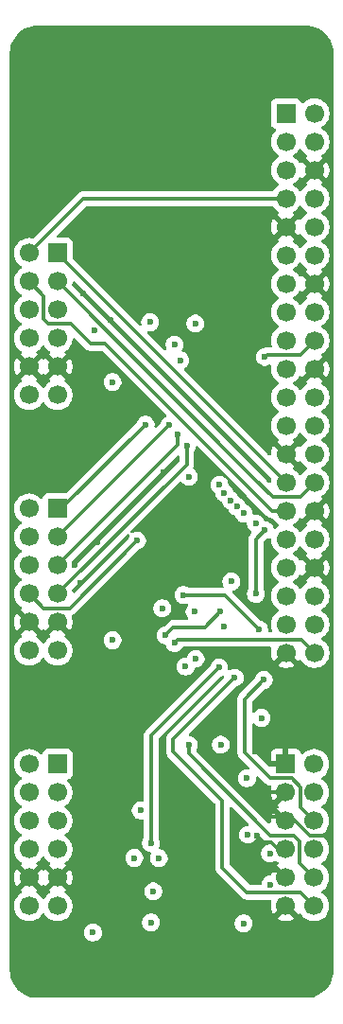
<source format=gbr>
%TF.GenerationSoftware,KiCad,Pcbnew,9.0.7*%
%TF.CreationDate,2026-02-02T21:57:32-08:00*%
%TF.ProjectId,IcePi_Zero_PMOD_Breakout,49636550-695f-45a6-9572-6f5f504d4f44,rev?*%
%TF.SameCoordinates,Original*%
%TF.FileFunction,Copper,L3,Inr*%
%TF.FilePolarity,Positive*%
%FSLAX46Y46*%
G04 Gerber Fmt 4.6, Leading zero omitted, Abs format (unit mm)*
G04 Created by KiCad (PCBNEW 9.0.7) date 2026-02-02 21:57:32*
%MOMM*%
%LPD*%
G01*
G04 APERTURE LIST*
%TA.AperFunction,ComponentPad*%
%ADD10C,5.400000*%
%TD*%
%TA.AperFunction,ComponentPad*%
%ADD11R,1.700000X1.700000*%
%TD*%
%TA.AperFunction,ComponentPad*%
%ADD12C,1.700000*%
%TD*%
%TA.AperFunction,ViaPad*%
%ADD13C,0.600000*%
%TD*%
%TA.AperFunction,Conductor*%
%ADD14C,0.300000*%
%TD*%
G04 APERTURE END LIST*
D10*
%TO.N,GND*%
%TO.C,H1*%
X69750000Y-37750000D03*
%TD*%
D11*
%TO.N,/3V3*%
%TO.C,J1*%
X91497500Y-42620000D03*
D12*
%TO.N,/5V0*%
X94037500Y-42620000D03*
%TO.N,/GPIO2*%
X91497500Y-45160000D03*
%TO.N,/5V0*%
X94037500Y-45160000D03*
%TO.N,/GPIO3*%
X91497500Y-47700000D03*
%TO.N,GND*%
X94037500Y-47700000D03*
%TO.N,/GPIO4*%
X91497500Y-50240000D03*
%TO.N,/GPIO14*%
X94037500Y-50240000D03*
%TO.N,GND*%
X91497500Y-52780000D03*
%TO.N,/GPIO15*%
X94037500Y-52780000D03*
%TO.N,/GPIO17*%
X91497500Y-55320000D03*
%TO.N,/GPIO18*%
X94037500Y-55320000D03*
%TO.N,/GPIO27*%
X91497500Y-57860000D03*
%TO.N,GND*%
X94037500Y-57860000D03*
%TO.N,/GPIO22*%
X91497500Y-60400000D03*
%TO.N,/GPIO23*%
X94037500Y-60400000D03*
%TO.N,/3V3*%
X91497500Y-62940000D03*
%TO.N,/GPIO24*%
X94037500Y-62940000D03*
%TO.N,/GPIO10*%
X91497500Y-65480000D03*
%TO.N,GND*%
X94037500Y-65480000D03*
%TO.N,/GPIO9*%
X91497500Y-68020000D03*
%TO.N,/GPIO25*%
X94037500Y-68020000D03*
%TO.N,/GPIO11*%
X91497500Y-70560000D03*
%TO.N,/GPIO8*%
X94037500Y-70560000D03*
%TO.N,GND*%
X91497500Y-73100000D03*
%TO.N,/GPIO7*%
X94037500Y-73100000D03*
%TO.N,/GPIO0*%
X91497500Y-75640000D03*
%TO.N,/GPIO1*%
X94037500Y-75640000D03*
%TO.N,/GPIO5*%
X91497500Y-78180000D03*
%TO.N,GND*%
X94037500Y-78180000D03*
%TO.N,/GPIO6*%
X91497500Y-80720000D03*
%TO.N,/GPIO12*%
X94037500Y-80720000D03*
%TO.N,/GPIO13*%
X91497500Y-83260000D03*
%TO.N,GND*%
X94037500Y-83260000D03*
%TO.N,/GPIO19*%
X91497500Y-85800000D03*
%TO.N,/GPIO16*%
X94037500Y-85800000D03*
%TO.N,/GPIO26*%
X91497500Y-88340000D03*
%TO.N,/GPIO20*%
X94037500Y-88340000D03*
%TO.N,GND*%
X91497500Y-90880000D03*
%TO.N,/GPIO21*%
X94037500Y-90880000D03*
%TD*%
D11*
%TO.N,/GPIO8*%
%TO.C,J3*%
X71020000Y-77970000D03*
D12*
%TO.N,/GPIO12*%
X68480000Y-77970000D03*
%TO.N,/GPIO9*%
X71020000Y-80510000D03*
%TO.N,/GPIO13*%
X68480000Y-80510000D03*
%TO.N,/GPIO10*%
X71020000Y-83050000D03*
%TO.N,/GPIO14*%
X68480000Y-83050000D03*
%TO.N,/GPIO11*%
X71020000Y-85590000D03*
%TO.N,/GPIO15*%
X68480000Y-85590000D03*
%TO.N,GND*%
X71020000Y-88130000D03*
X68480000Y-88130000D03*
%TO.N,/3V3*%
X71020000Y-90670000D03*
X68480000Y-90670000D03*
%TD*%
D10*
%TO.N,GND*%
%TO.C,H5*%
X69750000Y-118750001D03*
%TD*%
D11*
%TO.N,/GPIO16*%
%TO.C,J4*%
X71020000Y-100830000D03*
D12*
%TO.N,/GPIO20*%
X68480000Y-100830000D03*
%TO.N,/GPIO17*%
X71020000Y-103370000D03*
%TO.N,/GPIO21*%
X68480000Y-103370000D03*
%TO.N,/GPIO18*%
X71020000Y-105910000D03*
%TO.N,/GPIO22*%
X68480000Y-105910000D03*
%TO.N,/GPIO19*%
X71020000Y-108450000D03*
%TO.N,/GPIO23*%
X68480000Y-108450000D03*
%TO.N,GND*%
X71020000Y-110990000D03*
X68480000Y-110990000D03*
%TO.N,/3V3*%
X71020000Y-113530000D03*
X68480000Y-113530000D03*
%TD*%
D10*
%TO.N,GND*%
%TO.C,H4*%
X92750000Y-95750000D03*
%TD*%
%TO.N,GND*%
%TO.C,H3*%
X69750000Y-95750000D03*
%TD*%
D11*
%TO.N,GND*%
%TO.C,J5*%
X91475000Y-100830000D03*
D12*
%TO.N,/5V0*%
X94015000Y-100830000D03*
%TO.N,GND*%
X91475000Y-103370000D03*
%TO.N,/3V3*%
X94015000Y-103370000D03*
%TO.N,GND*%
X91475000Y-105910000D03*
%TO.N,/GPIO24*%
X94015000Y-105910000D03*
%TO.N,GND*%
X91475000Y-108450000D03*
%TO.N,/GPIO25*%
X94015000Y-108450000D03*
%TO.N,GND*%
X91475000Y-110990000D03*
%TO.N,/GPIO26*%
X94015000Y-110990000D03*
%TO.N,GND*%
X91475000Y-113530000D03*
%TO.N,/GPIO27*%
X94015000Y-113530000D03*
%TD*%
D10*
%TO.N,GND*%
%TO.C,H2*%
X92750000Y-37750000D03*
%TD*%
D11*
%TO.N,/GPIO0*%
%TO.C,J2*%
X71020000Y-55110000D03*
D12*
%TO.N,/GPIO4*%
X68480000Y-55110000D03*
%TO.N,/GPIO1*%
X71020000Y-57650000D03*
%TO.N,/GPIO5*%
X68480000Y-57650000D03*
%TO.N,/GPIO2*%
X71020000Y-60190000D03*
%TO.N,/GPIO6*%
X68480000Y-60190000D03*
%TO.N,/GPIO3*%
X71020000Y-62730000D03*
%TO.N,/GPIO7*%
X68480000Y-62730000D03*
%TO.N,GND*%
X71020000Y-65270000D03*
X68480000Y-65270000D03*
%TO.N,/3V3*%
X71020000Y-67810000D03*
X68480000Y-67810000D03*
%TD*%
D10*
%TO.N,GND*%
%TO.C,H6*%
X92750000Y-118750001D03*
%TD*%
D13*
%TO.N,/GPIO14*%
X79325000Y-61300000D03*
%TO.N,/GPIO3*%
X74350000Y-62050000D03*
%TO.N,/GPIO18*%
X82500000Y-92100000D03*
X85975000Y-76575000D03*
%TO.N,/GPIO9*%
X81025000Y-70505000D03*
%TO.N,/GPIO27*%
X89100000Y-88800000D03*
X86525000Y-77225000D03*
X82300000Y-85700000D03*
X86900000Y-93100000D03*
%TO.N,/GPIO7*%
X82800000Y-75125000D03*
%TO.N,/GPIO10*%
X81825000Y-71375000D03*
%TO.N,/5V0*%
X88000000Y-102100000D03*
X89300000Y-96700000D03*
X83375000Y-61425000D03*
X81500000Y-63300000D03*
%TO.N,/GPIO24*%
X88800000Y-79300000D03*
X89500000Y-93300000D03*
X89600000Y-64400000D03*
%TO.N,/GPIO8*%
X78912500Y-70462500D03*
%TO.N,/3V3*%
X77900000Y-109225000D03*
X74200000Y-115900000D03*
X75950000Y-89750000D03*
X75950000Y-66650000D03*
X85650000Y-99100000D03*
%TO.N,/GPIO22*%
X83300000Y-87200000D03*
X87100000Y-77800000D03*
%TO.N,/GPIO15*%
X82025000Y-64700000D03*
X78150000Y-80825000D03*
%TO.N,/GPIO21*%
X81500000Y-90000000D03*
%TO.N,/GPIO17*%
X80400000Y-86900000D03*
X85525000Y-75825000D03*
%TO.N,/GPIO20*%
X86600000Y-84500000D03*
%TO.N,/GPIO26*%
X82800000Y-99100000D03*
%TO.N,/GPIO23*%
X83400000Y-91400000D03*
X87700000Y-78400000D03*
%TO.N,/GPIO25*%
X79400000Y-107900000D03*
X85500000Y-92200000D03*
X85900000Y-88500000D03*
X88800000Y-85600000D03*
X89600000Y-79900000D03*
%TO.N,/GPIO16*%
X80700000Y-89300000D03*
X85600000Y-87200000D03*
%TO.N,/GPIO11*%
X82600000Y-72350000D03*
%TO.N,GND*%
X73300000Y-58700000D03*
X78650000Y-84400000D03*
X74550000Y-80975000D03*
X82900000Y-112225000D03*
X74450000Y-86425000D03*
X89725000Y-98525000D03*
X76975000Y-88975000D03*
X83525000Y-76250000D03*
X90100000Y-110400000D03*
X72500000Y-53000000D03*
X78400000Y-59500000D03*
X84525000Y-90800000D03*
X74800000Y-112400000D03*
X83900000Y-115150000D03*
X80875000Y-101550000D03*
X73025000Y-74275000D03*
X78925000Y-88575000D03*
X79050000Y-110700000D03*
X85000000Y-53000000D03*
X80725000Y-113250000D03*
X95400000Y-107200000D03*
X88750000Y-99675000D03*
X79550000Y-80575000D03*
X86075000Y-80950000D03*
X84825000Y-67275000D03*
X72575000Y-83000000D03*
X80100000Y-51600000D03*
X89900000Y-72600000D03*
X68100000Y-52900000D03*
X82975000Y-63850000D03*
X77875000Y-101400000D03*
X76400000Y-58400000D03*
X84800000Y-109675000D03*
X81550000Y-102450000D03*
X79075000Y-68950000D03*
X89900000Y-103400000D03*
X83550000Y-65475000D03*
X90100000Y-59175000D03*
X89775000Y-48150000D03*
X73050000Y-84625000D03*
X89925000Y-114875000D03*
X77875000Y-106300000D03*
X82425000Y-60100000D03*
X80525000Y-74750000D03*
X90000000Y-105500000D03*
X82875000Y-109700000D03*
X75800000Y-61100000D03*
X84000000Y-104375000D03*
X83200000Y-48600000D03*
X86700000Y-99700000D03*
X84700000Y-107150000D03*
X69775000Y-69175000D03*
X77100000Y-66700000D03*
X86400000Y-55300000D03*
X76325000Y-118125000D03*
X74800000Y-106275000D03*
X86650000Y-102175000D03*
X88875000Y-107200000D03*
X88750000Y-68100000D03*
X83875000Y-99375000D03*
%TO.N,Net-(JP1-B)*%
X78475000Y-104975000D03*
%TO.N,Net-(JP2-B)*%
X80100000Y-109250000D03*
%TO.N,Net-(JP3-B)*%
X79600000Y-112225000D03*
%TO.N,Net-(JP4-B)*%
X79400000Y-115000000D03*
%TO.N,Net-(JP5-A)*%
X88075000Y-107150000D03*
%TO.N,Net-(JP6-A)*%
X90050000Y-108825000D03*
%TO.N,Net-(JP7-A)*%
X90100000Y-111600000D03*
%TO.N,Net-(JP8-A)*%
X87700000Y-115075000D03*
%TD*%
D14*
%TO.N,/GPIO1*%
X92752500Y-76925000D02*
X94037500Y-75640000D01*
X71020000Y-57650000D02*
X88672500Y-75302500D01*
X90295000Y-76925000D02*
X92752500Y-76925000D01*
X88672500Y-75302500D02*
X90295000Y-76925000D01*
%TO.N,/GPIO9*%
X71020000Y-80510000D02*
X81025000Y-70505000D01*
%TO.N,/GPIO27*%
X85800000Y-104100000D02*
X85800000Y-110100000D01*
X81400000Y-99700000D02*
X85800000Y-104100000D01*
X81400000Y-98600000D02*
X81400000Y-99700000D01*
X92785000Y-112300000D02*
X94015000Y-113530000D01*
X88000000Y-112300000D02*
X92785000Y-112300000D01*
X86000000Y-85700000D02*
X89100000Y-88800000D01*
X82300000Y-85700000D02*
X86000000Y-85700000D01*
X85800000Y-110100000D02*
X88000000Y-112300000D01*
X86900000Y-93100000D02*
X81400000Y-98600000D01*
%TO.N,/GPIO10*%
X71020000Y-83050000D02*
X81825000Y-72245000D01*
X81825000Y-72245000D02*
X81825000Y-71375000D01*
%TO.N,/GPIO24*%
X92777500Y-64200000D02*
X91500000Y-64200000D01*
X92800000Y-104695000D02*
X94015000Y-105910000D01*
X94037500Y-62940000D02*
X92777500Y-64200000D01*
X90100000Y-102100000D02*
X92000000Y-102100000D01*
X87800000Y-99800000D02*
X90100000Y-102100000D01*
X92800000Y-102900000D02*
X92800000Y-104695000D01*
X92000000Y-102100000D02*
X92800000Y-102900000D01*
X91500000Y-64200000D02*
X89800000Y-64200000D01*
X89800000Y-64200000D02*
X89600000Y-64400000D01*
X87800000Y-95000000D02*
X87800000Y-99800000D01*
X89500000Y-93300000D02*
X87800000Y-95000000D01*
%TO.N,/GPIO8*%
X78912500Y-70462500D02*
X71405000Y-77970000D01*
X71405000Y-77970000D02*
X71020000Y-77970000D01*
%TO.N,/GPIO0*%
X71020000Y-55162500D02*
X91497500Y-75640000D01*
X71020000Y-55110000D02*
X71020000Y-55162500D01*
%TO.N,/GPIO15*%
X68480000Y-85590000D02*
X69765000Y-86875000D01*
X69765000Y-86875000D02*
X72100000Y-86875000D01*
X72100000Y-86875000D02*
X78150000Y-80825000D01*
%TO.N,/GPIO21*%
X81821000Y-89679000D02*
X92836500Y-89679000D01*
X92836500Y-89679000D02*
X94037500Y-90880000D01*
X81500000Y-90000000D02*
X81821000Y-89679000D01*
%TO.N,/GPIO4*%
X91497500Y-50240000D02*
X73350000Y-50240000D01*
X73350000Y-50240000D02*
X68480000Y-55110000D01*
%TO.N,/GPIO26*%
X92700000Y-109675000D02*
X94015000Y-110990000D01*
X92700000Y-107700000D02*
X92700000Y-109675000D01*
X82800000Y-99100000D02*
X82800000Y-99900000D01*
X90100000Y-107200000D02*
X92200000Y-107200000D01*
X92200000Y-107200000D02*
X92700000Y-107700000D01*
X82800000Y-99900000D02*
X90100000Y-107200000D01*
%TO.N,/GPIO25*%
X79400000Y-98300000D02*
X85500000Y-92200000D01*
X88800000Y-85600000D02*
X88800000Y-80700000D01*
X79400000Y-107900000D02*
X79400000Y-98300000D01*
X88800000Y-80700000D02*
X89600000Y-79900000D01*
%TO.N,/GPIO16*%
X84200000Y-88600000D02*
X85600000Y-87200000D01*
X81400000Y-88600000D02*
X84200000Y-88600000D01*
X80700000Y-89300000D02*
X81400000Y-88600000D01*
%TO.N,/GPIO5*%
X69775000Y-58945000D02*
X69775000Y-61000000D01*
X75300000Y-63200000D02*
X90280000Y-78180000D01*
X70225000Y-61450000D02*
X72225000Y-61450000D01*
X72225000Y-61450000D02*
X73975000Y-63200000D01*
X69775000Y-61000000D02*
X70225000Y-61450000D01*
X73975000Y-63200000D02*
X75300000Y-63200000D01*
X90280000Y-78180000D02*
X91497500Y-78180000D01*
X68480000Y-57650000D02*
X69775000Y-58945000D01*
%TO.N,/GPIO11*%
X82600000Y-72350000D02*
X82600000Y-74010000D01*
X82600000Y-74010000D02*
X71020000Y-85590000D01*
%TO.N,GND*%
X90125000Y-107825000D02*
X90750000Y-108450000D01*
X88875000Y-107200000D02*
X89500000Y-107825000D01*
X91475000Y-103370000D02*
X89930000Y-103370000D01*
X91065000Y-105500000D02*
X91475000Y-105910000D01*
X93606529Y-107200000D02*
X95400000Y-107200000D01*
X90885000Y-110400000D02*
X90100000Y-110400000D01*
X89500000Y-107825000D02*
X90125000Y-107825000D01*
X91475000Y-110990000D02*
X90885000Y-110400000D01*
X91475000Y-105910000D02*
X92316529Y-105910000D01*
X89930000Y-103370000D02*
X89900000Y-103400000D01*
X90750000Y-108450000D02*
X91475000Y-108450000D01*
X92316529Y-105910000D02*
X93606529Y-107200000D01*
X90000000Y-105500000D02*
X91065000Y-105500000D01*
%TD*%
%TA.AperFunction,Conductor*%
%TO.N,GND*%
G36*
X70554075Y-111182993D02*
G01*
X70619901Y-111297007D01*
X70712993Y-111390099D01*
X70827007Y-111455925D01*
X70890590Y-111472962D01*
X70258282Y-112105269D01*
X70258282Y-112105270D01*
X70312452Y-112144626D01*
X70312451Y-112144626D01*
X70321495Y-112149234D01*
X70372292Y-112197208D01*
X70389087Y-112265029D01*
X70366550Y-112331164D01*
X70321499Y-112370202D01*
X70312182Y-112374949D01*
X70140213Y-112499890D01*
X69989890Y-112650213D01*
X69864949Y-112822182D01*
X69860484Y-112830946D01*
X69812509Y-112881742D01*
X69744688Y-112898536D01*
X69678553Y-112875998D01*
X69639516Y-112830946D01*
X69635050Y-112822182D01*
X69510109Y-112650213D01*
X69359786Y-112499890D01*
X69187817Y-112374949D01*
X69178504Y-112370204D01*
X69127707Y-112322230D01*
X69110912Y-112254409D01*
X69133449Y-112188274D01*
X69178507Y-112149232D01*
X69187555Y-112144622D01*
X69241716Y-112105270D01*
X69241717Y-112105270D01*
X68609408Y-111472962D01*
X68672993Y-111455925D01*
X68787007Y-111390099D01*
X68880099Y-111297007D01*
X68945925Y-111182993D01*
X68962962Y-111119408D01*
X69595270Y-111751717D01*
X69595270Y-111751716D01*
X69634622Y-111697554D01*
X69639514Y-111687954D01*
X69687488Y-111637157D01*
X69755308Y-111620361D01*
X69821444Y-111642897D01*
X69860486Y-111687954D01*
X69865375Y-111697550D01*
X69904728Y-111751716D01*
X70537037Y-111119408D01*
X70554075Y-111182993D01*
G37*
%TD.AperFunction*%
%TA.AperFunction,Conductor*%
G36*
X69821444Y-109103999D02*
G01*
X69860486Y-109149056D01*
X69864951Y-109157820D01*
X69989890Y-109329786D01*
X70140213Y-109480109D01*
X70312179Y-109605048D01*
X70312181Y-109605049D01*
X70312184Y-109605051D01*
X70321493Y-109609794D01*
X70372290Y-109657766D01*
X70389087Y-109725587D01*
X70366552Y-109791722D01*
X70321505Y-109830760D01*
X70312446Y-109835376D01*
X70312440Y-109835380D01*
X70258282Y-109874727D01*
X70258282Y-109874728D01*
X70890591Y-110507037D01*
X70827007Y-110524075D01*
X70712993Y-110589901D01*
X70619901Y-110682993D01*
X70554075Y-110797007D01*
X70537037Y-110860591D01*
X69904728Y-110228282D01*
X69904727Y-110228282D01*
X69865380Y-110282440D01*
X69860483Y-110292051D01*
X69812506Y-110342845D01*
X69744684Y-110359638D01*
X69678550Y-110337098D01*
X69639516Y-110292048D01*
X69634626Y-110282452D01*
X69595270Y-110228282D01*
X69595269Y-110228282D01*
X68962962Y-110860590D01*
X68945925Y-110797007D01*
X68880099Y-110682993D01*
X68787007Y-110589901D01*
X68672993Y-110524075D01*
X68609409Y-110507037D01*
X69241716Y-109874728D01*
X69187547Y-109835373D01*
X69187547Y-109835372D01*
X69178500Y-109830763D01*
X69127706Y-109782788D01*
X69110912Y-109714966D01*
X69133451Y-109648832D01*
X69178508Y-109609793D01*
X69187816Y-109605051D01*
X69285075Y-109534389D01*
X69359786Y-109480109D01*
X69359788Y-109480106D01*
X69359792Y-109480104D01*
X69510104Y-109329792D01*
X69510106Y-109329788D01*
X69510109Y-109329786D01*
X69635048Y-109157820D01*
X69635049Y-109157819D01*
X69635051Y-109157816D01*
X69639514Y-109149054D01*
X69687488Y-109098259D01*
X69755308Y-109081463D01*
X69821444Y-109103999D01*
G37*
%TD.AperFunction*%
%TA.AperFunction,Conductor*%
G36*
X86655703Y-104676095D02*
G01*
X86662181Y-104682127D01*
X88117873Y-106137819D01*
X88151358Y-106199142D01*
X88146374Y-106268834D01*
X88104502Y-106324767D01*
X88039038Y-106349184D01*
X88030192Y-106349500D01*
X87996155Y-106349500D01*
X87841510Y-106380261D01*
X87841498Y-106380264D01*
X87695827Y-106440602D01*
X87695814Y-106440609D01*
X87564711Y-106528210D01*
X87564707Y-106528213D01*
X87453213Y-106639707D01*
X87453210Y-106639711D01*
X87365609Y-106770814D01*
X87365602Y-106770827D01*
X87305264Y-106916498D01*
X87305261Y-106916510D01*
X87274500Y-107071153D01*
X87274500Y-107228846D01*
X87305261Y-107383489D01*
X87305264Y-107383501D01*
X87365602Y-107529172D01*
X87365609Y-107529185D01*
X87453210Y-107660288D01*
X87453213Y-107660292D01*
X87564707Y-107771786D01*
X87564711Y-107771789D01*
X87695814Y-107859390D01*
X87695827Y-107859397D01*
X87841498Y-107919735D01*
X87841503Y-107919737D01*
X87993644Y-107950000D01*
X87996153Y-107950499D01*
X87996156Y-107950500D01*
X87996158Y-107950500D01*
X88153844Y-107950500D01*
X88153845Y-107950499D01*
X88308497Y-107919737D01*
X88454179Y-107859394D01*
X88585289Y-107771789D01*
X88696789Y-107660289D01*
X88784394Y-107529179D01*
X88844737Y-107383497D01*
X88875500Y-107228842D01*
X88875500Y-107194808D01*
X88895185Y-107127769D01*
X88947989Y-107082014D01*
X89017147Y-107072070D01*
X89080703Y-107101095D01*
X89087181Y-107107127D01*
X89685325Y-107705272D01*
X89685332Y-107705278D01*
X89773320Y-107764069D01*
X89773321Y-107764069D01*
X89791873Y-107776465D01*
X89832349Y-107793231D01*
X89876920Y-107811693D01*
X89931324Y-107855534D01*
X89953389Y-107921828D01*
X89936110Y-107989527D01*
X89884973Y-108037138D01*
X89853661Y-108047871D01*
X89816507Y-108055261D01*
X89816498Y-108055264D01*
X89670827Y-108115602D01*
X89670814Y-108115609D01*
X89539711Y-108203210D01*
X89539707Y-108203213D01*
X89428213Y-108314707D01*
X89428210Y-108314711D01*
X89340609Y-108445814D01*
X89340602Y-108445827D01*
X89280264Y-108591498D01*
X89280261Y-108591510D01*
X89249500Y-108746153D01*
X89249500Y-108903846D01*
X89280261Y-109058489D01*
X89280264Y-109058501D01*
X89340602Y-109204172D01*
X89340609Y-109204185D01*
X89428210Y-109335288D01*
X89428213Y-109335292D01*
X89539707Y-109446786D01*
X89539711Y-109446789D01*
X89670814Y-109534390D01*
X89670827Y-109534397D01*
X89816498Y-109594735D01*
X89816503Y-109594737D01*
X89971153Y-109625499D01*
X89971156Y-109625500D01*
X89971158Y-109625500D01*
X90128844Y-109625500D01*
X90128845Y-109625499D01*
X90283497Y-109594737D01*
X90429179Y-109534394D01*
X90483176Y-109498313D01*
X90503617Y-109491912D01*
X90522104Y-109481090D01*
X90536297Y-109481679D01*
X90549853Y-109477435D01*
X90570509Y-109483101D01*
X90591913Y-109483991D01*
X90612380Y-109494587D01*
X90617233Y-109495919D01*
X90623381Y-109499973D01*
X90792065Y-109618558D01*
X90808574Y-109639291D01*
X90827844Y-109657491D01*
X90830000Y-109666199D01*
X90835588Y-109673217D01*
X90838267Y-109699583D01*
X90844638Y-109725312D01*
X90841744Y-109733803D01*
X90842651Y-109742729D01*
X90830649Y-109766358D01*
X90822100Y-109791447D01*
X90814612Y-109797935D01*
X90811012Y-109805024D01*
X90796890Y-109813291D01*
X90777051Y-109830483D01*
X90767440Y-109835380D01*
X90713282Y-109874727D01*
X90713282Y-109874728D01*
X91345591Y-110507037D01*
X91282007Y-110524075D01*
X91167993Y-110589901D01*
X91074901Y-110682993D01*
X91009075Y-110797007D01*
X90992037Y-110860591D01*
X90359728Y-110228282D01*
X90359727Y-110228282D01*
X90320380Y-110282439D01*
X90223904Y-110471782D01*
X90158242Y-110673872D01*
X90154912Y-110694898D01*
X90124983Y-110758033D01*
X90065671Y-110794964D01*
X90032439Y-110799500D01*
X90021155Y-110799500D01*
X89866510Y-110830261D01*
X89866498Y-110830264D01*
X89720827Y-110890602D01*
X89720814Y-110890609D01*
X89589711Y-110978210D01*
X89589707Y-110978213D01*
X89478213Y-111089707D01*
X89478210Y-111089711D01*
X89390609Y-111220814D01*
X89390602Y-111220827D01*
X89330264Y-111366498D01*
X89330261Y-111366510D01*
X89299500Y-111521153D01*
X89299500Y-111525500D01*
X89279815Y-111592539D01*
X89227011Y-111638294D01*
X89175500Y-111649500D01*
X88320808Y-111649500D01*
X88253769Y-111629815D01*
X88233127Y-111613181D01*
X86486819Y-109866873D01*
X86453334Y-109805550D01*
X86450500Y-109779192D01*
X86450500Y-104769808D01*
X86470185Y-104702769D01*
X86522989Y-104657014D01*
X86592147Y-104647070D01*
X86655703Y-104676095D01*
G37*
%TD.AperFunction*%
%TA.AperFunction,Conductor*%
G36*
X70554075Y-88322993D02*
G01*
X70619901Y-88437007D01*
X70712993Y-88530099D01*
X70827007Y-88595925D01*
X70890590Y-88612962D01*
X70258282Y-89245269D01*
X70258282Y-89245270D01*
X70312452Y-89284626D01*
X70312451Y-89284626D01*
X70321495Y-89289234D01*
X70372292Y-89337208D01*
X70389087Y-89405029D01*
X70366550Y-89471164D01*
X70321499Y-89510202D01*
X70312182Y-89514949D01*
X70140213Y-89639890D01*
X69989890Y-89790213D01*
X69864949Y-89962182D01*
X69860484Y-89970946D01*
X69812509Y-90021742D01*
X69744688Y-90038536D01*
X69678553Y-90015998D01*
X69639516Y-89970946D01*
X69635050Y-89962182D01*
X69510109Y-89790213D01*
X69359786Y-89639890D01*
X69187817Y-89514949D01*
X69178504Y-89510204D01*
X69127707Y-89462230D01*
X69110912Y-89394409D01*
X69133449Y-89328274D01*
X69178507Y-89289232D01*
X69187555Y-89284622D01*
X69241716Y-89245270D01*
X69241717Y-89245270D01*
X68609408Y-88612962D01*
X68672993Y-88595925D01*
X68787007Y-88530099D01*
X68880099Y-88437007D01*
X68945925Y-88322993D01*
X68962962Y-88259408D01*
X69595270Y-88891717D01*
X69595270Y-88891716D01*
X69634622Y-88837554D01*
X69639514Y-88827954D01*
X69687488Y-88777157D01*
X69755308Y-88760361D01*
X69821444Y-88782897D01*
X69860486Y-88827954D01*
X69865375Y-88837550D01*
X69904728Y-88891716D01*
X70537036Y-88259407D01*
X70554075Y-88322993D01*
G37*
%TD.AperFunction*%
%TA.AperFunction,Conductor*%
G36*
X77399215Y-80233243D02*
G01*
X77455148Y-80275115D01*
X77479565Y-80340579D01*
X77464713Y-80408852D01*
X77458984Y-80418314D01*
X77440611Y-80445811D01*
X77440602Y-80445827D01*
X77380264Y-80591498D01*
X77380261Y-80591508D01*
X77366920Y-80658579D01*
X77334535Y-80720490D01*
X77332984Y-80722068D01*
X72570044Y-85485009D01*
X72559067Y-85491002D01*
X72551026Y-85500582D01*
X72528979Y-85507431D01*
X72508721Y-85518494D01*
X72496247Y-85517601D01*
X72484303Y-85521313D01*
X72462055Y-85515156D01*
X72439029Y-85513510D01*
X72429015Y-85506013D01*
X72416964Y-85502679D01*
X72401576Y-85485472D01*
X72383096Y-85471638D01*
X72377603Y-85458666D01*
X72370388Y-85450598D01*
X72360012Y-85417119D01*
X72359917Y-85416895D01*
X72337246Y-85273757D01*
X72336851Y-85272541D01*
X72335891Y-85266533D01*
X72339738Y-85236436D01*
X72341257Y-85206126D01*
X72344217Y-85201409D01*
X72344752Y-85197227D01*
X72353038Y-85187355D01*
X72370655Y-85159289D01*
X77268202Y-80261742D01*
X77329523Y-80228259D01*
X77399215Y-80233243D01*
G37*
%TD.AperFunction*%
%TA.AperFunction,Conductor*%
G36*
X93571575Y-83452993D02*
G01*
X93637401Y-83567007D01*
X93730493Y-83660099D01*
X93844507Y-83725925D01*
X93908090Y-83742962D01*
X93275782Y-84375269D01*
X93275782Y-84375270D01*
X93329952Y-84414626D01*
X93329951Y-84414626D01*
X93338995Y-84419234D01*
X93389792Y-84467208D01*
X93406587Y-84535029D01*
X93384050Y-84601164D01*
X93338999Y-84640202D01*
X93329682Y-84644949D01*
X93157713Y-84769890D01*
X93007390Y-84920213D01*
X92882449Y-85092182D01*
X92877984Y-85100946D01*
X92830009Y-85151742D01*
X92762188Y-85168536D01*
X92696053Y-85145998D01*
X92657016Y-85100946D01*
X92652550Y-85092182D01*
X92527609Y-84920213D01*
X92377286Y-84769890D01*
X92205320Y-84644951D01*
X92204615Y-84644591D01*
X92196554Y-84640485D01*
X92145759Y-84592512D01*
X92128963Y-84524692D01*
X92151499Y-84458556D01*
X92196554Y-84419515D01*
X92205316Y-84415051D01*
X92237804Y-84391447D01*
X92377286Y-84290109D01*
X92377288Y-84290106D01*
X92377292Y-84290104D01*
X92527604Y-84139792D01*
X92527606Y-84139788D01*
X92527609Y-84139786D01*
X92613390Y-84021717D01*
X92652551Y-83967816D01*
X92657293Y-83958508D01*
X92705263Y-83907711D01*
X92773083Y-83890911D01*
X92839219Y-83913445D01*
X92878263Y-83958500D01*
X92882873Y-83967547D01*
X92922228Y-84021716D01*
X93554537Y-83389408D01*
X93571575Y-83452993D01*
G37*
%TD.AperFunction*%
%TA.AperFunction,Conductor*%
G36*
X81868834Y-73223625D02*
G01*
X81924767Y-73265497D01*
X81949184Y-73330961D01*
X81949500Y-73339807D01*
X81949500Y-73689191D01*
X81929815Y-73756230D01*
X81913181Y-73776872D01*
X72582181Y-83107872D01*
X72520858Y-83141357D01*
X72451166Y-83136373D01*
X72395233Y-83094501D01*
X72370816Y-83029037D01*
X72370500Y-83020191D01*
X72370500Y-82943713D01*
X72336484Y-82728945D01*
X72338123Y-82728685D01*
X72341257Y-82666126D01*
X72370655Y-82619289D01*
X81737821Y-73252124D01*
X81799142Y-73218641D01*
X81868834Y-73223625D01*
G37*
%TD.AperFunction*%
%TA.AperFunction,Conductor*%
G36*
X92838944Y-81373999D02*
G01*
X92877986Y-81419056D01*
X92882451Y-81427820D01*
X93007390Y-81599786D01*
X93157713Y-81750109D01*
X93329679Y-81875048D01*
X93329681Y-81875049D01*
X93329684Y-81875051D01*
X93338993Y-81879794D01*
X93389790Y-81927766D01*
X93406587Y-81995587D01*
X93384052Y-82061722D01*
X93339005Y-82100760D01*
X93329946Y-82105376D01*
X93329940Y-82105380D01*
X93275782Y-82144727D01*
X93275782Y-82144728D01*
X93908091Y-82777037D01*
X93844507Y-82794075D01*
X93730493Y-82859901D01*
X93637401Y-82952993D01*
X93571575Y-83067007D01*
X93554537Y-83130591D01*
X92922228Y-82498282D01*
X92922227Y-82498282D01*
X92882880Y-82552440D01*
X92882876Y-82552446D01*
X92878260Y-82561505D01*
X92830281Y-82612297D01*
X92762459Y-82629087D01*
X92696326Y-82606543D01*
X92657294Y-82561493D01*
X92652551Y-82552184D01*
X92652549Y-82552181D01*
X92652548Y-82552179D01*
X92527609Y-82380213D01*
X92377286Y-82229890D01*
X92205320Y-82104951D01*
X92197100Y-82100763D01*
X92196554Y-82100485D01*
X92145759Y-82052512D01*
X92128963Y-81984692D01*
X92151499Y-81918556D01*
X92196554Y-81879515D01*
X92205316Y-81875051D01*
X92237804Y-81851447D01*
X92377286Y-81750109D01*
X92377288Y-81750106D01*
X92377292Y-81750104D01*
X92527604Y-81599792D01*
X92527606Y-81599788D01*
X92527609Y-81599786D01*
X92652548Y-81427820D01*
X92652547Y-81427820D01*
X92652551Y-81427816D01*
X92657014Y-81419054D01*
X92704988Y-81368259D01*
X92772808Y-81351463D01*
X92838944Y-81373999D01*
G37*
%TD.AperFunction*%
%TA.AperFunction,Conductor*%
G36*
X93571575Y-78372993D02*
G01*
X93637401Y-78487007D01*
X93730493Y-78580099D01*
X93844507Y-78645925D01*
X93908090Y-78662962D01*
X93275782Y-79295269D01*
X93275782Y-79295270D01*
X93329952Y-79334626D01*
X93329951Y-79334626D01*
X93338995Y-79339234D01*
X93389792Y-79387208D01*
X93406587Y-79455029D01*
X93384050Y-79521164D01*
X93338999Y-79560202D01*
X93329682Y-79564949D01*
X93157713Y-79689890D01*
X93007390Y-79840213D01*
X92882449Y-80012182D01*
X92877984Y-80020946D01*
X92830009Y-80071742D01*
X92762188Y-80088536D01*
X92696053Y-80065998D01*
X92657016Y-80020946D01*
X92652550Y-80012182D01*
X92527609Y-79840213D01*
X92377286Y-79689890D01*
X92205320Y-79564951D01*
X92204615Y-79564591D01*
X92196554Y-79560485D01*
X92145759Y-79512512D01*
X92128963Y-79444692D01*
X92151499Y-79378556D01*
X92196554Y-79339515D01*
X92205316Y-79335051D01*
X92242959Y-79307702D01*
X92377286Y-79210109D01*
X92377288Y-79210106D01*
X92377292Y-79210104D01*
X92527604Y-79059792D01*
X92527606Y-79059788D01*
X92527609Y-79059786D01*
X92613390Y-78941717D01*
X92652551Y-78887816D01*
X92657293Y-78878508D01*
X92705263Y-78827711D01*
X92773083Y-78810911D01*
X92839219Y-78833445D01*
X92878263Y-78878500D01*
X92882873Y-78887547D01*
X92922228Y-78941716D01*
X93554537Y-78309408D01*
X93571575Y-78372993D01*
G37*
%TD.AperFunction*%
%TA.AperFunction,Conductor*%
G36*
X72575703Y-57638594D02*
G01*
X72582166Y-57644612D01*
X81297341Y-66359786D01*
X90146842Y-75209287D01*
X90180327Y-75270610D01*
X90179821Y-75318755D01*
X90181016Y-75318945D01*
X90147000Y-75533713D01*
X90147000Y-75557692D01*
X90127315Y-75624731D01*
X90074511Y-75670486D01*
X90005353Y-75680430D01*
X89941797Y-75651405D01*
X89935319Y-75645373D01*
X72370657Y-58080711D01*
X72337172Y-58019388D01*
X72337689Y-57971245D01*
X72336484Y-57971055D01*
X72370500Y-57756286D01*
X72370500Y-57732307D01*
X72390185Y-57665268D01*
X72442989Y-57619513D01*
X72512147Y-57609569D01*
X72575703Y-57638594D01*
G37*
%TD.AperFunction*%
%TA.AperFunction,Conductor*%
G36*
X92612770Y-73861717D02*
G01*
X92612770Y-73861716D01*
X92652122Y-73807555D01*
X92656732Y-73798507D01*
X92704705Y-73747709D01*
X92772525Y-73730912D01*
X92838661Y-73753447D01*
X92877704Y-73798504D01*
X92882449Y-73807817D01*
X93007390Y-73979786D01*
X93157713Y-74130109D01*
X93329682Y-74255050D01*
X93338446Y-74259516D01*
X93389242Y-74307491D01*
X93406036Y-74375312D01*
X93383498Y-74441447D01*
X93338446Y-74480484D01*
X93329682Y-74484949D01*
X93157713Y-74609890D01*
X93007390Y-74760213D01*
X92882449Y-74932182D01*
X92877984Y-74940946D01*
X92830009Y-74991742D01*
X92762188Y-75008536D01*
X92696053Y-74985998D01*
X92657016Y-74940946D01*
X92652550Y-74932182D01*
X92527609Y-74760213D01*
X92377286Y-74609890D01*
X92205317Y-74484949D01*
X92196004Y-74480204D01*
X92145207Y-74432230D01*
X92128412Y-74364409D01*
X92150949Y-74298274D01*
X92196007Y-74259232D01*
X92205055Y-74254622D01*
X92259216Y-74215270D01*
X92259217Y-74215270D01*
X91626908Y-73582962D01*
X91690493Y-73565925D01*
X91804507Y-73500099D01*
X91897599Y-73407007D01*
X91963425Y-73292993D01*
X91980462Y-73229408D01*
X92612770Y-73861717D01*
G37*
%TD.AperFunction*%
%TA.AperFunction,Conductor*%
G36*
X90304921Y-50910185D02*
G01*
X90338599Y-50944591D01*
X90339585Y-50943875D01*
X90467390Y-51119786D01*
X90617713Y-51270109D01*
X90789679Y-51395048D01*
X90789681Y-51395049D01*
X90789684Y-51395051D01*
X90798993Y-51399794D01*
X90849790Y-51447766D01*
X90866587Y-51515587D01*
X90844052Y-51581722D01*
X90799005Y-51620760D01*
X90789946Y-51625376D01*
X90789940Y-51625380D01*
X90735782Y-51664727D01*
X90735782Y-51664728D01*
X91368091Y-52297037D01*
X91304507Y-52314075D01*
X91190493Y-52379901D01*
X91097401Y-52472993D01*
X91031575Y-52587007D01*
X91014537Y-52650591D01*
X90382228Y-52018282D01*
X90382227Y-52018282D01*
X90342880Y-52072439D01*
X90246404Y-52261782D01*
X90180742Y-52463869D01*
X90180742Y-52463872D01*
X90147500Y-52673753D01*
X90147500Y-52886246D01*
X90180742Y-53096127D01*
X90180742Y-53096130D01*
X90246404Y-53298217D01*
X90342875Y-53487550D01*
X90382228Y-53541716D01*
X91014537Y-52909408D01*
X91031575Y-52972993D01*
X91097401Y-53087007D01*
X91190493Y-53180099D01*
X91304507Y-53245925D01*
X91368090Y-53262962D01*
X90735782Y-53895269D01*
X90735782Y-53895270D01*
X90789952Y-53934626D01*
X90789951Y-53934626D01*
X90798995Y-53939234D01*
X90849792Y-53987208D01*
X90866587Y-54055029D01*
X90844050Y-54121164D01*
X90798999Y-54160202D01*
X90789682Y-54164949D01*
X90617713Y-54289890D01*
X90467390Y-54440213D01*
X90342451Y-54612179D01*
X90245944Y-54801585D01*
X90180253Y-55003760D01*
X90147000Y-55213713D01*
X90147000Y-55426286D01*
X90179165Y-55629372D01*
X90180254Y-55636243D01*
X90239252Y-55817820D01*
X90245944Y-55838414D01*
X90342451Y-56027820D01*
X90467390Y-56199786D01*
X90617713Y-56350109D01*
X90789682Y-56475050D01*
X90798446Y-56479516D01*
X90849242Y-56527491D01*
X90866036Y-56595312D01*
X90843498Y-56661447D01*
X90798446Y-56700484D01*
X90789682Y-56704949D01*
X90617713Y-56829890D01*
X90467390Y-56980213D01*
X90342451Y-57152179D01*
X90245944Y-57341585D01*
X90180253Y-57543760D01*
X90147000Y-57753713D01*
X90147000Y-57966286D01*
X90180235Y-58176127D01*
X90180254Y-58176243D01*
X90239252Y-58357820D01*
X90245944Y-58378414D01*
X90342451Y-58567820D01*
X90467390Y-58739786D01*
X90617713Y-58890109D01*
X90789682Y-59015050D01*
X90798446Y-59019516D01*
X90849242Y-59067491D01*
X90866036Y-59135312D01*
X90843498Y-59201447D01*
X90798446Y-59240484D01*
X90789682Y-59244949D01*
X90617713Y-59369890D01*
X90467390Y-59520213D01*
X90342451Y-59692179D01*
X90245944Y-59881585D01*
X90180253Y-60083760D01*
X90169323Y-60152769D01*
X90147000Y-60293713D01*
X90147000Y-60506287D01*
X90150798Y-60530264D01*
X90180153Y-60715609D01*
X90180254Y-60716243D01*
X90244740Y-60914711D01*
X90245944Y-60918414D01*
X90342451Y-61107820D01*
X90467390Y-61279786D01*
X90617713Y-61430109D01*
X90789682Y-61555050D01*
X90798446Y-61559516D01*
X90849242Y-61607491D01*
X90866036Y-61675312D01*
X90843498Y-61741447D01*
X90798446Y-61780484D01*
X90789682Y-61784949D01*
X90617713Y-61909890D01*
X90467390Y-62060213D01*
X90342451Y-62232179D01*
X90245944Y-62421585D01*
X90180253Y-62623760D01*
X90147000Y-62833713D01*
X90147000Y-63046286D01*
X90180253Y-63256240D01*
X90222799Y-63387182D01*
X90224794Y-63457023D01*
X90188714Y-63516856D01*
X90126013Y-63547684D01*
X90104868Y-63549500D01*
X89735929Y-63549500D01*
X89610261Y-63574497D01*
X89610251Y-63574500D01*
X89572685Y-63590061D01*
X89525233Y-63599500D01*
X89521155Y-63599500D01*
X89366510Y-63630261D01*
X89366498Y-63630264D01*
X89220827Y-63690602D01*
X89220814Y-63690609D01*
X89089711Y-63778210D01*
X89089707Y-63778213D01*
X88978213Y-63889707D01*
X88978210Y-63889711D01*
X88890609Y-64020814D01*
X88890602Y-64020827D01*
X88830264Y-64166498D01*
X88830261Y-64166510D01*
X88799500Y-64321153D01*
X88799500Y-64478846D01*
X88830261Y-64633489D01*
X88830264Y-64633501D01*
X88890602Y-64779172D01*
X88890609Y-64779185D01*
X88978210Y-64910288D01*
X88978213Y-64910292D01*
X89089707Y-65021786D01*
X89089711Y-65021789D01*
X89220814Y-65109390D01*
X89220827Y-65109397D01*
X89366498Y-65169735D01*
X89366503Y-65169737D01*
X89521153Y-65200499D01*
X89521156Y-65200500D01*
X89521158Y-65200500D01*
X89678844Y-65200500D01*
X89678845Y-65200499D01*
X89833497Y-65169737D01*
X89979179Y-65109394D01*
X89979184Y-65109390D01*
X89984554Y-65106521D01*
X89985297Y-65107912D01*
X90044621Y-65089324D01*
X90112005Y-65107795D01*
X90158706Y-65159764D01*
X90169897Y-65228732D01*
X90169333Y-65232701D01*
X90147000Y-65373712D01*
X90147000Y-65586286D01*
X90180235Y-65796127D01*
X90180254Y-65796243D01*
X90239164Y-65977550D01*
X90245944Y-65998414D01*
X90342451Y-66187820D01*
X90467390Y-66359786D01*
X90617713Y-66510109D01*
X90789682Y-66635050D01*
X90798446Y-66639516D01*
X90849242Y-66687491D01*
X90866036Y-66755312D01*
X90843498Y-66821447D01*
X90798446Y-66860484D01*
X90789682Y-66864949D01*
X90617713Y-66989890D01*
X90467390Y-67140213D01*
X90342451Y-67312179D01*
X90245944Y-67501585D01*
X90180253Y-67703760D01*
X90147000Y-67913713D01*
X90147000Y-68126286D01*
X90179013Y-68328412D01*
X90180254Y-68336243D01*
X90239252Y-68517820D01*
X90245944Y-68538414D01*
X90342451Y-68727820D01*
X90467390Y-68899786D01*
X90617713Y-69050109D01*
X90789682Y-69175050D01*
X90798446Y-69179516D01*
X90849242Y-69227491D01*
X90866036Y-69295312D01*
X90843498Y-69361447D01*
X90798446Y-69400484D01*
X90789682Y-69404949D01*
X90617713Y-69529890D01*
X90467390Y-69680213D01*
X90342451Y-69852179D01*
X90245944Y-70041585D01*
X90180253Y-70243760D01*
X90147000Y-70453713D01*
X90147000Y-70666286D01*
X90180253Y-70876239D01*
X90245944Y-71078414D01*
X90342451Y-71267820D01*
X90467390Y-71439786D01*
X90617713Y-71590109D01*
X90789679Y-71715048D01*
X90789681Y-71715049D01*
X90789684Y-71715051D01*
X90798993Y-71719794D01*
X90849790Y-71767766D01*
X90866587Y-71835587D01*
X90844052Y-71901722D01*
X90799005Y-71940760D01*
X90789946Y-71945376D01*
X90789940Y-71945380D01*
X90735782Y-71984727D01*
X90735782Y-71984728D01*
X91368091Y-72617037D01*
X91304507Y-72634075D01*
X91190493Y-72699901D01*
X91097401Y-72792993D01*
X91031575Y-72907007D01*
X91014537Y-72970591D01*
X90382228Y-72338282D01*
X90382227Y-72338282D01*
X90342880Y-72392439D01*
X90246404Y-72581782D01*
X90180742Y-72783869D01*
X90180742Y-72783872D01*
X90147500Y-72993753D01*
X90147500Y-73070693D01*
X90127815Y-73137732D01*
X90075011Y-73183487D01*
X90005853Y-73193431D01*
X89942297Y-73164406D01*
X89935819Y-73158374D01*
X82380733Y-65603288D01*
X82347248Y-65541965D01*
X82352232Y-65472273D01*
X82394104Y-65416340D01*
X82399523Y-65412505D01*
X82535289Y-65321789D01*
X82646786Y-65210292D01*
X82646789Y-65210289D01*
X82734394Y-65079179D01*
X82794737Y-64933497D01*
X82825500Y-64778842D01*
X82825500Y-64621158D01*
X82825500Y-64621155D01*
X82825499Y-64621153D01*
X82815731Y-64572048D01*
X82794737Y-64466503D01*
X82752581Y-64364728D01*
X82734397Y-64320827D01*
X82734390Y-64320814D01*
X82646789Y-64189711D01*
X82646786Y-64189707D01*
X82535292Y-64078213D01*
X82535288Y-64078210D01*
X82404185Y-63990609D01*
X82404172Y-63990602D01*
X82258501Y-63930264D01*
X82258495Y-63930262D01*
X82249077Y-63928389D01*
X82187167Y-63896001D01*
X82152595Y-63835285D01*
X82156337Y-63765515D01*
X82170171Y-63737880D01*
X82209389Y-63679187D01*
X82209390Y-63679184D01*
X82209394Y-63679179D01*
X82269737Y-63533497D01*
X82300500Y-63378842D01*
X82300500Y-63221158D01*
X82300500Y-63221155D01*
X82300499Y-63221153D01*
X82269738Y-63066510D01*
X82269737Y-63066503D01*
X82261345Y-63046243D01*
X82209397Y-62920827D01*
X82209390Y-62920814D01*
X82121789Y-62789711D01*
X82121786Y-62789707D01*
X82010292Y-62678213D01*
X82010288Y-62678210D01*
X81879185Y-62590609D01*
X81879172Y-62590602D01*
X81733501Y-62530264D01*
X81733489Y-62530261D01*
X81578845Y-62499500D01*
X81578842Y-62499500D01*
X81421158Y-62499500D01*
X81421155Y-62499500D01*
X81266510Y-62530261D01*
X81266498Y-62530264D01*
X81120827Y-62590602D01*
X81120814Y-62590609D01*
X80989711Y-62678210D01*
X80989707Y-62678213D01*
X80878213Y-62789707D01*
X80878210Y-62789711D01*
X80790609Y-62920814D01*
X80790602Y-62920827D01*
X80730264Y-63066498D01*
X80730261Y-63066510D01*
X80699500Y-63221153D01*
X80699500Y-63378846D01*
X80730261Y-63533489D01*
X80730264Y-63533501D01*
X80788205Y-63673385D01*
X80795674Y-63742855D01*
X80764398Y-63805334D01*
X80704309Y-63840985D01*
X80634484Y-63838491D01*
X80585963Y-63808518D01*
X79075563Y-62298117D01*
X79042078Y-62236794D01*
X79047062Y-62167102D01*
X79088934Y-62111169D01*
X79154398Y-62086752D01*
X79187432Y-62088818D01*
X79231313Y-62097547D01*
X79246157Y-62100500D01*
X79246158Y-62100500D01*
X79403844Y-62100500D01*
X79403845Y-62100499D01*
X79558497Y-62069737D01*
X79704179Y-62009394D01*
X79835289Y-61921789D01*
X79946789Y-61810289D01*
X80034394Y-61679179D01*
X80094737Y-61533497D01*
X80125500Y-61378842D01*
X80125500Y-61346153D01*
X82574500Y-61346153D01*
X82574500Y-61503846D01*
X82605261Y-61658489D01*
X82605264Y-61658501D01*
X82665602Y-61804172D01*
X82665609Y-61804185D01*
X82753210Y-61935288D01*
X82753213Y-61935292D01*
X82864707Y-62046786D01*
X82864711Y-62046789D01*
X82995814Y-62134390D01*
X82995827Y-62134397D01*
X83141498Y-62194735D01*
X83141503Y-62194737D01*
X83296153Y-62225499D01*
X83296156Y-62225500D01*
X83296158Y-62225500D01*
X83453844Y-62225500D01*
X83453845Y-62225499D01*
X83608497Y-62194737D01*
X83754179Y-62134394D01*
X83885289Y-62046789D01*
X83996789Y-61935289D01*
X84084394Y-61804179D01*
X84144737Y-61658497D01*
X84175500Y-61503842D01*
X84175500Y-61346158D01*
X84175500Y-61346155D01*
X84175499Y-61346153D01*
X84162298Y-61279786D01*
X84144737Y-61191503D01*
X84110073Y-61107816D01*
X84084397Y-61045827D01*
X84084390Y-61045814D01*
X83996789Y-60914711D01*
X83996786Y-60914707D01*
X83885292Y-60803213D01*
X83885288Y-60803210D01*
X83754185Y-60715609D01*
X83754172Y-60715602D01*
X83608501Y-60655264D01*
X83608489Y-60655261D01*
X83453845Y-60624500D01*
X83453842Y-60624500D01*
X83296158Y-60624500D01*
X83296155Y-60624500D01*
X83141510Y-60655261D01*
X83141498Y-60655264D01*
X82995827Y-60715602D01*
X82995814Y-60715609D01*
X82864711Y-60803210D01*
X82864707Y-60803213D01*
X82753213Y-60914707D01*
X82753210Y-60914711D01*
X82665609Y-61045814D01*
X82665602Y-61045827D01*
X82605264Y-61191498D01*
X82605261Y-61191510D01*
X82574500Y-61346153D01*
X80125500Y-61346153D01*
X80125500Y-61221158D01*
X80125500Y-61221155D01*
X80125499Y-61221153D01*
X80119600Y-61191498D01*
X80094737Y-61066503D01*
X80086170Y-61045821D01*
X80034397Y-60920827D01*
X80034390Y-60920814D01*
X79946789Y-60789711D01*
X79946786Y-60789707D01*
X79835292Y-60678213D01*
X79835288Y-60678210D01*
X79704185Y-60590609D01*
X79704172Y-60590602D01*
X79558501Y-60530264D01*
X79558489Y-60530261D01*
X79403845Y-60499500D01*
X79403842Y-60499500D01*
X79246158Y-60499500D01*
X79246155Y-60499500D01*
X79091510Y-60530261D01*
X79091498Y-60530264D01*
X78945827Y-60590602D01*
X78945814Y-60590609D01*
X78814711Y-60678210D01*
X78814707Y-60678213D01*
X78703213Y-60789707D01*
X78703210Y-60789711D01*
X78615609Y-60920814D01*
X78615602Y-60920827D01*
X78555264Y-61066498D01*
X78555261Y-61066510D01*
X78524500Y-61221153D01*
X78524500Y-61378846D01*
X78536180Y-61437564D01*
X78529953Y-61507155D01*
X78487090Y-61562332D01*
X78421200Y-61585577D01*
X78353203Y-61569509D01*
X78326882Y-61549436D01*
X72406818Y-55629372D01*
X72373333Y-55568049D01*
X72370499Y-55541691D01*
X72370499Y-54212129D01*
X72370498Y-54212123D01*
X72364091Y-54152516D01*
X72313797Y-54017671D01*
X72313793Y-54017664D01*
X72227547Y-53902455D01*
X72227544Y-53902452D01*
X72112335Y-53816206D01*
X72112328Y-53816202D01*
X71977482Y-53765908D01*
X71977483Y-53765908D01*
X71917883Y-53759501D01*
X71917881Y-53759500D01*
X71917873Y-53759500D01*
X71917865Y-53759500D01*
X71049807Y-53759500D01*
X70982768Y-53739815D01*
X70937013Y-53687011D01*
X70927069Y-53617853D01*
X70956094Y-53554297D01*
X70962126Y-53547819D01*
X71928745Y-52581200D01*
X72195871Y-52314075D01*
X73583127Y-50926819D01*
X73644450Y-50893334D01*
X73670808Y-50890500D01*
X90237882Y-50890500D01*
X90304921Y-50910185D01*
G37*
%TD.AperFunction*%
%TA.AperFunction,Conductor*%
G36*
X92838944Y-71213999D02*
G01*
X92877986Y-71259056D01*
X92882451Y-71267820D01*
X93007390Y-71439786D01*
X93157713Y-71590109D01*
X93329682Y-71715050D01*
X93338446Y-71719516D01*
X93389242Y-71767491D01*
X93406036Y-71835312D01*
X93383498Y-71901447D01*
X93338446Y-71940484D01*
X93329682Y-71944949D01*
X93157713Y-72069890D01*
X93007390Y-72220213D01*
X92882449Y-72392182D01*
X92877702Y-72401499D01*
X92829727Y-72452293D01*
X92761905Y-72469087D01*
X92695771Y-72446548D01*
X92656734Y-72401495D01*
X92652126Y-72392452D01*
X92612770Y-72338282D01*
X92612769Y-72338282D01*
X91980462Y-72970590D01*
X91963425Y-72907007D01*
X91897599Y-72792993D01*
X91804507Y-72699901D01*
X91690493Y-72634075D01*
X91626909Y-72617037D01*
X92259216Y-71984728D01*
X92205047Y-71945373D01*
X92205047Y-71945372D01*
X92196000Y-71940763D01*
X92145206Y-71892788D01*
X92128412Y-71824966D01*
X92150951Y-71758832D01*
X92196008Y-71719793D01*
X92205316Y-71715051D01*
X92284507Y-71657515D01*
X92377286Y-71590109D01*
X92377288Y-71590106D01*
X92377292Y-71590104D01*
X92527604Y-71439792D01*
X92527606Y-71439788D01*
X92527609Y-71439786D01*
X92652548Y-71267820D01*
X92652547Y-71267820D01*
X92652551Y-71267816D01*
X92657014Y-71259054D01*
X92704988Y-71208259D01*
X92772808Y-71191463D01*
X92838944Y-71213999D01*
G37*
%TD.AperFunction*%
%TA.AperFunction,Conductor*%
G36*
X93571575Y-65672993D02*
G01*
X93637401Y-65787007D01*
X93730493Y-65880099D01*
X93844507Y-65945925D01*
X93908090Y-65962962D01*
X93275782Y-66595269D01*
X93275782Y-66595270D01*
X93329952Y-66634626D01*
X93329951Y-66634626D01*
X93338995Y-66639234D01*
X93389792Y-66687208D01*
X93406587Y-66755029D01*
X93384050Y-66821164D01*
X93338999Y-66860202D01*
X93329682Y-66864949D01*
X93157713Y-66989890D01*
X93007390Y-67140213D01*
X92882449Y-67312182D01*
X92877984Y-67320946D01*
X92830009Y-67371742D01*
X92762188Y-67388536D01*
X92696053Y-67365998D01*
X92657016Y-67320946D01*
X92652550Y-67312182D01*
X92527609Y-67140213D01*
X92377286Y-66989890D01*
X92205320Y-66864951D01*
X92204615Y-66864591D01*
X92196554Y-66860485D01*
X92145759Y-66812512D01*
X92128963Y-66744692D01*
X92151499Y-66678556D01*
X92196554Y-66639515D01*
X92205316Y-66635051D01*
X92293265Y-66571153D01*
X92377286Y-66510109D01*
X92377288Y-66510106D01*
X92377292Y-66510104D01*
X92527604Y-66359792D01*
X92527606Y-66359788D01*
X92527609Y-66359786D01*
X92613390Y-66241717D01*
X92652551Y-66187816D01*
X92657293Y-66178508D01*
X92705263Y-66127711D01*
X92773083Y-66110911D01*
X92839219Y-66133445D01*
X92878263Y-66178500D01*
X92882873Y-66187547D01*
X92922228Y-66241716D01*
X93554537Y-65609408D01*
X93571575Y-65672993D01*
G37*
%TD.AperFunction*%
%TA.AperFunction,Conductor*%
G36*
X70554075Y-65462993D02*
G01*
X70619901Y-65577007D01*
X70712993Y-65670099D01*
X70827007Y-65735925D01*
X70890590Y-65752962D01*
X70258282Y-66385269D01*
X70258282Y-66385270D01*
X70312452Y-66424626D01*
X70312451Y-66424626D01*
X70321495Y-66429234D01*
X70372292Y-66477208D01*
X70389087Y-66545029D01*
X70366550Y-66611164D01*
X70321499Y-66650202D01*
X70312182Y-66654949D01*
X70140213Y-66779890D01*
X69989890Y-66930213D01*
X69864949Y-67102182D01*
X69860484Y-67110946D01*
X69812509Y-67161742D01*
X69744688Y-67178536D01*
X69678553Y-67155998D01*
X69639516Y-67110946D01*
X69635050Y-67102182D01*
X69510109Y-66930213D01*
X69359786Y-66779890D01*
X69187817Y-66654949D01*
X69178504Y-66650204D01*
X69127707Y-66602230D01*
X69110912Y-66534409D01*
X69133449Y-66468274D01*
X69178507Y-66429232D01*
X69187555Y-66424622D01*
X69241716Y-66385270D01*
X69241717Y-66385270D01*
X68609408Y-65752962D01*
X68672993Y-65735925D01*
X68787007Y-65670099D01*
X68880099Y-65577007D01*
X68945925Y-65462993D01*
X68962962Y-65399408D01*
X69595270Y-66031717D01*
X69595270Y-66031716D01*
X69634622Y-65977554D01*
X69639514Y-65967954D01*
X69687488Y-65917157D01*
X69755308Y-65900361D01*
X69821444Y-65922897D01*
X69860486Y-65967954D01*
X69865375Y-65977550D01*
X69904728Y-66031716D01*
X70537037Y-65399408D01*
X70554075Y-65462993D01*
G37*
%TD.AperFunction*%
%TA.AperFunction,Conductor*%
G36*
X69821444Y-63383999D02*
G01*
X69860486Y-63429056D01*
X69864951Y-63437820D01*
X69989890Y-63609786D01*
X70140213Y-63760109D01*
X70312179Y-63885048D01*
X70312181Y-63885049D01*
X70312184Y-63885051D01*
X70321493Y-63889794D01*
X70372290Y-63937766D01*
X70389087Y-64005587D01*
X70366552Y-64071722D01*
X70321505Y-64110760D01*
X70312446Y-64115376D01*
X70312440Y-64115380D01*
X70258282Y-64154727D01*
X70258282Y-64154728D01*
X70890591Y-64787037D01*
X70827007Y-64804075D01*
X70712993Y-64869901D01*
X70619901Y-64962993D01*
X70554075Y-65077007D01*
X70537037Y-65140591D01*
X69904728Y-64508282D01*
X69904727Y-64508282D01*
X69865380Y-64562440D01*
X69860483Y-64572051D01*
X69812506Y-64622845D01*
X69744684Y-64639638D01*
X69678550Y-64617098D01*
X69639516Y-64572048D01*
X69634626Y-64562452D01*
X69595270Y-64508282D01*
X69595269Y-64508282D01*
X68962962Y-65140590D01*
X68945925Y-65077007D01*
X68880099Y-64962993D01*
X68787007Y-64869901D01*
X68672993Y-64804075D01*
X68609409Y-64787037D01*
X69241716Y-64154728D01*
X69187547Y-64115373D01*
X69187547Y-64115372D01*
X69178500Y-64110763D01*
X69127706Y-64062788D01*
X69110912Y-63994966D01*
X69133451Y-63928832D01*
X69178508Y-63889793D01*
X69187816Y-63885051D01*
X69269780Y-63825501D01*
X69359786Y-63760109D01*
X69359788Y-63760106D01*
X69359792Y-63760104D01*
X69510104Y-63609792D01*
X69510106Y-63609788D01*
X69510109Y-63609786D01*
X69635048Y-63437820D01*
X69635047Y-63437820D01*
X69635051Y-63437816D01*
X69639514Y-63429054D01*
X69687488Y-63378259D01*
X69755308Y-63361463D01*
X69821444Y-63383999D01*
G37*
%TD.AperFunction*%
%TA.AperFunction,Conductor*%
G36*
X93571575Y-58052993D02*
G01*
X93637401Y-58167007D01*
X93730493Y-58260099D01*
X93844507Y-58325925D01*
X93908090Y-58342962D01*
X93275782Y-58975269D01*
X93275782Y-58975270D01*
X93329952Y-59014626D01*
X93329951Y-59014626D01*
X93338995Y-59019234D01*
X93389792Y-59067208D01*
X93406587Y-59135029D01*
X93384050Y-59201164D01*
X93338999Y-59240202D01*
X93329682Y-59244949D01*
X93157713Y-59369890D01*
X93007390Y-59520213D01*
X92882449Y-59692182D01*
X92877984Y-59700946D01*
X92830009Y-59751742D01*
X92762188Y-59768536D01*
X92696053Y-59745998D01*
X92657016Y-59700946D01*
X92652550Y-59692182D01*
X92527609Y-59520213D01*
X92377286Y-59369890D01*
X92205320Y-59244951D01*
X92204615Y-59244591D01*
X92196554Y-59240485D01*
X92145759Y-59192512D01*
X92128963Y-59124692D01*
X92151499Y-59058556D01*
X92196554Y-59019515D01*
X92205316Y-59015051D01*
X92310759Y-58938443D01*
X92377286Y-58890109D01*
X92377288Y-58890106D01*
X92377292Y-58890104D01*
X92527604Y-58739792D01*
X92527606Y-58739788D01*
X92527609Y-58739786D01*
X92613390Y-58621717D01*
X92652551Y-58567816D01*
X92657293Y-58558508D01*
X92705263Y-58507711D01*
X92773083Y-58490911D01*
X92839219Y-58513445D01*
X92878263Y-58558500D01*
X92882873Y-58567547D01*
X92922228Y-58621716D01*
X93554537Y-57989408D01*
X93571575Y-58052993D01*
G37*
%TD.AperFunction*%
%TA.AperFunction,Conductor*%
G36*
X92838944Y-55973999D02*
G01*
X92877986Y-56019056D01*
X92882451Y-56027820D01*
X93007390Y-56199786D01*
X93157713Y-56350109D01*
X93329679Y-56475048D01*
X93329681Y-56475049D01*
X93329684Y-56475051D01*
X93338993Y-56479794D01*
X93389790Y-56527766D01*
X93406587Y-56595587D01*
X93384052Y-56661722D01*
X93339005Y-56700760D01*
X93329946Y-56705376D01*
X93329940Y-56705380D01*
X93275782Y-56744727D01*
X93275782Y-56744728D01*
X93908091Y-57377037D01*
X93844507Y-57394075D01*
X93730493Y-57459901D01*
X93637401Y-57552993D01*
X93571575Y-57667007D01*
X93554537Y-57730591D01*
X92922228Y-57098282D01*
X92922227Y-57098282D01*
X92882880Y-57152440D01*
X92882876Y-57152446D01*
X92878260Y-57161505D01*
X92830281Y-57212297D01*
X92762459Y-57229087D01*
X92696326Y-57206543D01*
X92657294Y-57161493D01*
X92652551Y-57152184D01*
X92652549Y-57152181D01*
X92652548Y-57152179D01*
X92527609Y-56980213D01*
X92377286Y-56829890D01*
X92205320Y-56704951D01*
X92197100Y-56700763D01*
X92196554Y-56700485D01*
X92145759Y-56652512D01*
X92128963Y-56584692D01*
X92151499Y-56518556D01*
X92196554Y-56479515D01*
X92205316Y-56475051D01*
X92237804Y-56451447D01*
X92377286Y-56350109D01*
X92377288Y-56350106D01*
X92377292Y-56350104D01*
X92527604Y-56199792D01*
X92527606Y-56199788D01*
X92527609Y-56199786D01*
X92652548Y-56027820D01*
X92652547Y-56027820D01*
X92652551Y-56027816D01*
X92657014Y-56019054D01*
X92704988Y-55968259D01*
X92772808Y-55951463D01*
X92838944Y-55973999D01*
G37*
%TD.AperFunction*%
%TA.AperFunction,Conductor*%
G36*
X92612770Y-53541717D02*
G01*
X92612770Y-53541716D01*
X92652122Y-53487555D01*
X92656732Y-53478507D01*
X92704705Y-53427709D01*
X92772525Y-53410912D01*
X92838661Y-53433447D01*
X92877704Y-53478504D01*
X92882449Y-53487817D01*
X93007390Y-53659786D01*
X93157713Y-53810109D01*
X93329682Y-53935050D01*
X93338446Y-53939516D01*
X93389242Y-53987491D01*
X93406036Y-54055312D01*
X93383498Y-54121447D01*
X93338446Y-54160484D01*
X93329682Y-54164949D01*
X93157713Y-54289890D01*
X93007390Y-54440213D01*
X92882449Y-54612182D01*
X92877984Y-54620946D01*
X92830009Y-54671742D01*
X92762188Y-54688536D01*
X92696053Y-54665998D01*
X92657016Y-54620946D01*
X92652550Y-54612182D01*
X92527609Y-54440213D01*
X92377286Y-54289890D01*
X92205317Y-54164949D01*
X92196004Y-54160204D01*
X92145207Y-54112230D01*
X92128412Y-54044409D01*
X92150949Y-53978274D01*
X92196007Y-53939232D01*
X92205055Y-53934622D01*
X92259216Y-53895270D01*
X92259217Y-53895270D01*
X91626908Y-53262962D01*
X91690493Y-53245925D01*
X91804507Y-53180099D01*
X91897599Y-53087007D01*
X91963425Y-52972993D01*
X91980462Y-52909408D01*
X92612770Y-53541717D01*
G37*
%TD.AperFunction*%
%TA.AperFunction,Conductor*%
G36*
X92838944Y-50893999D02*
G01*
X92877986Y-50939056D01*
X92882451Y-50947820D01*
X93007390Y-51119786D01*
X93157713Y-51270109D01*
X93329682Y-51395050D01*
X93338446Y-51399516D01*
X93389242Y-51447491D01*
X93406036Y-51515312D01*
X93383498Y-51581447D01*
X93338446Y-51620484D01*
X93329682Y-51624949D01*
X93157713Y-51749890D01*
X93007390Y-51900213D01*
X92882449Y-52072182D01*
X92877702Y-52081499D01*
X92829727Y-52132293D01*
X92761905Y-52149087D01*
X92695771Y-52126548D01*
X92656734Y-52081495D01*
X92652126Y-52072452D01*
X92612770Y-52018282D01*
X92612769Y-52018282D01*
X91980462Y-52650590D01*
X91963425Y-52587007D01*
X91897599Y-52472993D01*
X91804507Y-52379901D01*
X91690493Y-52314075D01*
X91626909Y-52297037D01*
X92259216Y-51664728D01*
X92205047Y-51625373D01*
X92205047Y-51625372D01*
X92196000Y-51620763D01*
X92145206Y-51572788D01*
X92128412Y-51504966D01*
X92150951Y-51438832D01*
X92196008Y-51399793D01*
X92205316Y-51395051D01*
X92284507Y-51337515D01*
X92377286Y-51270109D01*
X92377288Y-51270106D01*
X92377292Y-51270104D01*
X92527604Y-51119792D01*
X92527606Y-51119788D01*
X92527609Y-51119786D01*
X92652548Y-50947820D01*
X92652547Y-50947820D01*
X92652551Y-50947816D01*
X92657014Y-50939054D01*
X92704988Y-50888259D01*
X92772808Y-50871463D01*
X92838944Y-50893999D01*
G37*
%TD.AperFunction*%
%TA.AperFunction,Conductor*%
G36*
X93571575Y-47892993D02*
G01*
X93637401Y-48007007D01*
X93730493Y-48100099D01*
X93844507Y-48165925D01*
X93908090Y-48182962D01*
X93275782Y-48815269D01*
X93275782Y-48815270D01*
X93329952Y-48854626D01*
X93329951Y-48854626D01*
X93338995Y-48859234D01*
X93389792Y-48907208D01*
X93406587Y-48975029D01*
X93384050Y-49041164D01*
X93338999Y-49080202D01*
X93329682Y-49084949D01*
X93157713Y-49209890D01*
X93007390Y-49360213D01*
X92882449Y-49532182D01*
X92877984Y-49540946D01*
X92830009Y-49591742D01*
X92762188Y-49608536D01*
X92696053Y-49585998D01*
X92657016Y-49540946D01*
X92652550Y-49532182D01*
X92527609Y-49360213D01*
X92377286Y-49209890D01*
X92205320Y-49084951D01*
X92204615Y-49084591D01*
X92196554Y-49080485D01*
X92145759Y-49032512D01*
X92128963Y-48964692D01*
X92151499Y-48898556D01*
X92196554Y-48859515D01*
X92205316Y-48855051D01*
X92260072Y-48815269D01*
X92377286Y-48730109D01*
X92377288Y-48730106D01*
X92377292Y-48730104D01*
X92527604Y-48579792D01*
X92527606Y-48579788D01*
X92527609Y-48579786D01*
X92613390Y-48461717D01*
X92652551Y-48407816D01*
X92657293Y-48398508D01*
X92705263Y-48347711D01*
X92773083Y-48330911D01*
X92839219Y-48353445D01*
X92878263Y-48398500D01*
X92882873Y-48407547D01*
X92922228Y-48461716D01*
X93554537Y-47829408D01*
X93571575Y-47892993D01*
G37*
%TD.AperFunction*%
%TA.AperFunction,Conductor*%
G36*
X92838944Y-45813999D02*
G01*
X92877986Y-45859056D01*
X92882451Y-45867820D01*
X93007390Y-46039786D01*
X93157713Y-46190109D01*
X93329679Y-46315048D01*
X93329681Y-46315049D01*
X93329684Y-46315051D01*
X93338993Y-46319794D01*
X93389790Y-46367766D01*
X93406587Y-46435587D01*
X93384052Y-46501722D01*
X93339005Y-46540760D01*
X93329946Y-46545376D01*
X93329940Y-46545380D01*
X93275782Y-46584727D01*
X93275782Y-46584728D01*
X93908091Y-47217037D01*
X93844507Y-47234075D01*
X93730493Y-47299901D01*
X93637401Y-47392993D01*
X93571575Y-47507007D01*
X93554537Y-47570591D01*
X92922228Y-46938282D01*
X92922227Y-46938282D01*
X92882880Y-46992440D01*
X92882876Y-46992446D01*
X92878260Y-47001505D01*
X92830281Y-47052297D01*
X92762459Y-47069087D01*
X92696326Y-47046543D01*
X92657294Y-47001493D01*
X92652551Y-46992184D01*
X92652549Y-46992181D01*
X92652548Y-46992179D01*
X92527609Y-46820213D01*
X92377286Y-46669890D01*
X92205320Y-46544951D01*
X92197100Y-46540763D01*
X92196554Y-46540485D01*
X92145759Y-46492512D01*
X92128963Y-46424692D01*
X92151499Y-46358556D01*
X92196554Y-46319515D01*
X92205316Y-46315051D01*
X92227289Y-46299086D01*
X92377286Y-46190109D01*
X92377288Y-46190106D01*
X92377292Y-46190104D01*
X92527604Y-46039792D01*
X92527606Y-46039788D01*
X92527609Y-46039786D01*
X92652548Y-45867820D01*
X92652547Y-45867820D01*
X92652551Y-45867816D01*
X92657014Y-45859054D01*
X92704988Y-45808259D01*
X92772808Y-45791463D01*
X92838944Y-45813999D01*
G37*
%TD.AperFunction*%
%TA.AperFunction,Conductor*%
G36*
X93253736Y-34750726D02*
G01*
X93543796Y-34768271D01*
X93558659Y-34770076D01*
X93840798Y-34821780D01*
X93855335Y-34825363D01*
X94129172Y-34910695D01*
X94143163Y-34916000D01*
X94404743Y-35033727D01*
X94417989Y-35040680D01*
X94663465Y-35189075D01*
X94675776Y-35197573D01*
X94901573Y-35374473D01*
X94912781Y-35384403D01*
X95115596Y-35587218D01*
X95125526Y-35598426D01*
X95245481Y-35751538D01*
X95302422Y-35824217D01*
X95310928Y-35836540D01*
X95459316Y-36082004D01*
X95466275Y-36095263D01*
X95583997Y-36356831D01*
X95589306Y-36370832D01*
X95674635Y-36644663D01*
X95678219Y-36659201D01*
X95729923Y-36941340D01*
X95731728Y-36956205D01*
X95749274Y-37246263D01*
X95749500Y-37253750D01*
X95749500Y-119246250D01*
X95749274Y-119253737D01*
X95731728Y-119543795D01*
X95729923Y-119558660D01*
X95678219Y-119840798D01*
X95674635Y-119855336D01*
X95589304Y-120129175D01*
X95583994Y-120143177D01*
X95466277Y-120404731D01*
X95459319Y-120417989D01*
X95310928Y-120663459D01*
X95302422Y-120675782D01*
X95125525Y-120901573D01*
X95115595Y-120912781D01*
X94912781Y-121115596D01*
X94901573Y-121125526D01*
X94675782Y-121302422D01*
X94663458Y-121310928D01*
X94417987Y-121459319D01*
X94404730Y-121466277D01*
X94143176Y-121583994D01*
X94129174Y-121589304D01*
X93855335Y-121674635D01*
X93840797Y-121678219D01*
X93558659Y-121729923D01*
X93543794Y-121731728D01*
X93350701Y-121743408D01*
X93253712Y-121749275D01*
X93246240Y-121749501D01*
X69253751Y-121749501D01*
X69246264Y-121749275D01*
X68956205Y-121731729D01*
X68941340Y-121729924D01*
X68659201Y-121678220D01*
X68644663Y-121674636D01*
X68370832Y-121589307D01*
X68356831Y-121583998D01*
X68095263Y-121466276D01*
X68082004Y-121459317D01*
X67836537Y-121310927D01*
X67824217Y-121302423D01*
X67598426Y-121125527D01*
X67587218Y-121115597D01*
X67384403Y-120912782D01*
X67374473Y-120901574D01*
X67374472Y-120901573D01*
X67197572Y-120675777D01*
X67189074Y-120663466D01*
X67040678Y-120417989D01*
X67033726Y-120404744D01*
X66915999Y-120143164D01*
X66910692Y-120129168D01*
X66825363Y-119855336D01*
X66821779Y-119840798D01*
X66770075Y-119558660D01*
X66768270Y-119543795D01*
X66750726Y-119253753D01*
X66750500Y-119246266D01*
X66750500Y-115821153D01*
X73399500Y-115821153D01*
X73399500Y-115978846D01*
X73430261Y-116133489D01*
X73430264Y-116133501D01*
X73490602Y-116279172D01*
X73490609Y-116279185D01*
X73578210Y-116410288D01*
X73578213Y-116410292D01*
X73689707Y-116521786D01*
X73689711Y-116521789D01*
X73820814Y-116609390D01*
X73820827Y-116609397D01*
X73966498Y-116669735D01*
X73966503Y-116669737D01*
X74121153Y-116700499D01*
X74121156Y-116700500D01*
X74121158Y-116700500D01*
X74278844Y-116700500D01*
X74278845Y-116700499D01*
X74433497Y-116669737D01*
X74579179Y-116609394D01*
X74710289Y-116521789D01*
X74821789Y-116410289D01*
X74909394Y-116279179D01*
X74969737Y-116133497D01*
X75000500Y-115978842D01*
X75000500Y-115821158D01*
X75000500Y-115821155D01*
X75000499Y-115821153D01*
X74978269Y-115709397D01*
X74969737Y-115666503D01*
X74936099Y-115585292D01*
X74909397Y-115520827D01*
X74909390Y-115520814D01*
X74821789Y-115389711D01*
X74821786Y-115389707D01*
X74710292Y-115278213D01*
X74710288Y-115278210D01*
X74579185Y-115190609D01*
X74579172Y-115190602D01*
X74433501Y-115130264D01*
X74433489Y-115130261D01*
X74278845Y-115099500D01*
X74278842Y-115099500D01*
X74121158Y-115099500D01*
X74121155Y-115099500D01*
X73966510Y-115130261D01*
X73966498Y-115130264D01*
X73820827Y-115190602D01*
X73820814Y-115190609D01*
X73689711Y-115278210D01*
X73689707Y-115278213D01*
X73578213Y-115389707D01*
X73578210Y-115389711D01*
X73490609Y-115520814D01*
X73490602Y-115520827D01*
X73430264Y-115666498D01*
X73430261Y-115666510D01*
X73399500Y-115821153D01*
X66750500Y-115821153D01*
X66750500Y-114921153D01*
X78599500Y-114921153D01*
X78599500Y-115078846D01*
X78630261Y-115233489D01*
X78630264Y-115233501D01*
X78690602Y-115379172D01*
X78690609Y-115379185D01*
X78778210Y-115510288D01*
X78778213Y-115510292D01*
X78889707Y-115621786D01*
X78889711Y-115621789D01*
X79020814Y-115709390D01*
X79020827Y-115709397D01*
X79166498Y-115769735D01*
X79166503Y-115769737D01*
X79321153Y-115800499D01*
X79321156Y-115800500D01*
X79321158Y-115800500D01*
X79478844Y-115800500D01*
X79478845Y-115800499D01*
X79633497Y-115769737D01*
X79779179Y-115709394D01*
X79910289Y-115621789D01*
X80021789Y-115510289D01*
X80109394Y-115379179D01*
X80169737Y-115233497D01*
X80200500Y-115078842D01*
X80200500Y-114996153D01*
X86899500Y-114996153D01*
X86899500Y-115153846D01*
X86930261Y-115308489D01*
X86930264Y-115308501D01*
X86990602Y-115454172D01*
X86990609Y-115454185D01*
X87078210Y-115585288D01*
X87078213Y-115585292D01*
X87189707Y-115696786D01*
X87189711Y-115696789D01*
X87320814Y-115784390D01*
X87320827Y-115784397D01*
X87466498Y-115844735D01*
X87466503Y-115844737D01*
X87621153Y-115875499D01*
X87621156Y-115875500D01*
X87621158Y-115875500D01*
X87778844Y-115875500D01*
X87778845Y-115875499D01*
X87933497Y-115844737D01*
X88079179Y-115784394D01*
X88210289Y-115696789D01*
X88321789Y-115585289D01*
X88409394Y-115454179D01*
X88469737Y-115308497D01*
X88500500Y-115153842D01*
X88500500Y-114996158D01*
X88500500Y-114996155D01*
X88500499Y-114996153D01*
X88477494Y-114880500D01*
X88469737Y-114841503D01*
X88469735Y-114841498D01*
X88409397Y-114695827D01*
X88409391Y-114695816D01*
X88390071Y-114666901D01*
X88390070Y-114666900D01*
X88321789Y-114564711D01*
X88321786Y-114564707D01*
X88210292Y-114453213D01*
X88210288Y-114453210D01*
X88079185Y-114365609D01*
X88079172Y-114365602D01*
X87933501Y-114305264D01*
X87933489Y-114305261D01*
X87778845Y-114274500D01*
X87778842Y-114274500D01*
X87621158Y-114274500D01*
X87621155Y-114274500D01*
X87466510Y-114305261D01*
X87466498Y-114305264D01*
X87320827Y-114365602D01*
X87320814Y-114365609D01*
X87189711Y-114453210D01*
X87189707Y-114453213D01*
X87078213Y-114564707D01*
X87078210Y-114564711D01*
X86990609Y-114695814D01*
X86990602Y-114695827D01*
X86930264Y-114841498D01*
X86930261Y-114841510D01*
X86899500Y-114996153D01*
X80200500Y-114996153D01*
X80200500Y-114921158D01*
X80200500Y-114921155D01*
X80200499Y-114921153D01*
X80169737Y-114766503D01*
X80169735Y-114766498D01*
X80109397Y-114620827D01*
X80109390Y-114620814D01*
X80021789Y-114489711D01*
X80021786Y-114489707D01*
X79910292Y-114378213D01*
X79910288Y-114378210D01*
X79779185Y-114290609D01*
X79779172Y-114290602D01*
X79633501Y-114230264D01*
X79633489Y-114230261D01*
X79478845Y-114199500D01*
X79478842Y-114199500D01*
X79321158Y-114199500D01*
X79321155Y-114199500D01*
X79166510Y-114230261D01*
X79166498Y-114230264D01*
X79020827Y-114290602D01*
X79020814Y-114290609D01*
X78889711Y-114378210D01*
X78889707Y-114378213D01*
X78778213Y-114489707D01*
X78778210Y-114489711D01*
X78690609Y-114620814D01*
X78690602Y-114620827D01*
X78630264Y-114766498D01*
X78630261Y-114766510D01*
X78599500Y-114921153D01*
X66750500Y-114921153D01*
X66750500Y-100723713D01*
X67129500Y-100723713D01*
X67129500Y-100936286D01*
X67153581Y-101088331D01*
X67162754Y-101146243D01*
X67222546Y-101330264D01*
X67228444Y-101348414D01*
X67324951Y-101537820D01*
X67449890Y-101709786D01*
X67600213Y-101860109D01*
X67772182Y-101985050D01*
X67780946Y-101989516D01*
X67831742Y-102037491D01*
X67848536Y-102105312D01*
X67825998Y-102171447D01*
X67780946Y-102210484D01*
X67772182Y-102214949D01*
X67600213Y-102339890D01*
X67449890Y-102490213D01*
X67324951Y-102662179D01*
X67228444Y-102851585D01*
X67162753Y-103053760D01*
X67129500Y-103263713D01*
X67129500Y-103476286D01*
X67162753Y-103686239D01*
X67228444Y-103888414D01*
X67324951Y-104077820D01*
X67449890Y-104249786D01*
X67600213Y-104400109D01*
X67772182Y-104525050D01*
X67780946Y-104529516D01*
X67831742Y-104577491D01*
X67848536Y-104645312D01*
X67825998Y-104711447D01*
X67780946Y-104750484D01*
X67772182Y-104754949D01*
X67600213Y-104879890D01*
X67449890Y-105030213D01*
X67324951Y-105202179D01*
X67228444Y-105391585D01*
X67162753Y-105593760D01*
X67129500Y-105803713D01*
X67129500Y-106016286D01*
X67158461Y-106199142D01*
X67162754Y-106226243D01*
X67212798Y-106380263D01*
X67228444Y-106428414D01*
X67324951Y-106617820D01*
X67449890Y-106789786D01*
X67600213Y-106940109D01*
X67772182Y-107065050D01*
X67780946Y-107069516D01*
X67831742Y-107117491D01*
X67848536Y-107185312D01*
X67825998Y-107251447D01*
X67780946Y-107290484D01*
X67772182Y-107294949D01*
X67600213Y-107419890D01*
X67449890Y-107570213D01*
X67324951Y-107742179D01*
X67228444Y-107931585D01*
X67162753Y-108133760D01*
X67129500Y-108343713D01*
X67129500Y-108556286D01*
X67158551Y-108739711D01*
X67162754Y-108766243D01*
X67196731Y-108870814D01*
X67228444Y-108968414D01*
X67324951Y-109157820D01*
X67449890Y-109329786D01*
X67600213Y-109480109D01*
X67772179Y-109605048D01*
X67772181Y-109605049D01*
X67772184Y-109605051D01*
X67781493Y-109609794D01*
X67832290Y-109657766D01*
X67849087Y-109725587D01*
X67826552Y-109791722D01*
X67781505Y-109830760D01*
X67772446Y-109835376D01*
X67772440Y-109835380D01*
X67718282Y-109874727D01*
X67718282Y-109874728D01*
X68350591Y-110507037D01*
X68287007Y-110524075D01*
X68172993Y-110589901D01*
X68079901Y-110682993D01*
X68014075Y-110797007D01*
X67997037Y-110860591D01*
X67364728Y-110228282D01*
X67364727Y-110228282D01*
X67325380Y-110282439D01*
X67228904Y-110471782D01*
X67163242Y-110673869D01*
X67163242Y-110673872D01*
X67130000Y-110883753D01*
X67130000Y-111096246D01*
X67163242Y-111306127D01*
X67163242Y-111306130D01*
X67228904Y-111508217D01*
X67325375Y-111697550D01*
X67364728Y-111751716D01*
X67997037Y-111119408D01*
X68014075Y-111182993D01*
X68079901Y-111297007D01*
X68172993Y-111390099D01*
X68287007Y-111455925D01*
X68350590Y-111472962D01*
X67718282Y-112105269D01*
X67718282Y-112105270D01*
X67772452Y-112144626D01*
X67772451Y-112144626D01*
X67781495Y-112149234D01*
X67832292Y-112197208D01*
X67849087Y-112265029D01*
X67826550Y-112331164D01*
X67781499Y-112370202D01*
X67772182Y-112374949D01*
X67600213Y-112499890D01*
X67449890Y-112650213D01*
X67324951Y-112822179D01*
X67228444Y-113011585D01*
X67162753Y-113213760D01*
X67129500Y-113423713D01*
X67129500Y-113636286D01*
X67162753Y-113846239D01*
X67228444Y-114048414D01*
X67324951Y-114237820D01*
X67449890Y-114409786D01*
X67600213Y-114560109D01*
X67772179Y-114685048D01*
X67772181Y-114685049D01*
X67772184Y-114685051D01*
X67961588Y-114781557D01*
X68163757Y-114847246D01*
X68373713Y-114880500D01*
X68373714Y-114880500D01*
X68586286Y-114880500D01*
X68586287Y-114880500D01*
X68796243Y-114847246D01*
X68998412Y-114781557D01*
X69187816Y-114685051D01*
X69242572Y-114645269D01*
X69359786Y-114560109D01*
X69359788Y-114560106D01*
X69359792Y-114560104D01*
X69510104Y-114409792D01*
X69510106Y-114409788D01*
X69510109Y-114409786D01*
X69635048Y-114237820D01*
X69635050Y-114237817D01*
X69635051Y-114237816D01*
X69639514Y-114229054D01*
X69687488Y-114178259D01*
X69755308Y-114161463D01*
X69821444Y-114183999D01*
X69860486Y-114229056D01*
X69864951Y-114237820D01*
X69989890Y-114409786D01*
X70140213Y-114560109D01*
X70312179Y-114685048D01*
X70312181Y-114685049D01*
X70312184Y-114685051D01*
X70501588Y-114781557D01*
X70703757Y-114847246D01*
X70913713Y-114880500D01*
X70913714Y-114880500D01*
X71126286Y-114880500D01*
X71126287Y-114880500D01*
X71336243Y-114847246D01*
X71538412Y-114781557D01*
X71727816Y-114685051D01*
X71782572Y-114645269D01*
X71899786Y-114560109D01*
X71899788Y-114560106D01*
X71899792Y-114560104D01*
X72050104Y-114409792D01*
X72050106Y-114409788D01*
X72050109Y-114409786D01*
X72175048Y-114237820D01*
X72175050Y-114237817D01*
X72175051Y-114237816D01*
X72271557Y-114048412D01*
X72337246Y-113846243D01*
X72370500Y-113636287D01*
X72370500Y-113423713D01*
X72337246Y-113213757D01*
X72271557Y-113011588D01*
X72175051Y-112822184D01*
X72175049Y-112822181D01*
X72175048Y-112822179D01*
X72050109Y-112650213D01*
X71899786Y-112499890D01*
X71727817Y-112374949D01*
X71718504Y-112370204D01*
X71667707Y-112322230D01*
X71650912Y-112254409D01*
X71673449Y-112188274D01*
X71690319Y-112168948D01*
X71714811Y-112146153D01*
X78799500Y-112146153D01*
X78799500Y-112303846D01*
X78830261Y-112458489D01*
X78830264Y-112458501D01*
X78890602Y-112604172D01*
X78890609Y-112604185D01*
X78978210Y-112735288D01*
X78978213Y-112735292D01*
X79089707Y-112846786D01*
X79089711Y-112846789D01*
X79220814Y-112934390D01*
X79220827Y-112934397D01*
X79366498Y-112994735D01*
X79366503Y-112994737D01*
X79521153Y-113025499D01*
X79521156Y-113025500D01*
X79521158Y-113025500D01*
X79678844Y-113025500D01*
X79678845Y-113025499D01*
X79833497Y-112994737D01*
X79979179Y-112934394D01*
X80110289Y-112846789D01*
X80221789Y-112735289D01*
X80309394Y-112604179D01*
X80369737Y-112458497D01*
X80400500Y-112303842D01*
X80400500Y-112146158D01*
X80400500Y-112146155D01*
X80400499Y-112146153D01*
X80369738Y-111991510D01*
X80369737Y-111991503D01*
X80319321Y-111869786D01*
X80309397Y-111845827D01*
X80309390Y-111845814D01*
X80221789Y-111714711D01*
X80221786Y-111714707D01*
X80110292Y-111603213D01*
X80110288Y-111603210D01*
X79979185Y-111515609D01*
X79979172Y-111515602D01*
X79833501Y-111455264D01*
X79833489Y-111455261D01*
X79678845Y-111424500D01*
X79678842Y-111424500D01*
X79521158Y-111424500D01*
X79521155Y-111424500D01*
X79366510Y-111455261D01*
X79366498Y-111455264D01*
X79220827Y-111515602D01*
X79220814Y-111515609D01*
X79089711Y-111603210D01*
X79089707Y-111603213D01*
X78978213Y-111714707D01*
X78978210Y-111714711D01*
X78890609Y-111845814D01*
X78890602Y-111845827D01*
X78830264Y-111991498D01*
X78830261Y-111991510D01*
X78799500Y-112146153D01*
X71714811Y-112146153D01*
X71770640Y-112094193D01*
X71149408Y-111472962D01*
X71212993Y-111455925D01*
X71327007Y-111390099D01*
X71420099Y-111297007D01*
X71485925Y-111182993D01*
X71502962Y-111119408D01*
X72135270Y-111751717D01*
X72135270Y-111751716D01*
X72174622Y-111697554D01*
X72271095Y-111508217D01*
X72336757Y-111306130D01*
X72336757Y-111306127D01*
X72370000Y-111096246D01*
X72370000Y-110883753D01*
X72336757Y-110673872D01*
X72336757Y-110673869D01*
X72271095Y-110471782D01*
X72174624Y-110282449D01*
X72135270Y-110228282D01*
X72135269Y-110228282D01*
X71502962Y-110860590D01*
X71485925Y-110797007D01*
X71420099Y-110682993D01*
X71327007Y-110589901D01*
X71212993Y-110524075D01*
X71149409Y-110507037D01*
X71781716Y-109874728D01*
X71727547Y-109835373D01*
X71727547Y-109835372D01*
X71718500Y-109830763D01*
X71667706Y-109782788D01*
X71650912Y-109714966D01*
X71673451Y-109648832D01*
X71718508Y-109609793D01*
X71727816Y-109605051D01*
X71825075Y-109534389D01*
X71899786Y-109480109D01*
X71899788Y-109480106D01*
X71899792Y-109480104D01*
X72050104Y-109329792D01*
X72050106Y-109329788D01*
X72050109Y-109329786D01*
X72141362Y-109204185D01*
X72175051Y-109157816D01*
X72180994Y-109146153D01*
X77099500Y-109146153D01*
X77099500Y-109303846D01*
X77130261Y-109458489D01*
X77130264Y-109458501D01*
X77190602Y-109604172D01*
X77190609Y-109604185D01*
X77278210Y-109735288D01*
X77278213Y-109735292D01*
X77389707Y-109846786D01*
X77389711Y-109846789D01*
X77520814Y-109934390D01*
X77520827Y-109934397D01*
X77666498Y-109994735D01*
X77666503Y-109994737D01*
X77792176Y-110019735D01*
X77821153Y-110025499D01*
X77821156Y-110025500D01*
X77821158Y-110025500D01*
X77978844Y-110025500D01*
X77978845Y-110025499D01*
X78133497Y-109994737D01*
X78279179Y-109934394D01*
X78410289Y-109846789D01*
X78521789Y-109735289D01*
X78609394Y-109604179D01*
X78669737Y-109458497D01*
X78700500Y-109303842D01*
X78700500Y-109146158D01*
X78700500Y-109146155D01*
X78700499Y-109146153D01*
X78669738Y-108991510D01*
X78669737Y-108991503D01*
X78660173Y-108968414D01*
X78609397Y-108845827D01*
X78609390Y-108845814D01*
X78521789Y-108714711D01*
X78521786Y-108714707D01*
X78410292Y-108603213D01*
X78410288Y-108603210D01*
X78279185Y-108515609D01*
X78279172Y-108515602D01*
X78133501Y-108455264D01*
X78133489Y-108455261D01*
X77978845Y-108424500D01*
X77978842Y-108424500D01*
X77821158Y-108424500D01*
X77821155Y-108424500D01*
X77666510Y-108455261D01*
X77666498Y-108455264D01*
X77520827Y-108515602D01*
X77520814Y-108515609D01*
X77389711Y-108603210D01*
X77389707Y-108603213D01*
X77278213Y-108714707D01*
X77278210Y-108714711D01*
X77190609Y-108845814D01*
X77190602Y-108845827D01*
X77130264Y-108991498D01*
X77130261Y-108991510D01*
X77099500Y-109146153D01*
X72180994Y-109146153D01*
X72271557Y-108968412D01*
X72337246Y-108766243D01*
X72370500Y-108556287D01*
X72370500Y-108343713D01*
X72337246Y-108133757D01*
X72271557Y-107931588D01*
X72175051Y-107742184D01*
X72175049Y-107742181D01*
X72175048Y-107742179D01*
X72050109Y-107570213D01*
X71899786Y-107419890D01*
X71727820Y-107294951D01*
X71727115Y-107294591D01*
X71719054Y-107290485D01*
X71668259Y-107242512D01*
X71651463Y-107174692D01*
X71673999Y-107108556D01*
X71719054Y-107069515D01*
X71727816Y-107065051D01*
X71749789Y-107049086D01*
X71899786Y-106940109D01*
X71899788Y-106940106D01*
X71899792Y-106940104D01*
X72050104Y-106789792D01*
X72050106Y-106789788D01*
X72050109Y-106789786D01*
X72175048Y-106617820D01*
X72175047Y-106617820D01*
X72175051Y-106617816D01*
X72271557Y-106428412D01*
X72337246Y-106226243D01*
X72370500Y-106016287D01*
X72370500Y-105803713D01*
X72337246Y-105593757D01*
X72271557Y-105391588D01*
X72175051Y-105202184D01*
X72175049Y-105202181D01*
X72175048Y-105202179D01*
X72050109Y-105030213D01*
X71916049Y-104896153D01*
X77674500Y-104896153D01*
X77674500Y-105053846D01*
X77705261Y-105208489D01*
X77705264Y-105208501D01*
X77765602Y-105354172D01*
X77765609Y-105354185D01*
X77853210Y-105485288D01*
X77853213Y-105485292D01*
X77964707Y-105596786D01*
X77964711Y-105596789D01*
X78095814Y-105684390D01*
X78095827Y-105684397D01*
X78241498Y-105744735D01*
X78241503Y-105744737D01*
X78379990Y-105772284D01*
X78396153Y-105775499D01*
X78396156Y-105775500D01*
X78396158Y-105775500D01*
X78553843Y-105775500D01*
X78570010Y-105772284D01*
X78601308Y-105766058D01*
X78670898Y-105772284D01*
X78726076Y-105815147D01*
X78749322Y-105881036D01*
X78749500Y-105887675D01*
X78749500Y-107395064D01*
X78729815Y-107462103D01*
X78728603Y-107463954D01*
X78690608Y-107520817D01*
X78690602Y-107520828D01*
X78630264Y-107666498D01*
X78630261Y-107666510D01*
X78599500Y-107821153D01*
X78599500Y-107978846D01*
X78630261Y-108133489D01*
X78630264Y-108133501D01*
X78690602Y-108279172D01*
X78690609Y-108279185D01*
X78778210Y-108410288D01*
X78778213Y-108410292D01*
X78889707Y-108521786D01*
X78889711Y-108521789D01*
X79020814Y-108609390D01*
X79020827Y-108609397D01*
X79166498Y-108669735D01*
X79166503Y-108669737D01*
X79302306Y-108696750D01*
X79364217Y-108729134D01*
X79398791Y-108789850D01*
X79395052Y-108859620D01*
X79392677Y-108865818D01*
X79330263Y-109016503D01*
X79330261Y-109016510D01*
X79299500Y-109171153D01*
X79299500Y-109328846D01*
X79330261Y-109483489D01*
X79330264Y-109483501D01*
X79390602Y-109629172D01*
X79390609Y-109629185D01*
X79478210Y-109760288D01*
X79478213Y-109760292D01*
X79589707Y-109871786D01*
X79589711Y-109871789D01*
X79720814Y-109959390D01*
X79720827Y-109959397D01*
X79866498Y-110019735D01*
X79866503Y-110019737D01*
X80021153Y-110050499D01*
X80021156Y-110050500D01*
X80021158Y-110050500D01*
X80178844Y-110050500D01*
X80178845Y-110050499D01*
X80333497Y-110019737D01*
X80479179Y-109959394D01*
X80610289Y-109871789D01*
X80721789Y-109760289D01*
X80809394Y-109629179D01*
X80869737Y-109483497D01*
X80900500Y-109328842D01*
X80900500Y-109171158D01*
X80900500Y-109171155D01*
X80900499Y-109171153D01*
X80895527Y-109146158D01*
X80869737Y-109016503D01*
X80826306Y-108911650D01*
X80809397Y-108870827D01*
X80809390Y-108870814D01*
X80721789Y-108739711D01*
X80721786Y-108739707D01*
X80610292Y-108628213D01*
X80610288Y-108628210D01*
X80479185Y-108540609D01*
X80479172Y-108540602D01*
X80333501Y-108480264D01*
X80333491Y-108480261D01*
X80197692Y-108453249D01*
X80135782Y-108420864D01*
X80101207Y-108360148D01*
X80104947Y-108290379D01*
X80107323Y-108284180D01*
X80143273Y-108197384D01*
X80169737Y-108133497D01*
X80200500Y-107978842D01*
X80200500Y-107821158D01*
X80200500Y-107821155D01*
X80200499Y-107821153D01*
X80184791Y-107742184D01*
X80169737Y-107666503D01*
X80129851Y-107570208D01*
X80109397Y-107520828D01*
X80109396Y-107520827D01*
X80109394Y-107520821D01*
X80071396Y-107463953D01*
X80050520Y-107397276D01*
X80050500Y-107395064D01*
X80050500Y-98620807D01*
X80070185Y-98553768D01*
X80086814Y-98533131D01*
X85602931Y-93017013D01*
X85615188Y-93009644D01*
X85622366Y-93001165D01*
X85644211Y-92992196D01*
X85654298Y-92986132D01*
X85660277Y-92984300D01*
X85733497Y-92969737D01*
X85806313Y-92939575D01*
X85811971Y-92937843D01*
X85841215Y-92937503D01*
X85870299Y-92934377D01*
X85875746Y-92937103D01*
X85881836Y-92937033D01*
X85906619Y-92952557D01*
X85932779Y-92965652D01*
X85935887Y-92970891D01*
X85941048Y-92974124D01*
X85953504Y-93000582D01*
X85968431Y-93025741D01*
X85968213Y-93031828D01*
X85970808Y-93037339D01*
X85966980Y-93066340D01*
X85965937Y-93095566D01*
X85962359Y-93101356D01*
X85961667Y-93106608D01*
X85952226Y-93117761D01*
X85935964Y-93144088D01*
X80894722Y-98185331D01*
X80894718Y-98185336D01*
X80860914Y-98235930D01*
X80860914Y-98235931D01*
X80823534Y-98291874D01*
X80774499Y-98410255D01*
X80774497Y-98410261D01*
X80749500Y-98535928D01*
X80749500Y-98535931D01*
X80749500Y-99764069D01*
X80763795Y-99835931D01*
X80771093Y-99872620D01*
X80774499Y-99889744D01*
X80823534Y-100008125D01*
X80894726Y-100114673D01*
X80894727Y-100114674D01*
X85113181Y-104333127D01*
X85146666Y-104394450D01*
X85149500Y-104420808D01*
X85149500Y-110164069D01*
X85159206Y-110212860D01*
X85159206Y-110212863D01*
X85173048Y-110282452D01*
X85174499Y-110289744D01*
X85223535Y-110408127D01*
X85278240Y-110490000D01*
X85294726Y-110514673D01*
X87585325Y-112805272D01*
X87585332Y-112805278D01*
X87653015Y-112850502D01*
X87653016Y-112850502D01*
X87691866Y-112876461D01*
X87691872Y-112876464D01*
X87691873Y-112876465D01*
X87810256Y-112925501D01*
X87810260Y-112925501D01*
X87810261Y-112925502D01*
X87935928Y-112950500D01*
X87935931Y-112950500D01*
X90073146Y-112950500D01*
X90140185Y-112970185D01*
X90185940Y-113022989D01*
X90195884Y-113092147D01*
X90191077Y-113112819D01*
X90158241Y-113213873D01*
X90125000Y-113423753D01*
X90125000Y-113636246D01*
X90158242Y-113846127D01*
X90158242Y-113846130D01*
X90223904Y-114048217D01*
X90320375Y-114237550D01*
X90359728Y-114291716D01*
X90992036Y-113659407D01*
X91009075Y-113722993D01*
X91074901Y-113837007D01*
X91167993Y-113930099D01*
X91282007Y-113995925D01*
X91345590Y-114012962D01*
X90713282Y-114645269D01*
X90713282Y-114645270D01*
X90767449Y-114684624D01*
X90956782Y-114781095D01*
X91158870Y-114846757D01*
X91368754Y-114880000D01*
X91581246Y-114880000D01*
X91791127Y-114846757D01*
X91791130Y-114846757D01*
X91993217Y-114781095D01*
X92182554Y-114684622D01*
X92236716Y-114645270D01*
X92236717Y-114645270D01*
X91604408Y-114012962D01*
X91667993Y-113995925D01*
X91782007Y-113930099D01*
X91875099Y-113837007D01*
X91940925Y-113722993D01*
X91957962Y-113659409D01*
X92590270Y-114291717D01*
X92590270Y-114291716D01*
X92629622Y-114237555D01*
X92634232Y-114228507D01*
X92682205Y-114177709D01*
X92750025Y-114160912D01*
X92816161Y-114183447D01*
X92855204Y-114228504D01*
X92859949Y-114237817D01*
X92984890Y-114409786D01*
X93135213Y-114560109D01*
X93307179Y-114685048D01*
X93307181Y-114685049D01*
X93307184Y-114685051D01*
X93496588Y-114781557D01*
X93698757Y-114847246D01*
X93908713Y-114880500D01*
X93908714Y-114880500D01*
X94121286Y-114880500D01*
X94121287Y-114880500D01*
X94331243Y-114847246D01*
X94533412Y-114781557D01*
X94722816Y-114685051D01*
X94777572Y-114645269D01*
X94894786Y-114560109D01*
X94894788Y-114560106D01*
X94894792Y-114560104D01*
X95045104Y-114409792D01*
X95045106Y-114409788D01*
X95045109Y-114409786D01*
X95170048Y-114237820D01*
X95170050Y-114237817D01*
X95170051Y-114237816D01*
X95266557Y-114048412D01*
X95332246Y-113846243D01*
X95365500Y-113636287D01*
X95365500Y-113423713D01*
X95332246Y-113213757D01*
X95266557Y-113011588D01*
X95170051Y-112822184D01*
X95170049Y-112822181D01*
X95170048Y-112822179D01*
X95045109Y-112650213D01*
X94894786Y-112499890D01*
X94722820Y-112374951D01*
X94722115Y-112374591D01*
X94714054Y-112370485D01*
X94663259Y-112322512D01*
X94646463Y-112254692D01*
X94668999Y-112188556D01*
X94714054Y-112149515D01*
X94722816Y-112145051D01*
X94792817Y-112094193D01*
X94894786Y-112020109D01*
X94894788Y-112020106D01*
X94894792Y-112020104D01*
X95045104Y-111869792D01*
X95045106Y-111869788D01*
X95045109Y-111869786D01*
X95170048Y-111697820D01*
X95170047Y-111697820D01*
X95170051Y-111697816D01*
X95266557Y-111508412D01*
X95332246Y-111306243D01*
X95365500Y-111096287D01*
X95365500Y-110883713D01*
X95332246Y-110673757D01*
X95266557Y-110471588D01*
X95170051Y-110282184D01*
X95170049Y-110282181D01*
X95170048Y-110282179D01*
X95045109Y-110110213D01*
X94894786Y-109959890D01*
X94722820Y-109834951D01*
X94714600Y-109830763D01*
X94714054Y-109830485D01*
X94663259Y-109782512D01*
X94646463Y-109714692D01*
X94668999Y-109648556D01*
X94714054Y-109609515D01*
X94722816Y-109605051D01*
X94820068Y-109534394D01*
X94894786Y-109480109D01*
X94894788Y-109480106D01*
X94894792Y-109480104D01*
X95045104Y-109329792D01*
X95045106Y-109329788D01*
X95045109Y-109329786D01*
X95170048Y-109157820D01*
X95170049Y-109157819D01*
X95170051Y-109157816D01*
X95266557Y-108968412D01*
X95332246Y-108766243D01*
X95365500Y-108556287D01*
X95365500Y-108343713D01*
X95332246Y-108133757D01*
X95266557Y-107931588D01*
X95170051Y-107742184D01*
X95170049Y-107742181D01*
X95170048Y-107742179D01*
X95045109Y-107570213D01*
X94894786Y-107419890D01*
X94722820Y-107294951D01*
X94722115Y-107294591D01*
X94714054Y-107290485D01*
X94663259Y-107242512D01*
X94646463Y-107174692D01*
X94668999Y-107108556D01*
X94714054Y-107069515D01*
X94722816Y-107065051D01*
X94744789Y-107049086D01*
X94894786Y-106940109D01*
X94894788Y-106940106D01*
X94894792Y-106940104D01*
X95045104Y-106789792D01*
X95045106Y-106789788D01*
X95045109Y-106789786D01*
X95170048Y-106617820D01*
X95170047Y-106617820D01*
X95170051Y-106617816D01*
X95266557Y-106428412D01*
X95332246Y-106226243D01*
X95365500Y-106016287D01*
X95365500Y-105803713D01*
X95332246Y-105593757D01*
X95266557Y-105391588D01*
X95170051Y-105202184D01*
X95170049Y-105202181D01*
X95170048Y-105202179D01*
X95045109Y-105030213D01*
X94894786Y-104879890D01*
X94722820Y-104754951D01*
X94722115Y-104754591D01*
X94714054Y-104750485D01*
X94663259Y-104702512D01*
X94646463Y-104634692D01*
X94668999Y-104568556D01*
X94714054Y-104529515D01*
X94722816Y-104525051D01*
X94797974Y-104470446D01*
X94894786Y-104400109D01*
X94894788Y-104400106D01*
X94894792Y-104400104D01*
X95045104Y-104249792D01*
X95045106Y-104249788D01*
X95045109Y-104249786D01*
X95170048Y-104077820D01*
X95170047Y-104077820D01*
X95170051Y-104077816D01*
X95266557Y-103888412D01*
X95332246Y-103686243D01*
X95365500Y-103476287D01*
X95365500Y-103263713D01*
X95332246Y-103053757D01*
X95266557Y-102851588D01*
X95170051Y-102662184D01*
X95170049Y-102662181D01*
X95170048Y-102662179D01*
X95045109Y-102490213D01*
X94894786Y-102339890D01*
X94722820Y-102214951D01*
X94722115Y-102214591D01*
X94714054Y-102210485D01*
X94663259Y-102162512D01*
X94646463Y-102094692D01*
X94668999Y-102028556D01*
X94714054Y-101989515D01*
X94722816Y-101985051D01*
X94789940Y-101936283D01*
X94894786Y-101860109D01*
X94894788Y-101860106D01*
X94894792Y-101860104D01*
X95045104Y-101709792D01*
X95045106Y-101709788D01*
X95045109Y-101709786D01*
X95170048Y-101537820D01*
X95170047Y-101537820D01*
X95170051Y-101537816D01*
X95266557Y-101348412D01*
X95332246Y-101146243D01*
X95365500Y-100936287D01*
X95365500Y-100723713D01*
X95332246Y-100513757D01*
X95266557Y-100311588D01*
X95170051Y-100122184D01*
X95170049Y-100122181D01*
X95170048Y-100122179D01*
X95045109Y-99950213D01*
X94894786Y-99799890D01*
X94722820Y-99674951D01*
X94533414Y-99578444D01*
X94533413Y-99578443D01*
X94533412Y-99578443D01*
X94331243Y-99512754D01*
X94331241Y-99512753D01*
X94331240Y-99512753D01*
X94169957Y-99487208D01*
X94121287Y-99479500D01*
X93908713Y-99479500D01*
X93860042Y-99487208D01*
X93698760Y-99512753D01*
X93496585Y-99578444D01*
X93307179Y-99674951D01*
X93135215Y-99799889D01*
X93021285Y-99913819D01*
X92959962Y-99947303D01*
X92890270Y-99942319D01*
X92834337Y-99900447D01*
X92817422Y-99869470D01*
X92768354Y-99737913D01*
X92768350Y-99737906D01*
X92682190Y-99622812D01*
X92682187Y-99622809D01*
X92567093Y-99536649D01*
X92567086Y-99536645D01*
X92432379Y-99486403D01*
X92432372Y-99486401D01*
X92372844Y-99480000D01*
X91725000Y-99480000D01*
X91725000Y-100396988D01*
X91667993Y-100364075D01*
X91540826Y-100330000D01*
X91409174Y-100330000D01*
X91282007Y-100364075D01*
X91225000Y-100396988D01*
X91225000Y-99480000D01*
X90577155Y-99480000D01*
X90517627Y-99486401D01*
X90517620Y-99486403D01*
X90382913Y-99536645D01*
X90382906Y-99536649D01*
X90267812Y-99622809D01*
X90267809Y-99622812D01*
X90181649Y-99737906D01*
X90181645Y-99737913D01*
X90131403Y-99872620D01*
X90131401Y-99872627D01*
X90125000Y-99932155D01*
X90125000Y-100580000D01*
X91041988Y-100580000D01*
X91009075Y-100637007D01*
X90975000Y-100764174D01*
X90975000Y-100895826D01*
X91009075Y-101022993D01*
X91041988Y-101080000D01*
X90104088Y-101080000D01*
X90088831Y-101088331D01*
X90019139Y-101083347D01*
X89974792Y-101054846D01*
X88486819Y-99566873D01*
X88453334Y-99505550D01*
X88450500Y-99479192D01*
X88450500Y-97278269D01*
X88470185Y-97211230D01*
X88522989Y-97165475D01*
X88592147Y-97155531D01*
X88655703Y-97184556D01*
X88674292Y-97205626D01*
X88674347Y-97205581D01*
X88675609Y-97207119D01*
X88677603Y-97209379D01*
X88678212Y-97210291D01*
X88789707Y-97321786D01*
X88789711Y-97321789D01*
X88920814Y-97409390D01*
X88920827Y-97409397D01*
X89066498Y-97469735D01*
X89066503Y-97469737D01*
X89221153Y-97500499D01*
X89221156Y-97500500D01*
X89221158Y-97500500D01*
X89378844Y-97500500D01*
X89378845Y-97500499D01*
X89533497Y-97469737D01*
X89679179Y-97409394D01*
X89810289Y-97321789D01*
X89921789Y-97210289D01*
X90009394Y-97079179D01*
X90069737Y-96933497D01*
X90100500Y-96778842D01*
X90100500Y-96621158D01*
X90100500Y-96621155D01*
X90100499Y-96621153D01*
X90069738Y-96466510D01*
X90069737Y-96466503D01*
X90069735Y-96466498D01*
X90009397Y-96320827D01*
X90009390Y-96320814D01*
X89921789Y-96189711D01*
X89921786Y-96189707D01*
X89810292Y-96078213D01*
X89810288Y-96078210D01*
X89679185Y-95990609D01*
X89679172Y-95990602D01*
X89533501Y-95930264D01*
X89533489Y-95930261D01*
X89378845Y-95899500D01*
X89378842Y-95899500D01*
X89221158Y-95899500D01*
X89221155Y-95899500D01*
X89066510Y-95930261D01*
X89066498Y-95930264D01*
X88920827Y-95990602D01*
X88920814Y-95990609D01*
X88789711Y-96078210D01*
X88789707Y-96078213D01*
X88678213Y-96189707D01*
X88678206Y-96189716D01*
X88677597Y-96190628D01*
X88677155Y-96190997D01*
X88674347Y-96194419D01*
X88673697Y-96193886D01*
X88623982Y-96235429D01*
X88554656Y-96244132D01*
X88491631Y-96213973D01*
X88454916Y-96154527D01*
X88450500Y-96121730D01*
X88450500Y-95320807D01*
X88470185Y-95253768D01*
X88486814Y-95233130D01*
X89602931Y-94117013D01*
X89664252Y-94083530D01*
X89666317Y-94083099D01*
X89733497Y-94069737D01*
X89879179Y-94009394D01*
X90010289Y-93921789D01*
X90121789Y-93810289D01*
X90209394Y-93679179D01*
X90269737Y-93533497D01*
X90300500Y-93378842D01*
X90300500Y-93221158D01*
X90300500Y-93221155D01*
X90300499Y-93221153D01*
X90295394Y-93195490D01*
X90269737Y-93066503D01*
X90269735Y-93066498D01*
X90209397Y-92920827D01*
X90209390Y-92920814D01*
X90121789Y-92789711D01*
X90121786Y-92789707D01*
X90010292Y-92678213D01*
X90010288Y-92678210D01*
X89879185Y-92590609D01*
X89879172Y-92590602D01*
X89733501Y-92530264D01*
X89733489Y-92530261D01*
X89578845Y-92499500D01*
X89578842Y-92499500D01*
X89421158Y-92499500D01*
X89421155Y-92499500D01*
X89266510Y-92530261D01*
X89266498Y-92530264D01*
X89120827Y-92590602D01*
X89120814Y-92590609D01*
X88989711Y-92678210D01*
X88989707Y-92678213D01*
X88878213Y-92789707D01*
X88878210Y-92789711D01*
X88790609Y-92920814D01*
X88790602Y-92920827D01*
X88730264Y-93066498D01*
X88730261Y-93066508D01*
X88716920Y-93133579D01*
X88684535Y-93195490D01*
X88682984Y-93197068D01*
X87294726Y-94585326D01*
X87223534Y-94691874D01*
X87174499Y-94810255D01*
X87174497Y-94810261D01*
X87149500Y-94935928D01*
X87149500Y-99864071D01*
X87165274Y-99943368D01*
X87165274Y-99943369D01*
X87174497Y-99989736D01*
X87174499Y-99989744D01*
X87182113Y-100008127D01*
X87223535Y-100108127D01*
X87294723Y-100214669D01*
X87294726Y-100214673D01*
X87294727Y-100214674D01*
X88167873Y-101087819D01*
X88201358Y-101149142D01*
X88196374Y-101218833D01*
X88154502Y-101274767D01*
X88089038Y-101299184D01*
X88080192Y-101299500D01*
X87921155Y-101299500D01*
X87766510Y-101330261D01*
X87766498Y-101330264D01*
X87620827Y-101390602D01*
X87620814Y-101390609D01*
X87489711Y-101478210D01*
X87489707Y-101478213D01*
X87378213Y-101589707D01*
X87378210Y-101589711D01*
X87290609Y-101720814D01*
X87290602Y-101720827D01*
X87230264Y-101866498D01*
X87230261Y-101866510D01*
X87199500Y-102021153D01*
X87199500Y-102178846D01*
X87230261Y-102333489D01*
X87230264Y-102333501D01*
X87290602Y-102479172D01*
X87290609Y-102479185D01*
X87378210Y-102610288D01*
X87378213Y-102610292D01*
X87489707Y-102721786D01*
X87489711Y-102721789D01*
X87620814Y-102809390D01*
X87620827Y-102809397D01*
X87722687Y-102851588D01*
X87766503Y-102869737D01*
X87879165Y-102892147D01*
X87921153Y-102900499D01*
X87921156Y-102900500D01*
X87921158Y-102900500D01*
X88078844Y-102900500D01*
X88078845Y-102900499D01*
X88233497Y-102869737D01*
X88379179Y-102809394D01*
X88510289Y-102721789D01*
X88621789Y-102610289D01*
X88709394Y-102479179D01*
X88769737Y-102333497D01*
X88800500Y-102178842D01*
X88800500Y-102021158D01*
X88800500Y-102019807D01*
X88820185Y-101952768D01*
X88872989Y-101907013D01*
X88942147Y-101897069D01*
X89005703Y-101926094D01*
X89012177Y-101932122D01*
X89594724Y-102514669D01*
X89685331Y-102605276D01*
X89685332Y-102605277D01*
X89791866Y-102676461D01*
X89791872Y-102676464D01*
X89791873Y-102676465D01*
X89910256Y-102725501D01*
X89910260Y-102725501D01*
X89910261Y-102725502D01*
X90035928Y-102750500D01*
X90035931Y-102750500D01*
X90086142Y-102750500D01*
X90153181Y-102770185D01*
X90198936Y-102822989D01*
X90208880Y-102892147D01*
X90204073Y-102912818D01*
X90158242Y-103053869D01*
X90158242Y-103053872D01*
X90125000Y-103263753D01*
X90125000Y-103476246D01*
X90158242Y-103686127D01*
X90158242Y-103686130D01*
X90223904Y-103888217D01*
X90320375Y-104077550D01*
X90359728Y-104131716D01*
X90992036Y-103499407D01*
X91009075Y-103562993D01*
X91074901Y-103677007D01*
X91167993Y-103770099D01*
X91282007Y-103835925D01*
X91345589Y-103852962D01*
X90713282Y-104485269D01*
X90713282Y-104485270D01*
X90767452Y-104524626D01*
X90777048Y-104529516D01*
X90827844Y-104577491D01*
X90844638Y-104645312D01*
X90822100Y-104711447D01*
X90777051Y-104750483D01*
X90767440Y-104755380D01*
X90713282Y-104794727D01*
X90713282Y-104794728D01*
X91345591Y-105427037D01*
X91282007Y-105444075D01*
X91167993Y-105509901D01*
X91074901Y-105602993D01*
X91009075Y-105717007D01*
X90992037Y-105780591D01*
X90359728Y-105148282D01*
X90359727Y-105148282D01*
X90320380Y-105202439D01*
X90223904Y-105391782D01*
X90158242Y-105593869D01*
X90158242Y-105593872D01*
X90125000Y-105803753D01*
X90125000Y-106005692D01*
X90105315Y-106072731D01*
X90052511Y-106118486D01*
X89983353Y-106128430D01*
X89919797Y-106099405D01*
X89913319Y-106093373D01*
X83497130Y-99677184D01*
X83463645Y-99615861D01*
X83468629Y-99546169D01*
X83481710Y-99520611D01*
X83486960Y-99512754D01*
X83509394Y-99479179D01*
X83569737Y-99333497D01*
X83600500Y-99178842D01*
X83600500Y-99021158D01*
X83600500Y-99021155D01*
X83600499Y-99021153D01*
X84849500Y-99021153D01*
X84849500Y-99178846D01*
X84880261Y-99333489D01*
X84880264Y-99333501D01*
X84940602Y-99479172D01*
X84940609Y-99479185D01*
X85028210Y-99610288D01*
X85028213Y-99610292D01*
X85139707Y-99721786D01*
X85139711Y-99721789D01*
X85270814Y-99809390D01*
X85270827Y-99809397D01*
X85334887Y-99835931D01*
X85416503Y-99869737D01*
X85570892Y-99900447D01*
X85571153Y-99900499D01*
X85571156Y-99900500D01*
X85571158Y-99900500D01*
X85728844Y-99900500D01*
X85728845Y-99900499D01*
X85883497Y-99869737D01*
X86029179Y-99809394D01*
X86160289Y-99721789D01*
X86271789Y-99610289D01*
X86359394Y-99479179D01*
X86419737Y-99333497D01*
X86450500Y-99178842D01*
X86450500Y-99021158D01*
X86450500Y-99021155D01*
X86450499Y-99021153D01*
X86419738Y-98866510D01*
X86419737Y-98866503D01*
X86419735Y-98866498D01*
X86359397Y-98720827D01*
X86359390Y-98720814D01*
X86271789Y-98589711D01*
X86271786Y-98589707D01*
X86160292Y-98478213D01*
X86160288Y-98478210D01*
X86029185Y-98390609D01*
X86029172Y-98390602D01*
X85883501Y-98330264D01*
X85883489Y-98330261D01*
X85728845Y-98299500D01*
X85728842Y-98299500D01*
X85571158Y-98299500D01*
X85571155Y-98299500D01*
X85416510Y-98330261D01*
X85416498Y-98330264D01*
X85270827Y-98390602D01*
X85270814Y-98390609D01*
X85139711Y-98478210D01*
X85139707Y-98478213D01*
X85028213Y-98589707D01*
X85028210Y-98589711D01*
X84940609Y-98720814D01*
X84940602Y-98720827D01*
X84880264Y-98866498D01*
X84880261Y-98866510D01*
X84849500Y-99021153D01*
X83600499Y-99021153D01*
X83569738Y-98866510D01*
X83569737Y-98866503D01*
X83569735Y-98866498D01*
X83509397Y-98720827D01*
X83509390Y-98720814D01*
X83421789Y-98589711D01*
X83421786Y-98589707D01*
X83310292Y-98478213D01*
X83310288Y-98478210D01*
X83179185Y-98390609D01*
X83179172Y-98390602D01*
X83033501Y-98330264D01*
X83033489Y-98330261D01*
X82890845Y-98301887D01*
X82828934Y-98269502D01*
X82794360Y-98208786D01*
X82798099Y-98139017D01*
X82827353Y-98092591D01*
X87002931Y-93917013D01*
X87064252Y-93883530D01*
X87066317Y-93883099D01*
X87133497Y-93869737D01*
X87279179Y-93809394D01*
X87410289Y-93721789D01*
X87521789Y-93610289D01*
X87609394Y-93479179D01*
X87669737Y-93333497D01*
X87700500Y-93178842D01*
X87700500Y-93021158D01*
X87700500Y-93021155D01*
X87700499Y-93021153D01*
X87686854Y-92952557D01*
X87669737Y-92866503D01*
X87637929Y-92789711D01*
X87609397Y-92720827D01*
X87609390Y-92720814D01*
X87521789Y-92589711D01*
X87521786Y-92589707D01*
X87410292Y-92478213D01*
X87410288Y-92478210D01*
X87279185Y-92390609D01*
X87279172Y-92390602D01*
X87133501Y-92330264D01*
X87133489Y-92330261D01*
X86978845Y-92299500D01*
X86978842Y-92299500D01*
X86821158Y-92299500D01*
X86821155Y-92299500D01*
X86666510Y-92330261D01*
X86666498Y-92330264D01*
X86520827Y-92390602D01*
X86520816Y-92390608D01*
X86490000Y-92411199D01*
X86423322Y-92432076D01*
X86355942Y-92413591D01*
X86309252Y-92361611D01*
X86298077Y-92292641D01*
X86299494Y-92283898D01*
X86300500Y-92278841D01*
X86300500Y-92121155D01*
X86270871Y-91972203D01*
X86270870Y-91972201D01*
X86269737Y-91966503D01*
X86244089Y-91904582D01*
X86209397Y-91820827D01*
X86209390Y-91820814D01*
X86121789Y-91689711D01*
X86121786Y-91689707D01*
X86010292Y-91578213D01*
X86010288Y-91578210D01*
X85879185Y-91490609D01*
X85879172Y-91490602D01*
X85733501Y-91430264D01*
X85733489Y-91430261D01*
X85578845Y-91399500D01*
X85578842Y-91399500D01*
X85421158Y-91399500D01*
X85421155Y-91399500D01*
X85266510Y-91430261D01*
X85266498Y-91430264D01*
X85120827Y-91490602D01*
X85120814Y-91490609D01*
X84989711Y-91578210D01*
X84989707Y-91578213D01*
X84878213Y-91689707D01*
X84878210Y-91689711D01*
X84790609Y-91820814D01*
X84790602Y-91820827D01*
X84730264Y-91966498D01*
X84730261Y-91966508D01*
X84716920Y-92033579D01*
X84684535Y-92095490D01*
X84682984Y-92097068D01*
X78894726Y-97885326D01*
X78835145Y-97974498D01*
X78823533Y-97991876D01*
X78774499Y-98110255D01*
X78774497Y-98110261D01*
X78749500Y-98235928D01*
X78749500Y-104062324D01*
X78729815Y-104129363D01*
X78677011Y-104175118D01*
X78607853Y-104185062D01*
X78601309Y-104183941D01*
X78553846Y-104174500D01*
X78553842Y-104174500D01*
X78396158Y-104174500D01*
X78396155Y-104174500D01*
X78241510Y-104205261D01*
X78241498Y-104205264D01*
X78095827Y-104265602D01*
X78095814Y-104265609D01*
X77964711Y-104353210D01*
X77964707Y-104353213D01*
X77853213Y-104464707D01*
X77853210Y-104464711D01*
X77765609Y-104595814D01*
X77765602Y-104595827D01*
X77705264Y-104741498D01*
X77705261Y-104741510D01*
X77674500Y-104896153D01*
X71916049Y-104896153D01*
X71899786Y-104879890D01*
X71727820Y-104754951D01*
X71727115Y-104754591D01*
X71719054Y-104750485D01*
X71668259Y-104702512D01*
X71651463Y-104634692D01*
X71673999Y-104568556D01*
X71719054Y-104529515D01*
X71727816Y-104525051D01*
X71802974Y-104470446D01*
X71899786Y-104400109D01*
X71899788Y-104400106D01*
X71899792Y-104400104D01*
X72050104Y-104249792D01*
X72050106Y-104249788D01*
X72050109Y-104249786D01*
X72175048Y-104077820D01*
X72175047Y-104077820D01*
X72175051Y-104077816D01*
X72271557Y-103888412D01*
X72337246Y-103686243D01*
X72370500Y-103476287D01*
X72370500Y-103263713D01*
X72337246Y-103053757D01*
X72271557Y-102851588D01*
X72175051Y-102662184D01*
X72175049Y-102662181D01*
X72175048Y-102662179D01*
X72050109Y-102490213D01*
X71936569Y-102376673D01*
X71903084Y-102315350D01*
X71908068Y-102245658D01*
X71949940Y-102189725D01*
X71980915Y-102172810D01*
X72112331Y-102123796D01*
X72227546Y-102037546D01*
X72313796Y-101922331D01*
X72364091Y-101787483D01*
X72370500Y-101727873D01*
X72370499Y-99932128D01*
X72364091Y-99872517D01*
X72363053Y-99869735D01*
X72313797Y-99737671D01*
X72313793Y-99737664D01*
X72227547Y-99622455D01*
X72227544Y-99622452D01*
X72112335Y-99536206D01*
X72112328Y-99536202D01*
X71977482Y-99485908D01*
X71977483Y-99485908D01*
X71917883Y-99479501D01*
X71917881Y-99479500D01*
X71917873Y-99479500D01*
X71917864Y-99479500D01*
X70122129Y-99479500D01*
X70122123Y-99479501D01*
X70062516Y-99485908D01*
X69927671Y-99536202D01*
X69927664Y-99536206D01*
X69812455Y-99622452D01*
X69812452Y-99622455D01*
X69726206Y-99737664D01*
X69726203Y-99737669D01*
X69677189Y-99869083D01*
X69635317Y-99925016D01*
X69569853Y-99949433D01*
X69501580Y-99934581D01*
X69473326Y-99913430D01*
X69359786Y-99799890D01*
X69187820Y-99674951D01*
X68998414Y-99578444D01*
X68998413Y-99578443D01*
X68998412Y-99578443D01*
X68796243Y-99512754D01*
X68796241Y-99512753D01*
X68796240Y-99512753D01*
X68634957Y-99487208D01*
X68586287Y-99479500D01*
X68373713Y-99479500D01*
X68325042Y-99487208D01*
X68163760Y-99512753D01*
X67961585Y-99578444D01*
X67772179Y-99674951D01*
X67600213Y-99799890D01*
X67449890Y-99950213D01*
X67324951Y-100122179D01*
X67228444Y-100311585D01*
X67162753Y-100513760D01*
X67129500Y-100723713D01*
X66750500Y-100723713D01*
X66750500Y-92021153D01*
X81699500Y-92021153D01*
X81699500Y-92178846D01*
X81730261Y-92333489D01*
X81730264Y-92333501D01*
X81790602Y-92479172D01*
X81790609Y-92479185D01*
X81878210Y-92610288D01*
X81878213Y-92610292D01*
X81989707Y-92721786D01*
X81989711Y-92721789D01*
X82120814Y-92809390D01*
X82120827Y-92809397D01*
X82258683Y-92866498D01*
X82266503Y-92869737D01*
X82421153Y-92900499D01*
X82421156Y-92900500D01*
X82421158Y-92900500D01*
X82578844Y-92900500D01*
X82578845Y-92900499D01*
X82733497Y-92869737D01*
X82879179Y-92809394D01*
X83010289Y-92721789D01*
X83121789Y-92610289D01*
X83209394Y-92479179D01*
X83269737Y-92333497D01*
X83269739Y-92333489D01*
X83276339Y-92300309D01*
X83308724Y-92238398D01*
X83369439Y-92203824D01*
X83397956Y-92200500D01*
X83478844Y-92200500D01*
X83478845Y-92200499D01*
X83633497Y-92169737D01*
X83779179Y-92109394D01*
X83910289Y-92021789D01*
X84021789Y-91910289D01*
X84109394Y-91779179D01*
X84169737Y-91633497D01*
X84200500Y-91478842D01*
X84200500Y-91321158D01*
X84200500Y-91321155D01*
X84200499Y-91321153D01*
X84183074Y-91233554D01*
X84169737Y-91166503D01*
X84155301Y-91131650D01*
X84109397Y-91020827D01*
X84109390Y-91020814D01*
X84021789Y-90889711D01*
X84021786Y-90889707D01*
X83910292Y-90778213D01*
X83910288Y-90778210D01*
X83779185Y-90690609D01*
X83779172Y-90690602D01*
X83633501Y-90630264D01*
X83633489Y-90630261D01*
X83478845Y-90599500D01*
X83478842Y-90599500D01*
X83321158Y-90599500D01*
X83321155Y-90599500D01*
X83166510Y-90630261D01*
X83166498Y-90630264D01*
X83020827Y-90690602D01*
X83020814Y-90690609D01*
X82889711Y-90778210D01*
X82889707Y-90778213D01*
X82778213Y-90889707D01*
X82778210Y-90889711D01*
X82690609Y-91020814D01*
X82690602Y-91020827D01*
X82630264Y-91166498D01*
X82630261Y-91166510D01*
X82623661Y-91199691D01*
X82591276Y-91261602D01*
X82530561Y-91296176D01*
X82502044Y-91299500D01*
X82421155Y-91299500D01*
X82266510Y-91330261D01*
X82266498Y-91330264D01*
X82120827Y-91390602D01*
X82120814Y-91390609D01*
X81989711Y-91478210D01*
X81989707Y-91478213D01*
X81878213Y-91589707D01*
X81878210Y-91589711D01*
X81790609Y-91720814D01*
X81790602Y-91720827D01*
X81730264Y-91866498D01*
X81730261Y-91866510D01*
X81699500Y-92021153D01*
X66750500Y-92021153D01*
X66750500Y-55003713D01*
X67129500Y-55003713D01*
X67129500Y-55216287D01*
X67162754Y-55426243D01*
X67162768Y-55426287D01*
X67228444Y-55628414D01*
X67324951Y-55817820D01*
X67449890Y-55989786D01*
X67600213Y-56140109D01*
X67772182Y-56265050D01*
X67780946Y-56269516D01*
X67831742Y-56317491D01*
X67848536Y-56385312D01*
X67825998Y-56451447D01*
X67780946Y-56490484D01*
X67772182Y-56494949D01*
X67600213Y-56619890D01*
X67449890Y-56770213D01*
X67324951Y-56942179D01*
X67228444Y-57131585D01*
X67162753Y-57333760D01*
X67129500Y-57543713D01*
X67129500Y-57756286D01*
X67156352Y-57925826D01*
X67162754Y-57966243D01*
X67227986Y-58167007D01*
X67228444Y-58168414D01*
X67324951Y-58357820D01*
X67449890Y-58529786D01*
X67600213Y-58680109D01*
X67772182Y-58805050D01*
X67780946Y-58809516D01*
X67831742Y-58857491D01*
X67848536Y-58925312D01*
X67825998Y-58991447D01*
X67780946Y-59030484D01*
X67772182Y-59034949D01*
X67600213Y-59159890D01*
X67449890Y-59310213D01*
X67324951Y-59482179D01*
X67228444Y-59671585D01*
X67162753Y-59873760D01*
X67129500Y-60083713D01*
X67129500Y-60296287D01*
X67162754Y-60506243D01*
X67212058Y-60657985D01*
X67228444Y-60708414D01*
X67324951Y-60897820D01*
X67449890Y-61069786D01*
X67600213Y-61220109D01*
X67772182Y-61345050D01*
X67780946Y-61349516D01*
X67831742Y-61397491D01*
X67848536Y-61465312D01*
X67825998Y-61531447D01*
X67780946Y-61570484D01*
X67772182Y-61574949D01*
X67600213Y-61699890D01*
X67449890Y-61850213D01*
X67324951Y-62022179D01*
X67228444Y-62211585D01*
X67162753Y-62413760D01*
X67144301Y-62530261D01*
X67129500Y-62623713D01*
X67129500Y-62836287D01*
X67162754Y-63046243D01*
X67169335Y-63066498D01*
X67228444Y-63248414D01*
X67324951Y-63437820D01*
X67449890Y-63609786D01*
X67600213Y-63760109D01*
X67772179Y-63885048D01*
X67772181Y-63885049D01*
X67772184Y-63885051D01*
X67781493Y-63889794D01*
X67832290Y-63937766D01*
X67849087Y-64005587D01*
X67826552Y-64071722D01*
X67781505Y-64110760D01*
X67772446Y-64115376D01*
X67772440Y-64115380D01*
X67718282Y-64154727D01*
X67718282Y-64154728D01*
X68350591Y-64787037D01*
X68287007Y-64804075D01*
X68172993Y-64869901D01*
X68079901Y-64962993D01*
X68014075Y-65077007D01*
X67997037Y-65140591D01*
X67364728Y-64508282D01*
X67364727Y-64508282D01*
X67325380Y-64562439D01*
X67228904Y-64751782D01*
X67163242Y-64953869D01*
X67163242Y-64953872D01*
X67130000Y-65163753D01*
X67130000Y-65376246D01*
X67163242Y-65586127D01*
X67163242Y-65586130D01*
X67228904Y-65788217D01*
X67325375Y-65977550D01*
X67364728Y-66031716D01*
X67997037Y-65399408D01*
X68014075Y-65462993D01*
X68079901Y-65577007D01*
X68172993Y-65670099D01*
X68287007Y-65735925D01*
X68350590Y-65752962D01*
X67718282Y-66385269D01*
X67718282Y-66385270D01*
X67772452Y-66424626D01*
X67772451Y-66424626D01*
X67781495Y-66429234D01*
X67832292Y-66477208D01*
X67849087Y-66545029D01*
X67826550Y-66611164D01*
X67781499Y-66650202D01*
X67772182Y-66654949D01*
X67600213Y-66779890D01*
X67449890Y-66930213D01*
X67324951Y-67102179D01*
X67228444Y-67291585D01*
X67162753Y-67493760D01*
X67129500Y-67703713D01*
X67129500Y-67916287D01*
X67162754Y-68126243D01*
X67162768Y-68126287D01*
X67228444Y-68328414D01*
X67324951Y-68517820D01*
X67449890Y-68689786D01*
X67600213Y-68840109D01*
X67772179Y-68965048D01*
X67772181Y-68965049D01*
X67772184Y-68965051D01*
X67961588Y-69061557D01*
X68163757Y-69127246D01*
X68373713Y-69160500D01*
X68373714Y-69160500D01*
X68586286Y-69160500D01*
X68586287Y-69160500D01*
X68796243Y-69127246D01*
X68998412Y-69061557D01*
X69187816Y-68965051D01*
X69277638Y-68899792D01*
X69359786Y-68840109D01*
X69359788Y-68840106D01*
X69359792Y-68840104D01*
X69510104Y-68689792D01*
X69510106Y-68689788D01*
X69510109Y-68689786D01*
X69635048Y-68517820D01*
X69635047Y-68517820D01*
X69635051Y-68517816D01*
X69639514Y-68509054D01*
X69687488Y-68458259D01*
X69755308Y-68441463D01*
X69821444Y-68463999D01*
X69860486Y-68509056D01*
X69864951Y-68517820D01*
X69989890Y-68689786D01*
X70140213Y-68840109D01*
X70312179Y-68965048D01*
X70312181Y-68965049D01*
X70312184Y-68965051D01*
X70501588Y-69061557D01*
X70703757Y-69127246D01*
X70913713Y-69160500D01*
X70913714Y-69160500D01*
X71126286Y-69160500D01*
X71126287Y-69160500D01*
X71336243Y-69127246D01*
X71538412Y-69061557D01*
X71727816Y-68965051D01*
X71817638Y-68899792D01*
X71899786Y-68840109D01*
X71899788Y-68840106D01*
X71899792Y-68840104D01*
X72050104Y-68689792D01*
X72050106Y-68689788D01*
X72050109Y-68689786D01*
X72175048Y-68517820D01*
X72175047Y-68517820D01*
X72175051Y-68517816D01*
X72271557Y-68328412D01*
X72337246Y-68126243D01*
X72370500Y-67916287D01*
X72370500Y-67703713D01*
X72337246Y-67493757D01*
X72271557Y-67291588D01*
X72175051Y-67102184D01*
X72175049Y-67102181D01*
X72175048Y-67102179D01*
X72050109Y-66930213D01*
X71899790Y-66779894D01*
X71899785Y-66779890D01*
X71745517Y-66667808D01*
X71745502Y-66667798D01*
X71727816Y-66654949D01*
X71713500Y-66647654D01*
X71708741Y-66644659D01*
X71689187Y-66622516D01*
X71667707Y-66602230D01*
X71666317Y-66596618D01*
X71662492Y-66592287D01*
X71659250Y-66571153D01*
X75149500Y-66571153D01*
X75149500Y-66728846D01*
X75180261Y-66883489D01*
X75180264Y-66883501D01*
X75240602Y-67029172D01*
X75240609Y-67029185D01*
X75328210Y-67160288D01*
X75328213Y-67160292D01*
X75439707Y-67271786D01*
X75439711Y-67271789D01*
X75570814Y-67359390D01*
X75570827Y-67359397D01*
X75716498Y-67419735D01*
X75716503Y-67419737D01*
X75871153Y-67450499D01*
X75871156Y-67450500D01*
X75871158Y-67450500D01*
X76028844Y-67450500D01*
X76028845Y-67450499D01*
X76183497Y-67419737D01*
X76299368Y-67371742D01*
X76329172Y-67359397D01*
X76329172Y-67359396D01*
X76329179Y-67359394D01*
X76460289Y-67271789D01*
X76571789Y-67160289D01*
X76659394Y-67029179D01*
X76719737Y-66883497D01*
X76750500Y-66728842D01*
X76750500Y-66571158D01*
X76750500Y-66571155D01*
X76750499Y-66571153D01*
X76740965Y-66523225D01*
X76719737Y-66416503D01*
X76696244Y-66359786D01*
X76659397Y-66270827D01*
X76659390Y-66270814D01*
X76571789Y-66139711D01*
X76571786Y-66139707D01*
X76460292Y-66028213D01*
X76460288Y-66028210D01*
X76329185Y-65940609D01*
X76329172Y-65940602D01*
X76183501Y-65880264D01*
X76183489Y-65880261D01*
X76028845Y-65849500D01*
X76028842Y-65849500D01*
X75871158Y-65849500D01*
X75871155Y-65849500D01*
X75716510Y-65880261D01*
X75716498Y-65880264D01*
X75570827Y-65940602D01*
X75570814Y-65940609D01*
X75439711Y-66028210D01*
X75439707Y-66028213D01*
X75328213Y-66139707D01*
X75328210Y-66139711D01*
X75240609Y-66270814D01*
X75240602Y-66270827D01*
X75180264Y-66416498D01*
X75180261Y-66416510D01*
X75149500Y-66571153D01*
X71659250Y-66571153D01*
X71658013Y-66563085D01*
X71650912Y-66534409D01*
X71652776Y-66528938D01*
X71651900Y-66523225D01*
X71663919Y-66496238D01*
X71673449Y-66468274D01*
X71678213Y-66464145D01*
X71680327Y-66459400D01*
X71694173Y-66450316D01*
X71718507Y-66429232D01*
X71727555Y-66424622D01*
X71781716Y-66385270D01*
X71781717Y-66385270D01*
X71149408Y-65752962D01*
X71212993Y-65735925D01*
X71327007Y-65670099D01*
X71420099Y-65577007D01*
X71485925Y-65462993D01*
X71502962Y-65399408D01*
X72135270Y-66031717D01*
X72135270Y-66031716D01*
X72174622Y-65977554D01*
X72271095Y-65788217D01*
X72336757Y-65586130D01*
X72336757Y-65586127D01*
X72370000Y-65376246D01*
X72370000Y-65163753D01*
X72336757Y-64953872D01*
X72336757Y-64953869D01*
X72271095Y-64751782D01*
X72174624Y-64562449D01*
X72135270Y-64508282D01*
X72135269Y-64508282D01*
X71502962Y-65140590D01*
X71485925Y-65077007D01*
X71420099Y-64962993D01*
X71327007Y-64869901D01*
X71212993Y-64804075D01*
X71149409Y-64787037D01*
X71781716Y-64154728D01*
X71727547Y-64115373D01*
X71727547Y-64115372D01*
X71718500Y-64110763D01*
X71667706Y-64062788D01*
X71650912Y-63994966D01*
X71673451Y-63928832D01*
X71718508Y-63889793D01*
X71727816Y-63885051D01*
X71809780Y-63825501D01*
X71899786Y-63760109D01*
X71899788Y-63760106D01*
X71899792Y-63760104D01*
X72050104Y-63609792D01*
X72050106Y-63609788D01*
X72050109Y-63609786D01*
X72175048Y-63437820D01*
X72175047Y-63437820D01*
X72175051Y-63437816D01*
X72271557Y-63248412D01*
X72337246Y-63046243D01*
X72370500Y-62836287D01*
X72370500Y-62814808D01*
X72390185Y-62747769D01*
X72442989Y-62702014D01*
X72512147Y-62692070D01*
X72575703Y-62721095D01*
X72582181Y-62727127D01*
X73560325Y-63705272D01*
X73560332Y-63705278D01*
X73642387Y-63760105D01*
X73642388Y-63760105D01*
X73666867Y-63776461D01*
X73666875Y-63776466D01*
X73671088Y-63778211D01*
X73785256Y-63825501D01*
X73785260Y-63825501D01*
X73785261Y-63825502D01*
X73910928Y-63850500D01*
X73910931Y-63850500D01*
X74979192Y-63850500D01*
X75046231Y-63870185D01*
X75066873Y-63886819D01*
X77959950Y-66779896D01*
X80747829Y-69567774D01*
X80781314Y-69629097D01*
X80776330Y-69698789D01*
X80734458Y-69754722D01*
X80707600Y-69770016D01*
X80645827Y-69795602D01*
X80645814Y-69795609D01*
X80514711Y-69883210D01*
X80514707Y-69883213D01*
X80403213Y-69994707D01*
X80403210Y-69994711D01*
X80315609Y-70125814D01*
X80315602Y-70125827D01*
X80255264Y-70271498D01*
X80255261Y-70271508D01*
X80241920Y-70338579D01*
X80209535Y-70400490D01*
X80207984Y-70402068D01*
X79913722Y-70696330D01*
X79852399Y-70729815D01*
X79782707Y-70724831D01*
X79726774Y-70682959D01*
X79702357Y-70617495D01*
X79704424Y-70584457D01*
X79713000Y-70541344D01*
X79713000Y-70383655D01*
X79712999Y-70383653D01*
X79685172Y-70243760D01*
X79682237Y-70229003D01*
X79682235Y-70228998D01*
X79621897Y-70083327D01*
X79621890Y-70083314D01*
X79534289Y-69952211D01*
X79534286Y-69952207D01*
X79422792Y-69840713D01*
X79422788Y-69840710D01*
X79291685Y-69753109D01*
X79291672Y-69753102D01*
X79146001Y-69692764D01*
X79145989Y-69692761D01*
X78991345Y-69662000D01*
X78991342Y-69662000D01*
X78833658Y-69662000D01*
X78833655Y-69662000D01*
X78679010Y-69692761D01*
X78678998Y-69692764D01*
X78533327Y-69753102D01*
X78533314Y-69753109D01*
X78402211Y-69840710D01*
X78402207Y-69840713D01*
X78290713Y-69952207D01*
X78290710Y-69952211D01*
X78203109Y-70083314D01*
X78203102Y-70083327D01*
X78142764Y-70228998D01*
X78142761Y-70229008D01*
X78129420Y-70296079D01*
X78097035Y-70357990D01*
X78095484Y-70359568D01*
X71871871Y-76583181D01*
X71810548Y-76616666D01*
X71784190Y-76619500D01*
X70122129Y-76619500D01*
X70122123Y-76619501D01*
X70062516Y-76625908D01*
X69927671Y-76676202D01*
X69927664Y-76676206D01*
X69812455Y-76762452D01*
X69812452Y-76762455D01*
X69726206Y-76877664D01*
X69726203Y-76877669D01*
X69677189Y-77009083D01*
X69635317Y-77065016D01*
X69569853Y-77089433D01*
X69501580Y-77074581D01*
X69473326Y-77053430D01*
X69359786Y-76939890D01*
X69187820Y-76814951D01*
X68998414Y-76718444D01*
X68998413Y-76718443D01*
X68998412Y-76718443D01*
X68796243Y-76652754D01*
X68796241Y-76652753D01*
X68796240Y-76652753D01*
X68634957Y-76627208D01*
X68586287Y-76619500D01*
X68373713Y-76619500D01*
X68325042Y-76627208D01*
X68163760Y-76652753D01*
X67961585Y-76718444D01*
X67772179Y-76814951D01*
X67600213Y-76939890D01*
X67449890Y-77090213D01*
X67324951Y-77262179D01*
X67228444Y-77451585D01*
X67162753Y-77653760D01*
X67129500Y-77863713D01*
X67129500Y-78076286D01*
X67156352Y-78245826D01*
X67162754Y-78286243D01*
X67227986Y-78487007D01*
X67228444Y-78488414D01*
X67324951Y-78677820D01*
X67449890Y-78849786D01*
X67600213Y-79000109D01*
X67772182Y-79125050D01*
X67780946Y-79129516D01*
X67831742Y-79177491D01*
X67848536Y-79245312D01*
X67825998Y-79311447D01*
X67780946Y-79350484D01*
X67772182Y-79354949D01*
X67600213Y-79479890D01*
X67449890Y-79630213D01*
X67324951Y-79802179D01*
X67228444Y-79991585D01*
X67162753Y-80193760D01*
X67129500Y-80403713D01*
X67129500Y-80616286D01*
X67160225Y-80810279D01*
X67162754Y-80826243D01*
X67187968Y-80903844D01*
X67228444Y-81028414D01*
X67324951Y-81217820D01*
X67449890Y-81389786D01*
X67600213Y-81540109D01*
X67772182Y-81665050D01*
X67780946Y-81669516D01*
X67831742Y-81717491D01*
X67848536Y-81785312D01*
X67825998Y-81851447D01*
X67780946Y-81890484D01*
X67772182Y-81894949D01*
X67600213Y-82019890D01*
X67449890Y-82170213D01*
X67324951Y-82342179D01*
X67228444Y-82531585D01*
X67162753Y-82733760D01*
X67129500Y-82943713D01*
X67129500Y-83156286D01*
X67160225Y-83350279D01*
X67162754Y-83366243D01*
X67227986Y-83567007D01*
X67228444Y-83568414D01*
X67324951Y-83757820D01*
X67449890Y-83929786D01*
X67600213Y-84080109D01*
X67772182Y-84205050D01*
X67780946Y-84209516D01*
X67831742Y-84257491D01*
X67848536Y-84325312D01*
X67825998Y-84391447D01*
X67780946Y-84430484D01*
X67772182Y-84434949D01*
X67600213Y-84559890D01*
X67449890Y-84710213D01*
X67324951Y-84882179D01*
X67228444Y-85071585D01*
X67162753Y-85273760D01*
X67129500Y-85483713D01*
X67129500Y-85696286D01*
X67142575Y-85778842D01*
X67162754Y-85906243D01*
X67225547Y-86099500D01*
X67228444Y-86108414D01*
X67324951Y-86297820D01*
X67449890Y-86469786D01*
X67600213Y-86620109D01*
X67772179Y-86745048D01*
X67772181Y-86745049D01*
X67772184Y-86745051D01*
X67781493Y-86749794D01*
X67832290Y-86797766D01*
X67849087Y-86865587D01*
X67826552Y-86931722D01*
X67781505Y-86970760D01*
X67772446Y-86975376D01*
X67772440Y-86975380D01*
X67718282Y-87014727D01*
X67718282Y-87014728D01*
X68350591Y-87647037D01*
X68287007Y-87664075D01*
X68172993Y-87729901D01*
X68079901Y-87822993D01*
X68014075Y-87937007D01*
X67997037Y-88000591D01*
X67364728Y-87368282D01*
X67364727Y-87368282D01*
X67325380Y-87422439D01*
X67228904Y-87611782D01*
X67163242Y-87813869D01*
X67163242Y-87813872D01*
X67130000Y-88023753D01*
X67130000Y-88236246D01*
X67163242Y-88446127D01*
X67163242Y-88446130D01*
X67228904Y-88648217D01*
X67325375Y-88837550D01*
X67364728Y-88891716D01*
X67997037Y-88259408D01*
X68014075Y-88322993D01*
X68079901Y-88437007D01*
X68172993Y-88530099D01*
X68287007Y-88595925D01*
X68350590Y-88612962D01*
X67718282Y-89245269D01*
X67718282Y-89245270D01*
X67772452Y-89284626D01*
X67772451Y-89284626D01*
X67781495Y-89289234D01*
X67832292Y-89337208D01*
X67849087Y-89405029D01*
X67826550Y-89471164D01*
X67781499Y-89510202D01*
X67772182Y-89514949D01*
X67600213Y-89639890D01*
X67449890Y-89790213D01*
X67324951Y-89962179D01*
X67228444Y-90151585D01*
X67162753Y-90353760D01*
X67129500Y-90563713D01*
X67129500Y-90776286D01*
X67156352Y-90945826D01*
X67162754Y-90986243D01*
X67227986Y-91187007D01*
X67228444Y-91188414D01*
X67324951Y-91377820D01*
X67449890Y-91549786D01*
X67600213Y-91700109D01*
X67772179Y-91825048D01*
X67772181Y-91825049D01*
X67772184Y-91825051D01*
X67961588Y-91921557D01*
X68163757Y-91987246D01*
X68373713Y-92020500D01*
X68373714Y-92020500D01*
X68586286Y-92020500D01*
X68586287Y-92020500D01*
X68796243Y-91987246D01*
X68998412Y-91921557D01*
X69187816Y-91825051D01*
X69250954Y-91779179D01*
X69359786Y-91700109D01*
X69359788Y-91700106D01*
X69359792Y-91700104D01*
X69510104Y-91549792D01*
X69510106Y-91549788D01*
X69510109Y-91549786D01*
X69635048Y-91377820D01*
X69635047Y-91377820D01*
X69635051Y-91377816D01*
X69639514Y-91369054D01*
X69687488Y-91318259D01*
X69755308Y-91301463D01*
X69821444Y-91323999D01*
X69860486Y-91369056D01*
X69864951Y-91377820D01*
X69989890Y-91549786D01*
X70140213Y-91700109D01*
X70312179Y-91825048D01*
X70312181Y-91825049D01*
X70312184Y-91825051D01*
X70501588Y-91921557D01*
X70703757Y-91987246D01*
X70913713Y-92020500D01*
X70913714Y-92020500D01*
X71126286Y-92020500D01*
X71126287Y-92020500D01*
X71336243Y-91987246D01*
X71538412Y-91921557D01*
X71560890Y-91910104D01*
X71571728Y-91904582D01*
X71571730Y-91904581D01*
X71601103Y-91889613D01*
X71727816Y-91825051D01*
X71824371Y-91754899D01*
X71899786Y-91700109D01*
X71899788Y-91700106D01*
X71899792Y-91700104D01*
X72050104Y-91549792D01*
X72050106Y-91549788D01*
X72050109Y-91549786D01*
X72175048Y-91377820D01*
X72175047Y-91377820D01*
X72175051Y-91377816D01*
X72271557Y-91188412D01*
X72337246Y-90986243D01*
X72370500Y-90776287D01*
X72370500Y-90563713D01*
X72337246Y-90353757D01*
X72271557Y-90151588D01*
X72175051Y-89962184D01*
X72175049Y-89962181D01*
X72175048Y-89962179D01*
X72050109Y-89790213D01*
X71931049Y-89671153D01*
X75149500Y-89671153D01*
X75149500Y-89828846D01*
X75180261Y-89983489D01*
X75180264Y-89983501D01*
X75240602Y-90129172D01*
X75240609Y-90129185D01*
X75328210Y-90260288D01*
X75328213Y-90260292D01*
X75439707Y-90371786D01*
X75439711Y-90371789D01*
X75570814Y-90459390D01*
X75570827Y-90459397D01*
X75716498Y-90519735D01*
X75716503Y-90519737D01*
X75871153Y-90550499D01*
X75871156Y-90550500D01*
X75871158Y-90550500D01*
X76028844Y-90550500D01*
X76028845Y-90550499D01*
X76183497Y-90519737D01*
X76329179Y-90459394D01*
X76460289Y-90371789D01*
X76571789Y-90260289D01*
X76659394Y-90129179D01*
X76719737Y-89983497D01*
X76750500Y-89828842D01*
X76750500Y-89671158D01*
X76750500Y-89671155D01*
X76750499Y-89671153D01*
X76719737Y-89516503D01*
X76679120Y-89418443D01*
X76659397Y-89370827D01*
X76659390Y-89370814D01*
X76571789Y-89239711D01*
X76571786Y-89239707D01*
X76460292Y-89128213D01*
X76460288Y-89128210D01*
X76329185Y-89040609D01*
X76329172Y-89040602D01*
X76183501Y-88980264D01*
X76183489Y-88980261D01*
X76028845Y-88949500D01*
X76028842Y-88949500D01*
X75871158Y-88949500D01*
X75871155Y-88949500D01*
X75716510Y-88980261D01*
X75716498Y-88980264D01*
X75570827Y-89040602D01*
X75570814Y-89040609D01*
X75439711Y-89128210D01*
X75439707Y-89128213D01*
X75328213Y-89239707D01*
X75328210Y-89239711D01*
X75240609Y-89370814D01*
X75240602Y-89370827D01*
X75180264Y-89516498D01*
X75180261Y-89516510D01*
X75149500Y-89671153D01*
X71931049Y-89671153D01*
X71899786Y-89639890D01*
X71727817Y-89514949D01*
X71718504Y-89510204D01*
X71667707Y-89462230D01*
X71650912Y-89394409D01*
X71673449Y-89328274D01*
X71718507Y-89289232D01*
X71727555Y-89284622D01*
X71781716Y-89245270D01*
X71781717Y-89245270D01*
X71149408Y-88612962D01*
X71212993Y-88595925D01*
X71327007Y-88530099D01*
X71420099Y-88437007D01*
X71485925Y-88322993D01*
X71502962Y-88259409D01*
X72135270Y-88891717D01*
X72135270Y-88891716D01*
X72174622Y-88837554D01*
X72271095Y-88648217D01*
X72336757Y-88446130D01*
X72336757Y-88446127D01*
X72370000Y-88236246D01*
X72370000Y-88023753D01*
X72336758Y-87813873D01*
X72276859Y-87629525D01*
X72275874Y-87595067D01*
X72274645Y-87560527D01*
X72274876Y-87560136D01*
X72274864Y-87559683D01*
X72292689Y-87530121D01*
X72310304Y-87500442D01*
X72310766Y-87500145D01*
X72310944Y-87499850D01*
X72339297Y-87480316D01*
X72343247Y-87478339D01*
X72408127Y-87451465D01*
X72435018Y-87433497D01*
X72441475Y-87429182D01*
X72441478Y-87429181D01*
X72478541Y-87404416D01*
X72514669Y-87380277D01*
X72830254Y-87064692D01*
X73073794Y-86821153D01*
X79599500Y-86821153D01*
X79599500Y-86978846D01*
X79630261Y-87133489D01*
X79630264Y-87133501D01*
X79690602Y-87279172D01*
X79690609Y-87279185D01*
X79778210Y-87410288D01*
X79778213Y-87410292D01*
X79889707Y-87521786D01*
X79889711Y-87521789D01*
X80020814Y-87609390D01*
X80020827Y-87609397D01*
X80165810Y-87669450D01*
X80166503Y-87669737D01*
X80277129Y-87691742D01*
X80321153Y-87700499D01*
X80321156Y-87700500D01*
X80321158Y-87700500D01*
X80478844Y-87700500D01*
X80478845Y-87700499D01*
X80633497Y-87669737D01*
X80779179Y-87609394D01*
X80910289Y-87521789D01*
X81021789Y-87410289D01*
X81109394Y-87279179D01*
X81169737Y-87133497D01*
X81200500Y-86978842D01*
X81200500Y-86821158D01*
X81200500Y-86821155D01*
X81200499Y-86821153D01*
X81195847Y-86797766D01*
X81169737Y-86666503D01*
X81150518Y-86620104D01*
X81109397Y-86520827D01*
X81109390Y-86520814D01*
X81021789Y-86389711D01*
X81021786Y-86389707D01*
X80910292Y-86278213D01*
X80910288Y-86278210D01*
X80779185Y-86190609D01*
X80779172Y-86190602D01*
X80633501Y-86130264D01*
X80633489Y-86130261D01*
X80478845Y-86099500D01*
X80478842Y-86099500D01*
X80321158Y-86099500D01*
X80321155Y-86099500D01*
X80166510Y-86130261D01*
X80166498Y-86130264D01*
X80020827Y-86190602D01*
X80020814Y-86190609D01*
X79889711Y-86278210D01*
X79889707Y-86278213D01*
X79778213Y-86389707D01*
X79778210Y-86389711D01*
X79690609Y-86520814D01*
X79690602Y-86520827D01*
X79630264Y-86666498D01*
X79630261Y-86666510D01*
X79599500Y-86821153D01*
X73073794Y-86821153D01*
X73167562Y-86727385D01*
X77396663Y-82498282D01*
X78252931Y-81642013D01*
X78314252Y-81608530D01*
X78316317Y-81608099D01*
X78383497Y-81594737D01*
X78529179Y-81534394D01*
X78660289Y-81446789D01*
X78771789Y-81335289D01*
X78859394Y-81204179D01*
X78919737Y-81058497D01*
X78950500Y-80903842D01*
X78950500Y-80746158D01*
X78950500Y-80746155D01*
X78950499Y-80746153D01*
X78939412Y-80690417D01*
X78919737Y-80591503D01*
X78909949Y-80567872D01*
X78859397Y-80445827D01*
X78859390Y-80445814D01*
X78771789Y-80314711D01*
X78771786Y-80314707D01*
X78660292Y-80203213D01*
X78660288Y-80203210D01*
X78529185Y-80115609D01*
X78529172Y-80115602D01*
X78383501Y-80055264D01*
X78383489Y-80055261D01*
X78228845Y-80024500D01*
X78228842Y-80024500D01*
X78071158Y-80024500D01*
X78071155Y-80024500D01*
X77916510Y-80055261D01*
X77916498Y-80055264D01*
X77770827Y-80115602D01*
X77770811Y-80115611D01*
X77743314Y-80133984D01*
X77676637Y-80154861D01*
X77609257Y-80136376D01*
X77562567Y-80084396D01*
X77551392Y-80015426D01*
X77579279Y-79951363D01*
X77586733Y-79943211D01*
X81957796Y-75572148D01*
X82019117Y-75538665D01*
X82088809Y-75543649D01*
X82144742Y-75585521D01*
X82148577Y-75590939D01*
X82178213Y-75635292D01*
X82289707Y-75746786D01*
X82289711Y-75746789D01*
X82420814Y-75834390D01*
X82420827Y-75834397D01*
X82525852Y-75877899D01*
X82566503Y-75894737D01*
X82721153Y-75925499D01*
X82721156Y-75925500D01*
X82721158Y-75925500D01*
X82878844Y-75925500D01*
X82878845Y-75925499D01*
X83033497Y-75894737D01*
X83179179Y-75834394D01*
X83310289Y-75746789D01*
X83421789Y-75635289D01*
X83509394Y-75504179D01*
X83569737Y-75358497D01*
X83600500Y-75203842D01*
X83600500Y-75046158D01*
X83600500Y-75046155D01*
X83600499Y-75046153D01*
X83577829Y-74932184D01*
X83569737Y-74891503D01*
X83569735Y-74891498D01*
X83509397Y-74745827D01*
X83509390Y-74745814D01*
X83421789Y-74614711D01*
X83421786Y-74614707D01*
X83310292Y-74503213D01*
X83310288Y-74503210D01*
X83230042Y-74449591D01*
X83185237Y-74395979D01*
X83176530Y-74326654D01*
X83184370Y-74299041D01*
X83225501Y-74199744D01*
X83250500Y-74074069D01*
X83250500Y-72854935D01*
X83270185Y-72787896D01*
X83271366Y-72786090D01*
X83309394Y-72729179D01*
X83369737Y-72583497D01*
X83389817Y-72482551D01*
X83422202Y-72420640D01*
X83482918Y-72386066D01*
X83552687Y-72389805D01*
X83599115Y-72419061D01*
X86193732Y-75013678D01*
X87988544Y-76808489D01*
X89774724Y-78594669D01*
X89825980Y-78645925D01*
X89865332Y-78685277D01*
X89971866Y-78756461D01*
X89971872Y-78756464D01*
X89971873Y-78756465D01*
X90090256Y-78805501D01*
X90090260Y-78805501D01*
X90090261Y-78805502D01*
X90215928Y-78830500D01*
X90215931Y-78830500D01*
X90237882Y-78830500D01*
X90304921Y-78850185D01*
X90338599Y-78884591D01*
X90339585Y-78883875D01*
X90467390Y-79059786D01*
X90617713Y-79210109D01*
X90789682Y-79335050D01*
X90798446Y-79339516D01*
X90849242Y-79387491D01*
X90866036Y-79455312D01*
X90843498Y-79521447D01*
X90798446Y-79560484D01*
X90789682Y-79564949D01*
X90617713Y-79689890D01*
X90578798Y-79728805D01*
X90517475Y-79762290D01*
X90447783Y-79757304D01*
X90391850Y-79715432D01*
X90372497Y-79672034D01*
X90371506Y-79672335D01*
X90369735Y-79666498D01*
X90309397Y-79520827D01*
X90309390Y-79520814D01*
X90221789Y-79389711D01*
X90221786Y-79389707D01*
X90110292Y-79278213D01*
X90110288Y-79278210D01*
X89979185Y-79190609D01*
X89979172Y-79190602D01*
X89833501Y-79130264D01*
X89833489Y-79130261D01*
X89678845Y-79099500D01*
X89678842Y-79099500D01*
X89666259Y-79099500D01*
X89599220Y-79079815D01*
X89553465Y-79027011D01*
X89551698Y-79022952D01*
X89509397Y-78920827D01*
X89509390Y-78920814D01*
X89421789Y-78789711D01*
X89421786Y-78789707D01*
X89310292Y-78678213D01*
X89310288Y-78678210D01*
X89179185Y-78590609D01*
X89179172Y-78590602D01*
X89033501Y-78530264D01*
X89033489Y-78530261D01*
X88878845Y-78499500D01*
X88878842Y-78499500D01*
X88721158Y-78499500D01*
X88721155Y-78499500D01*
X88648691Y-78513914D01*
X88579100Y-78507687D01*
X88523922Y-78464824D01*
X88500678Y-78398934D01*
X88500500Y-78392297D01*
X88500500Y-78321155D01*
X88500499Y-78321153D01*
X88493564Y-78286287D01*
X88469737Y-78166503D01*
X88432369Y-78076287D01*
X88409397Y-78020827D01*
X88409390Y-78020814D01*
X88321789Y-77889711D01*
X88321786Y-77889707D01*
X88210292Y-77778213D01*
X88210288Y-77778210D01*
X88079185Y-77690609D01*
X88079172Y-77690602D01*
X87935864Y-77631243D01*
X87881460Y-77587402D01*
X87868761Y-77564147D01*
X87809394Y-77420821D01*
X87809392Y-77420818D01*
X87809390Y-77420814D01*
X87721789Y-77289711D01*
X87721786Y-77289707D01*
X87610292Y-77178213D01*
X87610288Y-77178210D01*
X87479185Y-77090609D01*
X87479172Y-77090602D01*
X87353543Y-77038566D01*
X87299139Y-76994725D01*
X87286434Y-76971457D01*
X87234397Y-76845827D01*
X87234390Y-76845814D01*
X87146789Y-76714711D01*
X87146786Y-76714707D01*
X87035292Y-76603213D01*
X87035288Y-76603210D01*
X86904185Y-76515609D01*
X86904176Y-76515604D01*
X86829394Y-76484629D01*
X86774991Y-76440788D01*
X86755231Y-76394262D01*
X86744737Y-76341503D01*
X86720599Y-76283230D01*
X86684397Y-76195827D01*
X86684390Y-76195814D01*
X86596789Y-76064711D01*
X86596786Y-76064707D01*
X86485289Y-75953210D01*
X86380609Y-75883266D01*
X86335804Y-75829654D01*
X86325500Y-75780164D01*
X86325500Y-75746155D01*
X86325499Y-75746153D01*
X86303447Y-75635292D01*
X86294737Y-75591503D01*
X86280732Y-75557692D01*
X86234397Y-75445827D01*
X86234390Y-75445814D01*
X86152322Y-75322992D01*
X86146789Y-75314711D01*
X86035289Y-75203211D01*
X86027007Y-75197677D01*
X86027006Y-75197676D01*
X85904185Y-75115609D01*
X85904172Y-75115602D01*
X85758501Y-75055264D01*
X85758489Y-75055261D01*
X85603845Y-75024500D01*
X85603842Y-75024500D01*
X85446158Y-75024500D01*
X85446155Y-75024500D01*
X85291510Y-75055261D01*
X85291498Y-75055264D01*
X85145827Y-75115602D01*
X85145814Y-75115609D01*
X85014711Y-75203210D01*
X85014707Y-75203213D01*
X84903213Y-75314707D01*
X84903210Y-75314711D01*
X84815609Y-75445814D01*
X84815602Y-75445827D01*
X84755264Y-75591498D01*
X84755261Y-75591510D01*
X84724500Y-75746153D01*
X84724500Y-75903846D01*
X84755261Y-76058489D01*
X84755264Y-76058501D01*
X84815602Y-76204172D01*
X84815609Y-76204185D01*
X84903210Y-76335288D01*
X84903213Y-76335292D01*
X85014710Y-76446789D01*
X85119391Y-76516734D01*
X85164196Y-76570346D01*
X85174500Y-76619836D01*
X85174500Y-76653846D01*
X85205261Y-76808489D01*
X85205264Y-76808501D01*
X85265602Y-76954172D01*
X85265609Y-76954185D01*
X85353210Y-77085288D01*
X85353213Y-77085292D01*
X85464710Y-77196789D01*
X85562574Y-77262179D01*
X85595821Y-77284394D01*
X85670605Y-77315370D01*
X85725006Y-77359209D01*
X85744768Y-77405738D01*
X85755261Y-77458491D01*
X85755264Y-77458501D01*
X85815602Y-77604172D01*
X85815609Y-77604185D01*
X85903210Y-77735288D01*
X85903213Y-77735292D01*
X86014707Y-77846786D01*
X86014711Y-77846789D01*
X86145814Y-77934390D01*
X86145827Y-77934397D01*
X86271457Y-77986434D01*
X86325861Y-78030275D01*
X86338566Y-78053543D01*
X86390602Y-78179172D01*
X86390609Y-78179185D01*
X86478210Y-78310288D01*
X86478213Y-78310292D01*
X86589707Y-78421786D01*
X86589711Y-78421789D01*
X86720814Y-78509390D01*
X86720818Y-78509392D01*
X86720821Y-78509394D01*
X86864138Y-78568757D01*
X86918537Y-78612595D01*
X86931243Y-78635864D01*
X86990602Y-78779172D01*
X86990609Y-78779185D01*
X87078210Y-78910288D01*
X87078213Y-78910292D01*
X87189707Y-79021786D01*
X87189711Y-79021789D01*
X87320814Y-79109390D01*
X87320827Y-79109397D01*
X87383424Y-79135325D01*
X87466503Y-79169737D01*
X87621153Y-79200499D01*
X87621156Y-79200500D01*
X87621158Y-79200500D01*
X87778843Y-79200500D01*
X87794564Y-79197372D01*
X87851309Y-79186085D01*
X87920899Y-79192312D01*
X87976077Y-79235174D01*
X87999322Y-79301063D01*
X87999500Y-79307702D01*
X87999500Y-79378846D01*
X88030261Y-79533489D01*
X88030264Y-79533501D01*
X88090602Y-79679172D01*
X88090609Y-79679185D01*
X88178210Y-79810288D01*
X88178213Y-79810292D01*
X88289707Y-79921786D01*
X88289711Y-79921789D01*
X88385012Y-79985468D01*
X88429817Y-80039080D01*
X88438524Y-80108405D01*
X88408369Y-80171433D01*
X88403803Y-80176251D01*
X88294723Y-80285331D01*
X88223534Y-80391874D01*
X88174499Y-80510255D01*
X88174497Y-80510261D01*
X88149500Y-80635928D01*
X88149500Y-85095064D01*
X88129815Y-85162103D01*
X88128603Y-85163954D01*
X88090608Y-85220817D01*
X88090602Y-85220828D01*
X88030264Y-85366498D01*
X88030261Y-85366510D01*
X87999500Y-85521153D01*
X87999500Y-85678846D01*
X88030261Y-85833489D01*
X88030264Y-85833501D01*
X88090602Y-85979172D01*
X88090609Y-85979185D01*
X88178210Y-86110288D01*
X88178213Y-86110292D01*
X88289707Y-86221786D01*
X88289711Y-86221789D01*
X88420814Y-86309390D01*
X88420827Y-86309397D01*
X88520060Y-86350500D01*
X88566503Y-86369737D01*
X88716131Y-86399500D01*
X88721153Y-86400499D01*
X88721156Y-86400500D01*
X88721158Y-86400500D01*
X88878844Y-86400500D01*
X88878845Y-86400499D01*
X89033497Y-86369737D01*
X89157403Y-86318414D01*
X89179172Y-86309397D01*
X89179172Y-86309396D01*
X89179179Y-86309394D01*
X89310289Y-86221789D01*
X89421789Y-86110289D01*
X89509394Y-85979179D01*
X89569737Y-85833497D01*
X89600500Y-85678842D01*
X89600500Y-85521158D01*
X89600500Y-85521155D01*
X89600499Y-85521153D01*
X89598979Y-85513510D01*
X89569737Y-85366503D01*
X89509394Y-85220821D01*
X89471396Y-85163953D01*
X89450520Y-85097276D01*
X89450500Y-85095064D01*
X89450500Y-81020807D01*
X89470185Y-80953768D01*
X89486815Y-80933130D01*
X89702931Y-80717013D01*
X89713565Y-80710390D01*
X89719148Y-80703359D01*
X89737495Y-80695487D01*
X89750592Y-80687331D01*
X89758361Y-80684681D01*
X89833497Y-80669737D01*
X89979179Y-80609394D01*
X89979189Y-80609387D01*
X89982982Y-80608094D01*
X90014071Y-80606756D01*
X90045017Y-80603429D01*
X90048687Y-80605266D01*
X90052788Y-80605090D01*
X90079661Y-80620771D01*
X90107496Y-80634704D01*
X90109591Y-80638235D01*
X90113135Y-80640303D01*
X90127266Y-80668026D01*
X90143148Y-80694793D01*
X90143879Y-80700616D01*
X90144866Y-80702552D01*
X90144536Y-80705845D01*
X90147000Y-80725459D01*
X90147000Y-80826286D01*
X90179013Y-81028412D01*
X90180254Y-81036243D01*
X90239252Y-81217820D01*
X90245944Y-81238414D01*
X90342451Y-81427820D01*
X90467390Y-81599786D01*
X90617713Y-81750109D01*
X90789682Y-81875050D01*
X90798446Y-81879516D01*
X90849242Y-81927491D01*
X90866036Y-81995312D01*
X90843498Y-82061447D01*
X90798446Y-82100484D01*
X90789682Y-82104949D01*
X90617713Y-82229890D01*
X90467390Y-82380213D01*
X90342451Y-82552179D01*
X90245944Y-82741585D01*
X90180253Y-82943760D01*
X90147000Y-83153713D01*
X90147000Y-83366286D01*
X90180235Y-83576127D01*
X90180254Y-83576243D01*
X90239252Y-83757820D01*
X90245944Y-83778414D01*
X90342451Y-83967820D01*
X90467390Y-84139786D01*
X90617713Y-84290109D01*
X90789682Y-84415050D01*
X90798446Y-84419516D01*
X90849242Y-84467491D01*
X90866036Y-84535312D01*
X90843498Y-84601447D01*
X90798446Y-84640484D01*
X90789682Y-84644949D01*
X90617713Y-84769890D01*
X90467390Y-84920213D01*
X90342451Y-85092179D01*
X90245944Y-85281585D01*
X90180253Y-85483760D01*
X90147000Y-85693713D01*
X90147000Y-85906286D01*
X90179310Y-86110288D01*
X90180254Y-86116243D01*
X90239252Y-86297820D01*
X90245944Y-86318414D01*
X90342451Y-86507820D01*
X90467390Y-86679786D01*
X90617713Y-86830109D01*
X90789682Y-86955050D01*
X90798446Y-86959516D01*
X90849242Y-87007491D01*
X90866036Y-87075312D01*
X90843498Y-87141447D01*
X90798446Y-87180484D01*
X90789682Y-87184949D01*
X90617713Y-87309890D01*
X90467390Y-87460213D01*
X90342451Y-87632179D01*
X90245944Y-87821585D01*
X90245943Y-87821587D01*
X90245943Y-87821588D01*
X90230592Y-87868834D01*
X90180253Y-88023760D01*
X90147000Y-88233713D01*
X90147000Y-88446286D01*
X90178982Y-88648217D01*
X90180254Y-88656243D01*
X90245499Y-88857047D01*
X90247449Y-88863046D01*
X90246071Y-88863493D01*
X90248886Y-88889678D01*
X90253555Y-88922147D01*
X90252601Y-88924234D01*
X90252847Y-88926516D01*
X90238159Y-88955859D01*
X90224530Y-88985703D01*
X90222599Y-88986943D01*
X90221573Y-88988995D01*
X90193355Y-89005737D01*
X90165752Y-89023477D01*
X90162723Y-89023912D01*
X90161484Y-89024648D01*
X90130817Y-89028500D01*
X90021826Y-89028500D01*
X89954787Y-89008815D01*
X89909032Y-88956011D01*
X89899088Y-88886853D01*
X89900208Y-88880310D01*
X89900500Y-88878841D01*
X89900500Y-88721155D01*
X89900499Y-88721153D01*
X89891957Y-88678210D01*
X89869737Y-88566503D01*
X89869735Y-88566498D01*
X89809397Y-88420827D01*
X89809390Y-88420814D01*
X89721789Y-88289711D01*
X89721786Y-88289707D01*
X89610292Y-88178213D01*
X89610288Y-88178210D01*
X89479185Y-88090609D01*
X89479172Y-88090602D01*
X89333501Y-88030264D01*
X89333489Y-88030261D01*
X89266420Y-88016920D01*
X89204509Y-87984535D01*
X89202930Y-87982984D01*
X86710765Y-85490819D01*
X86677280Y-85429496D01*
X86682264Y-85359804D01*
X86724136Y-85303871D01*
X86774252Y-85281521D01*
X86833497Y-85269737D01*
X86979179Y-85209394D01*
X87110289Y-85121789D01*
X87221789Y-85010289D01*
X87309394Y-84879179D01*
X87309863Y-84878048D01*
X87354660Y-84769896D01*
X87369737Y-84733497D01*
X87400500Y-84578842D01*
X87400500Y-84421158D01*
X87400500Y-84421155D01*
X87400499Y-84421153D01*
X87379322Y-84314692D01*
X87369737Y-84266503D01*
X87362303Y-84248556D01*
X87309397Y-84120827D01*
X87309390Y-84120814D01*
X87221789Y-83989711D01*
X87221786Y-83989707D01*
X87110292Y-83878213D01*
X87110288Y-83878210D01*
X86979185Y-83790609D01*
X86979172Y-83790602D01*
X86833501Y-83730264D01*
X86833489Y-83730261D01*
X86678845Y-83699500D01*
X86678842Y-83699500D01*
X86521158Y-83699500D01*
X86521155Y-83699500D01*
X86366510Y-83730261D01*
X86366498Y-83730264D01*
X86220827Y-83790602D01*
X86220814Y-83790609D01*
X86089711Y-83878210D01*
X86089707Y-83878213D01*
X85978213Y-83989707D01*
X85978210Y-83989711D01*
X85890609Y-84120814D01*
X85890602Y-84120827D01*
X85830264Y-84266498D01*
X85830261Y-84266510D01*
X85799500Y-84421153D01*
X85799500Y-84578846D01*
X85830261Y-84733489D01*
X85830264Y-84733501D01*
X85890137Y-84878048D01*
X85897606Y-84947517D01*
X85866331Y-85009996D01*
X85806241Y-85045648D01*
X85775576Y-85049500D01*
X82804935Y-85049500D01*
X82737896Y-85029815D01*
X82736090Y-85028633D01*
X82679179Y-84990606D01*
X82679172Y-84990602D01*
X82533501Y-84930264D01*
X82533489Y-84930261D01*
X82378845Y-84899500D01*
X82378842Y-84899500D01*
X82221158Y-84899500D01*
X82221155Y-84899500D01*
X82066510Y-84930261D01*
X82066498Y-84930264D01*
X81920827Y-84990602D01*
X81920814Y-84990609D01*
X81789711Y-85078210D01*
X81789707Y-85078213D01*
X81678213Y-85189707D01*
X81678210Y-85189711D01*
X81590609Y-85320814D01*
X81590602Y-85320827D01*
X81530264Y-85466498D01*
X81530261Y-85466510D01*
X81499500Y-85621153D01*
X81499500Y-85778846D01*
X81530261Y-85933489D01*
X81530264Y-85933501D01*
X81590602Y-86079172D01*
X81590609Y-86079185D01*
X81678210Y-86210288D01*
X81678213Y-86210292D01*
X81789707Y-86321786D01*
X81789711Y-86321789D01*
X81920814Y-86409390D01*
X81920827Y-86409397D01*
X82030118Y-86454666D01*
X82066503Y-86469737D01*
X82171418Y-86490606D01*
X82221153Y-86500499D01*
X82221156Y-86500500D01*
X82221158Y-86500500D01*
X82378844Y-86500500D01*
X82378845Y-86500499D01*
X82533497Y-86469737D01*
X82580121Y-86450424D01*
X82649588Y-86442956D01*
X82712067Y-86474231D01*
X82747720Y-86534319D01*
X82745227Y-86604144D01*
X82715254Y-86652666D01*
X82678214Y-86689706D01*
X82678210Y-86689711D01*
X82590609Y-86820814D01*
X82590602Y-86820827D01*
X82530264Y-86966498D01*
X82530261Y-86966510D01*
X82499500Y-87121153D01*
X82499500Y-87278846D01*
X82530261Y-87433489D01*
X82530264Y-87433501D01*
X82590602Y-87579172D01*
X82590609Y-87579185D01*
X82678210Y-87710288D01*
X82678213Y-87710292D01*
X82705740Y-87737819D01*
X82739225Y-87799142D01*
X82734241Y-87868834D01*
X82692369Y-87924767D01*
X82626905Y-87949184D01*
X82618059Y-87949500D01*
X81335929Y-87949500D01*
X81234196Y-87969737D01*
X81216199Y-87973316D01*
X81210255Y-87974499D01*
X81091870Y-88023535D01*
X80985331Y-88094722D01*
X80985324Y-88094728D01*
X80597068Y-88482984D01*
X80535745Y-88516469D01*
X80533579Y-88516920D01*
X80466508Y-88530261D01*
X80466498Y-88530264D01*
X80320827Y-88590602D01*
X80320814Y-88590609D01*
X80189711Y-88678210D01*
X80189707Y-88678213D01*
X80078213Y-88789707D01*
X80078210Y-88789711D01*
X79990609Y-88920814D01*
X79990602Y-88920827D01*
X79930264Y-89066498D01*
X79930261Y-89066510D01*
X79899500Y-89221153D01*
X79899500Y-89378846D01*
X79930261Y-89533489D01*
X79930264Y-89533501D01*
X79990602Y-89679172D01*
X79990609Y-89679185D01*
X80078210Y-89810288D01*
X80078213Y-89810292D01*
X80189707Y-89921786D01*
X80189711Y-89921789D01*
X80320814Y-90009390D01*
X80320827Y-90009397D01*
X80466498Y-90069735D01*
X80466503Y-90069737D01*
X80466507Y-90069737D01*
X80466508Y-90069738D01*
X80625951Y-90101454D01*
X80687862Y-90133839D01*
X80722436Y-90194555D01*
X80723376Y-90198878D01*
X80730261Y-90233492D01*
X80730264Y-90233501D01*
X80790602Y-90379172D01*
X80790609Y-90379185D01*
X80878210Y-90510288D01*
X80878213Y-90510292D01*
X80989707Y-90621786D01*
X80989711Y-90621789D01*
X81120814Y-90709390D01*
X81120827Y-90709397D01*
X81248797Y-90762403D01*
X81266503Y-90769737D01*
X81421153Y-90800499D01*
X81421156Y-90800500D01*
X81421158Y-90800500D01*
X81578844Y-90800500D01*
X81578845Y-90800499D01*
X81733497Y-90769737D01*
X81879179Y-90709394D01*
X82010289Y-90621789D01*
X82121789Y-90510289D01*
X82205766Y-90384609D01*
X82259378Y-90339804D01*
X82308868Y-90329500D01*
X90086223Y-90329500D01*
X90153262Y-90349185D01*
X90199017Y-90401989D01*
X90208961Y-90471147D01*
X90204154Y-90491818D01*
X90180742Y-90563869D01*
X90180742Y-90563872D01*
X90147500Y-90773753D01*
X90147500Y-90986246D01*
X90180742Y-91196127D01*
X90180742Y-91196130D01*
X90246404Y-91398217D01*
X90342875Y-91587550D01*
X90382228Y-91641716D01*
X91014536Y-91009407D01*
X91031575Y-91072993D01*
X91097401Y-91187007D01*
X91190493Y-91280099D01*
X91304507Y-91345925D01*
X91368090Y-91362962D01*
X90735782Y-91995269D01*
X90735782Y-91995270D01*
X90789949Y-92034624D01*
X90979282Y-92131095D01*
X91181370Y-92196757D01*
X91391254Y-92230000D01*
X91603746Y-92230000D01*
X91813627Y-92196757D01*
X91813630Y-92196757D01*
X92015717Y-92131095D01*
X92205054Y-92034622D01*
X92259216Y-91995270D01*
X92259217Y-91995270D01*
X91626908Y-91362962D01*
X91690493Y-91345925D01*
X91804507Y-91280099D01*
X91897599Y-91187007D01*
X91963425Y-91072993D01*
X91980462Y-91009409D01*
X92612770Y-91641717D01*
X92612770Y-91641716D01*
X92652122Y-91587555D01*
X92656732Y-91578507D01*
X92704705Y-91527709D01*
X92772525Y-91510912D01*
X92838661Y-91533447D01*
X92877704Y-91578504D01*
X92882449Y-91587817D01*
X93007390Y-91759786D01*
X93157713Y-91910109D01*
X93329679Y-92035048D01*
X93329681Y-92035049D01*
X93329684Y-92035051D01*
X93519088Y-92131557D01*
X93721257Y-92197246D01*
X93931213Y-92230500D01*
X93931214Y-92230500D01*
X94143786Y-92230500D01*
X94143787Y-92230500D01*
X94353743Y-92197246D01*
X94555912Y-92131557D01*
X94745316Y-92035051D01*
X94800072Y-91995269D01*
X94917286Y-91910109D01*
X94917288Y-91910106D01*
X94917292Y-91910104D01*
X95067604Y-91759792D01*
X95067606Y-91759788D01*
X95067609Y-91759786D01*
X95192548Y-91587820D01*
X95192550Y-91587817D01*
X95192551Y-91587816D01*
X95289057Y-91398412D01*
X95354746Y-91196243D01*
X95388000Y-90986287D01*
X95388000Y-90773713D01*
X95354746Y-90563757D01*
X95289057Y-90361588D01*
X95192551Y-90172184D01*
X95192549Y-90172181D01*
X95192548Y-90172179D01*
X95067609Y-90000213D01*
X94917286Y-89849890D01*
X94745320Y-89724951D01*
X94744615Y-89724591D01*
X94736554Y-89720485D01*
X94685759Y-89672512D01*
X94668963Y-89604692D01*
X94691499Y-89538556D01*
X94736554Y-89499515D01*
X94745316Y-89495051D01*
X94905260Y-89378846D01*
X94917286Y-89370109D01*
X94917288Y-89370106D01*
X94917292Y-89370104D01*
X95067604Y-89219792D01*
X95067606Y-89219788D01*
X95067609Y-89219786D01*
X95192548Y-89047820D01*
X95192547Y-89047820D01*
X95192551Y-89047816D01*
X95289057Y-88858412D01*
X95354746Y-88656243D01*
X95388000Y-88446287D01*
X95388000Y-88233713D01*
X95354746Y-88023757D01*
X95289057Y-87821588D01*
X95192551Y-87632184D01*
X95192549Y-87632181D01*
X95192548Y-87632179D01*
X95067609Y-87460213D01*
X94917286Y-87309890D01*
X94745320Y-87184951D01*
X94744615Y-87184591D01*
X94736554Y-87180485D01*
X94685759Y-87132512D01*
X94668963Y-87064692D01*
X94691499Y-86998556D01*
X94736554Y-86959515D01*
X94745316Y-86955051D01*
X94777426Y-86931722D01*
X94917286Y-86830109D01*
X94917288Y-86830106D01*
X94917292Y-86830104D01*
X95067604Y-86679792D01*
X95067606Y-86679788D01*
X95067609Y-86679786D01*
X95192548Y-86507820D01*
X95192547Y-86507820D01*
X95192551Y-86507816D01*
X95289057Y-86318412D01*
X95354746Y-86116243D01*
X95388000Y-85906287D01*
X95388000Y-85693713D01*
X95354746Y-85483757D01*
X95289057Y-85281588D01*
X95192551Y-85092184D01*
X95192549Y-85092181D01*
X95192548Y-85092179D01*
X95067609Y-84920213D01*
X94917286Y-84769890D01*
X94745317Y-84644949D01*
X94736004Y-84640204D01*
X94685207Y-84592230D01*
X94668412Y-84524409D01*
X94690949Y-84458274D01*
X94736007Y-84419232D01*
X94745055Y-84414622D01*
X94799216Y-84375270D01*
X94799217Y-84375270D01*
X94166908Y-83742962D01*
X94230493Y-83725925D01*
X94344507Y-83660099D01*
X94437599Y-83567007D01*
X94503425Y-83452993D01*
X94520462Y-83389409D01*
X95152770Y-84021717D01*
X95152770Y-84021716D01*
X95192122Y-83967554D01*
X95288595Y-83778217D01*
X95354257Y-83576130D01*
X95354257Y-83576127D01*
X95387500Y-83366246D01*
X95387500Y-83153753D01*
X95354257Y-82943872D01*
X95354257Y-82943869D01*
X95288595Y-82741782D01*
X95192124Y-82552449D01*
X95152770Y-82498282D01*
X95152769Y-82498282D01*
X94520462Y-83130590D01*
X94503425Y-83067007D01*
X94437599Y-82952993D01*
X94344507Y-82859901D01*
X94230493Y-82794075D01*
X94166909Y-82777037D01*
X94799216Y-82144728D01*
X94745047Y-82105373D01*
X94745047Y-82105372D01*
X94736000Y-82100763D01*
X94685206Y-82052788D01*
X94668412Y-81984966D01*
X94690951Y-81918832D01*
X94736008Y-81879793D01*
X94745316Y-81875051D01*
X94868832Y-81785312D01*
X94917286Y-81750109D01*
X94917288Y-81750106D01*
X94917292Y-81750104D01*
X95067604Y-81599792D01*
X95067606Y-81599788D01*
X95067609Y-81599786D01*
X95192548Y-81427820D01*
X95192547Y-81427820D01*
X95192551Y-81427816D01*
X95289057Y-81238412D01*
X95354746Y-81036243D01*
X95388000Y-80826287D01*
X95388000Y-80613713D01*
X95354746Y-80403757D01*
X95289057Y-80201588D01*
X95192551Y-80012184D01*
X95192549Y-80012181D01*
X95192548Y-80012179D01*
X95067609Y-79840213D01*
X94917286Y-79689890D01*
X94745317Y-79564949D01*
X94736004Y-79560204D01*
X94685207Y-79512230D01*
X94668412Y-79444409D01*
X94690949Y-79378274D01*
X94736007Y-79339232D01*
X94745055Y-79334622D01*
X94799216Y-79295270D01*
X94799217Y-79295270D01*
X94166908Y-78662962D01*
X94230493Y-78645925D01*
X94344507Y-78580099D01*
X94437599Y-78487007D01*
X94503425Y-78372993D01*
X94520462Y-78309409D01*
X95152770Y-78941717D01*
X95152770Y-78941716D01*
X95192122Y-78887554D01*
X95288595Y-78698217D01*
X95354257Y-78496130D01*
X95354257Y-78496127D01*
X95387500Y-78286246D01*
X95387500Y-78073753D01*
X95354257Y-77863872D01*
X95354257Y-77863869D01*
X95288595Y-77661782D01*
X95192124Y-77472449D01*
X95152770Y-77418282D01*
X95152769Y-77418282D01*
X94520462Y-78050590D01*
X94503425Y-77987007D01*
X94437599Y-77872993D01*
X94344507Y-77779901D01*
X94230493Y-77714075D01*
X94166908Y-77697037D01*
X94799216Y-77064728D01*
X94745047Y-77025373D01*
X94745047Y-77025372D01*
X94736000Y-77020763D01*
X94685206Y-76972788D01*
X94668412Y-76904966D01*
X94690951Y-76838832D01*
X94736008Y-76799793D01*
X94745316Y-76795051D01*
X94850759Y-76718443D01*
X94917286Y-76670109D01*
X94917288Y-76670106D01*
X94917292Y-76670104D01*
X95067604Y-76519792D01*
X95067606Y-76519788D01*
X95067609Y-76519786D01*
X95192548Y-76347820D01*
X95192547Y-76347820D01*
X95192551Y-76347816D01*
X95289057Y-76158412D01*
X95354746Y-75956243D01*
X95388000Y-75746287D01*
X95388000Y-75533713D01*
X95354746Y-75323757D01*
X95289057Y-75121588D01*
X95192551Y-74932184D01*
X95192549Y-74932181D01*
X95192548Y-74932179D01*
X95067609Y-74760213D01*
X94917286Y-74609890D01*
X94745320Y-74484951D01*
X94744615Y-74484591D01*
X94736554Y-74480485D01*
X94685759Y-74432512D01*
X94668963Y-74364692D01*
X94691499Y-74298556D01*
X94736554Y-74259515D01*
X94745316Y-74255051D01*
X94821440Y-74199744D01*
X94917286Y-74130109D01*
X94917288Y-74130106D01*
X94917292Y-74130104D01*
X95067604Y-73979792D01*
X95067606Y-73979788D01*
X95067609Y-73979786D01*
X95192548Y-73807820D01*
X95192550Y-73807817D01*
X95192551Y-73807816D01*
X95289057Y-73618412D01*
X95354746Y-73416243D01*
X95388000Y-73206287D01*
X95388000Y-72993713D01*
X95354746Y-72783757D01*
X95289057Y-72581588D01*
X95192551Y-72392184D01*
X95192549Y-72392181D01*
X95192548Y-72392179D01*
X95067609Y-72220213D01*
X94917286Y-72069890D01*
X94745320Y-71944951D01*
X94737100Y-71940763D01*
X94736554Y-71940485D01*
X94685759Y-71892512D01*
X94668963Y-71824692D01*
X94691499Y-71758556D01*
X94736554Y-71719515D01*
X94745316Y-71715051D01*
X94767289Y-71699086D01*
X94917286Y-71590109D01*
X94917288Y-71590106D01*
X94917292Y-71590104D01*
X95067604Y-71439792D01*
X95067606Y-71439788D01*
X95067609Y-71439786D01*
X95192548Y-71267820D01*
X95192547Y-71267820D01*
X95192551Y-71267816D01*
X95289057Y-71078412D01*
X95354746Y-70876243D01*
X95388000Y-70666287D01*
X95388000Y-70453713D01*
X95354746Y-70243757D01*
X95289057Y-70041588D01*
X95192551Y-69852184D01*
X95192549Y-69852181D01*
X95192548Y-69852179D01*
X95067609Y-69680213D01*
X94917286Y-69529890D01*
X94745320Y-69404951D01*
X94744615Y-69404591D01*
X94736554Y-69400485D01*
X94685759Y-69352512D01*
X94668963Y-69284692D01*
X94691499Y-69218556D01*
X94736554Y-69179515D01*
X94745316Y-69175051D01*
X94767289Y-69159086D01*
X94917286Y-69050109D01*
X94917288Y-69050106D01*
X94917292Y-69050104D01*
X95067604Y-68899792D01*
X95067606Y-68899788D01*
X95067609Y-68899786D01*
X95192548Y-68727820D01*
X95192547Y-68727820D01*
X95192551Y-68727816D01*
X95289057Y-68538412D01*
X95354746Y-68336243D01*
X95388000Y-68126287D01*
X95388000Y-67913713D01*
X95354746Y-67703757D01*
X95289057Y-67501588D01*
X95192551Y-67312184D01*
X95192549Y-67312181D01*
X95192548Y-67312179D01*
X95067609Y-67140213D01*
X94917286Y-66989890D01*
X94745317Y-66864949D01*
X94736004Y-66860204D01*
X94685207Y-66812230D01*
X94668412Y-66744409D01*
X94690949Y-66678274D01*
X94736007Y-66639232D01*
X94745055Y-66634622D01*
X94799216Y-66595270D01*
X94799217Y-66595270D01*
X94166908Y-65962962D01*
X94230493Y-65945925D01*
X94344507Y-65880099D01*
X94437599Y-65787007D01*
X94503425Y-65672993D01*
X94520462Y-65609409D01*
X95152770Y-66241717D01*
X95152770Y-66241716D01*
X95192122Y-66187554D01*
X95288595Y-65998217D01*
X95354257Y-65796130D01*
X95354257Y-65796127D01*
X95387500Y-65586246D01*
X95387500Y-65373753D01*
X95354257Y-65163872D01*
X95354257Y-65163869D01*
X95288595Y-64961782D01*
X95192124Y-64772449D01*
X95152770Y-64718282D01*
X95152769Y-64718282D01*
X94520462Y-65350590D01*
X94503425Y-65287007D01*
X94437599Y-65172993D01*
X94344507Y-65079901D01*
X94230493Y-65014075D01*
X94166908Y-64997037D01*
X94799216Y-64364728D01*
X94745047Y-64325373D01*
X94745047Y-64325372D01*
X94736000Y-64320763D01*
X94685206Y-64272788D01*
X94668412Y-64204966D01*
X94690951Y-64138832D01*
X94736008Y-64099793D01*
X94745316Y-64095051D01*
X94824507Y-64037515D01*
X94917286Y-63970109D01*
X94917288Y-63970106D01*
X94917292Y-63970104D01*
X95067604Y-63819792D01*
X95067606Y-63819788D01*
X95067609Y-63819786D01*
X95192548Y-63647820D01*
X95192547Y-63647820D01*
X95192551Y-63647816D01*
X95289057Y-63458412D01*
X95354746Y-63256243D01*
X95388000Y-63046287D01*
X95388000Y-62833713D01*
X95354746Y-62623757D01*
X95289057Y-62421588D01*
X95192551Y-62232184D01*
X95192549Y-62232181D01*
X95192548Y-62232179D01*
X95067609Y-62060213D01*
X94917286Y-61909890D01*
X94745320Y-61784951D01*
X94744615Y-61784591D01*
X94736554Y-61780485D01*
X94685759Y-61732512D01*
X94668963Y-61664692D01*
X94691499Y-61598556D01*
X94736554Y-61559515D01*
X94745316Y-61555051D01*
X94850759Y-61478443D01*
X94917286Y-61430109D01*
X94917288Y-61430106D01*
X94917292Y-61430104D01*
X95067604Y-61279792D01*
X95067606Y-61279788D01*
X95067609Y-61279786D01*
X95192548Y-61107820D01*
X95192547Y-61107820D01*
X95192551Y-61107816D01*
X95289057Y-60918412D01*
X95354746Y-60716243D01*
X95388000Y-60506287D01*
X95388000Y-60293713D01*
X95354746Y-60083757D01*
X95289057Y-59881588D01*
X95192551Y-59692184D01*
X95192549Y-59692181D01*
X95192548Y-59692179D01*
X95067609Y-59520213D01*
X94917286Y-59369890D01*
X94745317Y-59244949D01*
X94736004Y-59240204D01*
X94685207Y-59192230D01*
X94668412Y-59124409D01*
X94690949Y-59058274D01*
X94736007Y-59019232D01*
X94745055Y-59014622D01*
X94799216Y-58975270D01*
X94799217Y-58975270D01*
X94166908Y-58342962D01*
X94230493Y-58325925D01*
X94344507Y-58260099D01*
X94437599Y-58167007D01*
X94503425Y-58052993D01*
X94520462Y-57989409D01*
X95152770Y-58621717D01*
X95152770Y-58621716D01*
X95192122Y-58567554D01*
X95288595Y-58378217D01*
X95354257Y-58176130D01*
X95354257Y-58176127D01*
X95387500Y-57966246D01*
X95387500Y-57753753D01*
X95354257Y-57543872D01*
X95354257Y-57543869D01*
X95288595Y-57341782D01*
X95192124Y-57152449D01*
X95152770Y-57098282D01*
X95152769Y-57098282D01*
X94520462Y-57730590D01*
X94503425Y-57667007D01*
X94437599Y-57552993D01*
X94344507Y-57459901D01*
X94230493Y-57394075D01*
X94166909Y-57377037D01*
X94799216Y-56744728D01*
X94745047Y-56705373D01*
X94745047Y-56705372D01*
X94736000Y-56700763D01*
X94685206Y-56652788D01*
X94668412Y-56584966D01*
X94690951Y-56518832D01*
X94736008Y-56479793D01*
X94745316Y-56475051D01*
X94824507Y-56417515D01*
X94917286Y-56350109D01*
X94917288Y-56350106D01*
X94917292Y-56350104D01*
X95067604Y-56199792D01*
X95067606Y-56199788D01*
X95067609Y-56199786D01*
X95192548Y-56027820D01*
X95192547Y-56027820D01*
X95192551Y-56027816D01*
X95289057Y-55838412D01*
X95354746Y-55636243D01*
X95388000Y-55426287D01*
X95388000Y-55213713D01*
X95354746Y-55003757D01*
X95289057Y-54801588D01*
X95192551Y-54612184D01*
X95192549Y-54612181D01*
X95192548Y-54612179D01*
X95067609Y-54440213D01*
X94917286Y-54289890D01*
X94745320Y-54164951D01*
X94744615Y-54164591D01*
X94736554Y-54160485D01*
X94685759Y-54112512D01*
X94668963Y-54044692D01*
X94691499Y-53978556D01*
X94736554Y-53939515D01*
X94745316Y-53935051D01*
X94800072Y-53895269D01*
X94917286Y-53810109D01*
X94917288Y-53810106D01*
X94917292Y-53810104D01*
X95067604Y-53659792D01*
X95067606Y-53659788D01*
X95067609Y-53659786D01*
X95192548Y-53487820D01*
X95192550Y-53487817D01*
X95192551Y-53487816D01*
X95289057Y-53298412D01*
X95354746Y-53096243D01*
X95388000Y-52886287D01*
X95388000Y-52673713D01*
X95354746Y-52463757D01*
X95289057Y-52261588D01*
X95192551Y-52072184D01*
X95192549Y-52072181D01*
X95192548Y-52072179D01*
X95067609Y-51900213D01*
X94917286Y-51749890D01*
X94745320Y-51624951D01*
X94737100Y-51620763D01*
X94736554Y-51620485D01*
X94685759Y-51572512D01*
X94668963Y-51504692D01*
X94691499Y-51438556D01*
X94736554Y-51399515D01*
X94745316Y-51395051D01*
X94767289Y-51379086D01*
X94917286Y-51270109D01*
X94917288Y-51270106D01*
X94917292Y-51270104D01*
X95067604Y-51119792D01*
X95067606Y-51119788D01*
X95067609Y-51119786D01*
X95192548Y-50947820D01*
X95192547Y-50947820D01*
X95192551Y-50947816D01*
X95289057Y-50758412D01*
X95354746Y-50556243D01*
X95388000Y-50346287D01*
X95388000Y-50133713D01*
X95354746Y-49923757D01*
X95289057Y-49721588D01*
X95192551Y-49532184D01*
X95192549Y-49532181D01*
X95192548Y-49532179D01*
X95067609Y-49360213D01*
X94917286Y-49209890D01*
X94745317Y-49084949D01*
X94736004Y-49080204D01*
X94685207Y-49032230D01*
X94668412Y-48964409D01*
X94690949Y-48898274D01*
X94736007Y-48859232D01*
X94745055Y-48854622D01*
X94799216Y-48815270D01*
X94799217Y-48815270D01*
X94166908Y-48182962D01*
X94230493Y-48165925D01*
X94344507Y-48100099D01*
X94437599Y-48007007D01*
X94503425Y-47892993D01*
X94520462Y-47829409D01*
X95152770Y-48461717D01*
X95152770Y-48461716D01*
X95192122Y-48407554D01*
X95288595Y-48218217D01*
X95354257Y-48016130D01*
X95354257Y-48016127D01*
X95387500Y-47806246D01*
X95387500Y-47593753D01*
X95354257Y-47383872D01*
X95354257Y-47383869D01*
X95288595Y-47181782D01*
X95192124Y-46992449D01*
X95152770Y-46938282D01*
X95152769Y-46938282D01*
X94520462Y-47570590D01*
X94503425Y-47507007D01*
X94437599Y-47392993D01*
X94344507Y-47299901D01*
X94230493Y-47234075D01*
X94166909Y-47217037D01*
X94799216Y-46584728D01*
X94745047Y-46545373D01*
X94745047Y-46545372D01*
X94736000Y-46540763D01*
X94685206Y-46492788D01*
X94668412Y-46424966D01*
X94690951Y-46358832D01*
X94736008Y-46319793D01*
X94745316Y-46315051D01*
X94824507Y-46257515D01*
X94917286Y-46190109D01*
X94917288Y-46190106D01*
X94917292Y-46190104D01*
X95067604Y-46039792D01*
X95067606Y-46039788D01*
X95067609Y-46039786D01*
X95192548Y-45867820D01*
X95192547Y-45867820D01*
X95192551Y-45867816D01*
X95289057Y-45678412D01*
X95354746Y-45476243D01*
X95388000Y-45266287D01*
X95388000Y-45053713D01*
X95354746Y-44843757D01*
X95289057Y-44641588D01*
X95192551Y-44452184D01*
X95192549Y-44452181D01*
X95192548Y-44452179D01*
X95067609Y-44280213D01*
X94917286Y-44129890D01*
X94745320Y-44004951D01*
X94744615Y-44004591D01*
X94736554Y-44000485D01*
X94685759Y-43952512D01*
X94668963Y-43884692D01*
X94691499Y-43818556D01*
X94736554Y-43779515D01*
X94745316Y-43775051D01*
X94831638Y-43712335D01*
X94917286Y-43650109D01*
X94917288Y-43650106D01*
X94917292Y-43650104D01*
X95067604Y-43499792D01*
X95067606Y-43499788D01*
X95067609Y-43499786D01*
X95192548Y-43327820D01*
X95192547Y-43327820D01*
X95192551Y-43327816D01*
X95289057Y-43138412D01*
X95354746Y-42936243D01*
X95388000Y-42726287D01*
X95388000Y-42513713D01*
X95354746Y-42303757D01*
X95289057Y-42101588D01*
X95192551Y-41912184D01*
X95192549Y-41912181D01*
X95192548Y-41912179D01*
X95067609Y-41740213D01*
X94917286Y-41589890D01*
X94745320Y-41464951D01*
X94555914Y-41368444D01*
X94555913Y-41368443D01*
X94555912Y-41368443D01*
X94353743Y-41302754D01*
X94353741Y-41302753D01*
X94353740Y-41302753D01*
X94192457Y-41277208D01*
X94143787Y-41269500D01*
X93931213Y-41269500D01*
X93882542Y-41277208D01*
X93721260Y-41302753D01*
X93519085Y-41368444D01*
X93329679Y-41464951D01*
X93157715Y-41589889D01*
X93044173Y-41703431D01*
X92982850Y-41736915D01*
X92913158Y-41731931D01*
X92857225Y-41690059D01*
X92840310Y-41659082D01*
X92791297Y-41527671D01*
X92791293Y-41527664D01*
X92705047Y-41412455D01*
X92705044Y-41412452D01*
X92589835Y-41326206D01*
X92589828Y-41326202D01*
X92454982Y-41275908D01*
X92454983Y-41275908D01*
X92395383Y-41269501D01*
X92395381Y-41269500D01*
X92395373Y-41269500D01*
X92395364Y-41269500D01*
X90599629Y-41269500D01*
X90599623Y-41269501D01*
X90540016Y-41275908D01*
X90405171Y-41326202D01*
X90405164Y-41326206D01*
X90289955Y-41412452D01*
X90289952Y-41412455D01*
X90203706Y-41527664D01*
X90203702Y-41527671D01*
X90153408Y-41662517D01*
X90147001Y-41722116D01*
X90147000Y-41722135D01*
X90147000Y-43517870D01*
X90147001Y-43517876D01*
X90153408Y-43577483D01*
X90203702Y-43712328D01*
X90203706Y-43712335D01*
X90289952Y-43827544D01*
X90289955Y-43827547D01*
X90405164Y-43913793D01*
X90405171Y-43913797D01*
X90536582Y-43962810D01*
X90592516Y-44004681D01*
X90616933Y-44070145D01*
X90602082Y-44138418D01*
X90580931Y-44166673D01*
X90467389Y-44280215D01*
X90342451Y-44452179D01*
X90245944Y-44641585D01*
X90180253Y-44843760D01*
X90147000Y-45053713D01*
X90147000Y-45266286D01*
X90180253Y-45476239D01*
X90245944Y-45678414D01*
X90342451Y-45867820D01*
X90467390Y-46039786D01*
X90617713Y-46190109D01*
X90789682Y-46315050D01*
X90798446Y-46319516D01*
X90849242Y-46367491D01*
X90866036Y-46435312D01*
X90843498Y-46501447D01*
X90798446Y-46540484D01*
X90789682Y-46544949D01*
X90617713Y-46669890D01*
X90467390Y-46820213D01*
X90342451Y-46992179D01*
X90245944Y-47181585D01*
X90180253Y-47383760D01*
X90147000Y-47593713D01*
X90147000Y-47806286D01*
X90180253Y-48016239D01*
X90245944Y-48218414D01*
X90342451Y-48407820D01*
X90467390Y-48579786D01*
X90617713Y-48730109D01*
X90789682Y-48855050D01*
X90798446Y-48859516D01*
X90849242Y-48907491D01*
X90866036Y-48975312D01*
X90843498Y-49041447D01*
X90798446Y-49080484D01*
X90789682Y-49084949D01*
X90617713Y-49209890D01*
X90467390Y-49360213D01*
X90339585Y-49536125D01*
X90338240Y-49535148D01*
X90291795Y-49577166D01*
X90237882Y-49589500D01*
X73285929Y-49589500D01*
X73160261Y-49614497D01*
X73160255Y-49614499D01*
X73041874Y-49663534D01*
X72935326Y-49734726D01*
X68910710Y-53759342D01*
X68849387Y-53792827D01*
X68801245Y-53792315D01*
X68801055Y-53793516D01*
X68696111Y-53776894D01*
X68586287Y-53759500D01*
X68373713Y-53759500D01*
X68325042Y-53767208D01*
X68163760Y-53792753D01*
X67961585Y-53858444D01*
X67772179Y-53954951D01*
X67600213Y-54079890D01*
X67449890Y-54230213D01*
X67324951Y-54402179D01*
X67228444Y-54591585D01*
X67162753Y-54793760D01*
X67129500Y-55003713D01*
X66750500Y-55003713D01*
X66750500Y-37253750D01*
X66750726Y-37246263D01*
X66768271Y-36956205D01*
X66770076Y-36941340D01*
X66821780Y-36659201D01*
X66825364Y-36644663D01*
X66902096Y-36398422D01*
X66910696Y-36370822D01*
X66915998Y-36356841D01*
X67033731Y-36095249D01*
X67040676Y-36082016D01*
X67189080Y-35836526D01*
X67197567Y-35824230D01*
X67374480Y-35598417D01*
X67384395Y-35587226D01*
X67587226Y-35384395D01*
X67598417Y-35374480D01*
X67824230Y-35197567D01*
X67836526Y-35189080D01*
X68082016Y-35040676D01*
X68095249Y-35033731D01*
X68356841Y-34915998D01*
X68370822Y-34910696D01*
X68644668Y-34825362D01*
X68659197Y-34821780D01*
X68941344Y-34770075D01*
X68956201Y-34768271D01*
X69246264Y-34750726D01*
X69253751Y-34750500D01*
X69315892Y-34750500D01*
X93184108Y-34750500D01*
X93246249Y-34750500D01*
X93253736Y-34750726D01*
G37*
%TD.AperFunction*%
%TD*%
M02*

</source>
